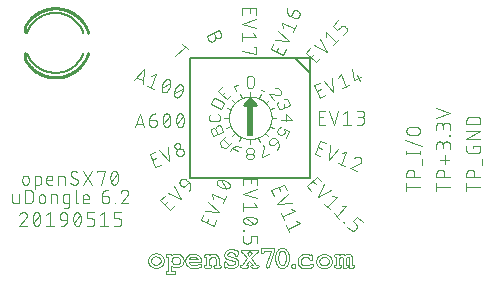
<source format=gbr>
G04 EAGLE Gerber RS-274X export*
G75*
%MOMM*%
%FSLAX34Y34*%
%LPD*%
%INSilkscreen Top*%
%IPPOS*%
%AMOC8*
5,1,8,0,0,1.08239X$1,22.5*%
G01*
%ADD10C,0.101600*%
%ADD11C,0.060000*%
%ADD12C,0.254000*%
%ADD13C,0.152400*%
%ADD14C,0.050800*%
%ADD15R,0.508000X2.540000*%


D10*
X761486Y387858D02*
X756293Y387858D01*
X756293Y399542D01*
X761486Y399542D01*
X760188Y394349D02*
X756293Y394349D01*
X765147Y399542D02*
X769041Y387858D01*
X772936Y399542D01*
X777226Y396946D02*
X780471Y399542D01*
X780471Y387858D01*
X777226Y387858D02*
X783717Y387858D01*
X788656Y387858D02*
X791901Y387858D01*
X792014Y387860D01*
X792127Y387866D01*
X792240Y387876D01*
X792353Y387890D01*
X792465Y387907D01*
X792576Y387929D01*
X792686Y387954D01*
X792796Y387984D01*
X792904Y388017D01*
X793011Y388054D01*
X793117Y388094D01*
X793221Y388139D01*
X793324Y388187D01*
X793425Y388238D01*
X793524Y388293D01*
X793621Y388351D01*
X793716Y388413D01*
X793809Y388478D01*
X793899Y388546D01*
X793987Y388617D01*
X794073Y388692D01*
X794156Y388769D01*
X794236Y388849D01*
X794313Y388932D01*
X794388Y389018D01*
X794459Y389106D01*
X794527Y389196D01*
X794592Y389289D01*
X794654Y389384D01*
X794712Y389481D01*
X794767Y389580D01*
X794818Y389681D01*
X794866Y389784D01*
X794911Y389888D01*
X794951Y389994D01*
X794988Y390101D01*
X795021Y390209D01*
X795051Y390319D01*
X795076Y390429D01*
X795098Y390540D01*
X795115Y390652D01*
X795129Y390765D01*
X795139Y390878D01*
X795145Y390991D01*
X795147Y391104D01*
X795145Y391217D01*
X795139Y391330D01*
X795129Y391443D01*
X795115Y391556D01*
X795098Y391668D01*
X795076Y391779D01*
X795051Y391889D01*
X795021Y391999D01*
X794988Y392107D01*
X794951Y392214D01*
X794911Y392320D01*
X794866Y392424D01*
X794818Y392527D01*
X794767Y392628D01*
X794712Y392727D01*
X794654Y392824D01*
X794592Y392919D01*
X794527Y393012D01*
X794459Y393102D01*
X794388Y393190D01*
X794313Y393276D01*
X794236Y393359D01*
X794156Y393439D01*
X794073Y393516D01*
X793987Y393591D01*
X793899Y393662D01*
X793809Y393730D01*
X793716Y393795D01*
X793621Y393857D01*
X793524Y393915D01*
X793425Y393970D01*
X793324Y394021D01*
X793221Y394069D01*
X793117Y394114D01*
X793011Y394154D01*
X792904Y394191D01*
X792796Y394224D01*
X792686Y394254D01*
X792576Y394279D01*
X792465Y394301D01*
X792353Y394318D01*
X792240Y394332D01*
X792127Y394342D01*
X792014Y394348D01*
X791901Y394350D01*
X792551Y399542D02*
X788656Y399542D01*
X792551Y399542D02*
X792652Y399540D01*
X792752Y399534D01*
X792852Y399524D01*
X792952Y399511D01*
X793051Y399493D01*
X793150Y399472D01*
X793247Y399447D01*
X793344Y399418D01*
X793439Y399385D01*
X793533Y399349D01*
X793625Y399309D01*
X793716Y399266D01*
X793805Y399219D01*
X793892Y399169D01*
X793978Y399115D01*
X794061Y399058D01*
X794141Y398998D01*
X794220Y398935D01*
X794296Y398868D01*
X794369Y398799D01*
X794439Y398727D01*
X794507Y398653D01*
X794572Y398576D01*
X794633Y398496D01*
X794692Y398414D01*
X794747Y398330D01*
X794799Y398244D01*
X794848Y398156D01*
X794893Y398066D01*
X794935Y397974D01*
X794973Y397881D01*
X795007Y397786D01*
X795038Y397691D01*
X795065Y397594D01*
X795088Y397496D01*
X795108Y397397D01*
X795123Y397297D01*
X795135Y397197D01*
X795143Y397097D01*
X795147Y396996D01*
X795147Y396896D01*
X795143Y396795D01*
X795135Y396695D01*
X795123Y396595D01*
X795108Y396495D01*
X795088Y396396D01*
X795065Y396298D01*
X795038Y396201D01*
X795007Y396106D01*
X794973Y396011D01*
X794935Y395918D01*
X794893Y395826D01*
X794848Y395736D01*
X794799Y395648D01*
X794747Y395562D01*
X794692Y395478D01*
X794633Y395396D01*
X794572Y395316D01*
X794507Y395239D01*
X794439Y395165D01*
X794369Y395093D01*
X794296Y395024D01*
X794220Y394957D01*
X794141Y394894D01*
X794061Y394834D01*
X793978Y394777D01*
X793892Y394723D01*
X793805Y394673D01*
X793716Y394626D01*
X793625Y394583D01*
X793533Y394543D01*
X793439Y394507D01*
X793344Y394474D01*
X793247Y394445D01*
X793150Y394420D01*
X793051Y394399D01*
X792952Y394381D01*
X792852Y394368D01*
X792752Y394358D01*
X792652Y394352D01*
X792551Y394350D01*
X792551Y394349D02*
X789954Y394349D01*
X669506Y307191D02*
X667544Y302383D01*
X656726Y306798D01*
X658688Y311606D01*
X663006Y308442D02*
X661534Y304836D01*
X660071Y314995D02*
X672361Y314186D01*
X663014Y322207D01*
X667039Y325198D02*
X665861Y329184D01*
X676679Y324769D01*
X675453Y321764D02*
X677906Y327774D01*
X674362Y334554D02*
X674150Y334643D01*
X673941Y334738D01*
X673734Y334837D01*
X673529Y334941D01*
X673326Y335051D01*
X673127Y335165D01*
X672930Y335283D01*
X672736Y335407D01*
X672545Y335535D01*
X672357Y335667D01*
X672173Y335804D01*
X671991Y335945D01*
X671813Y336091D01*
X671639Y336241D01*
X671468Y336395D01*
X671301Y336553D01*
X671138Y336714D01*
X670979Y336880D01*
X670823Y337050D01*
X670824Y337050D02*
X670753Y337114D01*
X670685Y337182D01*
X670619Y337252D01*
X670556Y337324D01*
X670496Y337400D01*
X670439Y337477D01*
X670386Y337557D01*
X670335Y337639D01*
X670288Y337722D01*
X670244Y337808D01*
X670204Y337895D01*
X670167Y337984D01*
X670134Y338074D01*
X670104Y338166D01*
X670078Y338258D01*
X670056Y338352D01*
X670038Y338446D01*
X670023Y338541D01*
X670012Y338637D01*
X670005Y338732D01*
X670002Y338829D01*
X670003Y338925D01*
X670007Y339021D01*
X670016Y339116D01*
X670028Y339212D01*
X670044Y339306D01*
X670064Y339401D01*
X670087Y339494D01*
X670115Y339586D01*
X670146Y339677D01*
X670180Y339767D01*
X670218Y339855D01*
X670260Y339941D01*
X670305Y340026D01*
X670353Y340109D01*
X670405Y340190D01*
X670460Y340269D01*
X670518Y340346D01*
X670579Y340420D01*
X670643Y340492D01*
X670709Y340561D01*
X670779Y340628D01*
X670851Y340691D01*
X670925Y340752D01*
X671002Y340810D01*
X671081Y340864D01*
X671163Y340915D01*
X671246Y340963D01*
X671331Y341008D01*
X671418Y341049D01*
X671506Y341087D01*
X671596Y341121D01*
X671687Y341152D01*
X671780Y341178D01*
X671873Y341202D01*
X671967Y341221D01*
X672062Y341237D01*
X672157Y341248D01*
X672253Y341256D01*
X672349Y341260D01*
X672445Y341261D01*
X672541Y341257D01*
X672770Y341269D01*
X673000Y341276D01*
X673230Y341278D01*
X673460Y341274D01*
X673689Y341264D01*
X673919Y341249D01*
X674148Y341229D01*
X674376Y341203D01*
X674604Y341172D01*
X674831Y341135D01*
X675057Y341093D01*
X675281Y341045D01*
X675505Y340992D01*
X675728Y340934D01*
X675948Y340870D01*
X676168Y340802D01*
X676385Y340728D01*
X676601Y340649D01*
X676815Y340564D01*
X674363Y334554D02*
X674576Y334469D01*
X674792Y334390D01*
X675010Y334316D01*
X675229Y334248D01*
X675450Y334184D01*
X675672Y334126D01*
X675896Y334073D01*
X676121Y334025D01*
X676347Y333983D01*
X676574Y333946D01*
X676802Y333915D01*
X677030Y333889D01*
X677259Y333869D01*
X677488Y333854D01*
X677718Y333844D01*
X677948Y333840D01*
X678178Y333842D01*
X678408Y333849D01*
X678637Y333861D01*
X678733Y333857D01*
X678829Y333858D01*
X678925Y333862D01*
X679021Y333870D01*
X679116Y333881D01*
X679211Y333897D01*
X679305Y333916D01*
X679398Y333940D01*
X679491Y333966D01*
X679582Y333997D01*
X679672Y334031D01*
X679760Y334069D01*
X679847Y334110D01*
X679932Y334155D01*
X680015Y334203D01*
X680097Y334254D01*
X680176Y334308D01*
X680253Y334366D01*
X680327Y334427D01*
X680399Y334490D01*
X680469Y334557D01*
X680535Y334626D01*
X680599Y334698D01*
X680660Y334772D01*
X680718Y334849D01*
X680773Y334928D01*
X680825Y335009D01*
X680873Y335092D01*
X680918Y335177D01*
X680960Y335263D01*
X680998Y335351D01*
X680354Y338069D02*
X680199Y338238D01*
X680040Y338404D01*
X679877Y338566D01*
X679710Y338724D01*
X679539Y338878D01*
X679364Y339027D01*
X679187Y339173D01*
X679005Y339314D01*
X678821Y339451D01*
X678633Y339584D01*
X678442Y339712D01*
X678248Y339835D01*
X678051Y339954D01*
X677851Y340068D01*
X677649Y340177D01*
X677444Y340281D01*
X677237Y340381D01*
X677027Y340475D01*
X676816Y340564D01*
X680354Y338068D02*
X680425Y338004D01*
X680493Y337936D01*
X680559Y337866D01*
X680622Y337793D01*
X680682Y337718D01*
X680739Y337641D01*
X680792Y337561D01*
X680843Y337479D01*
X680890Y337396D01*
X680934Y337310D01*
X680974Y337223D01*
X681011Y337134D01*
X681044Y337044D01*
X681074Y336952D01*
X681100Y336860D01*
X681122Y336766D01*
X681140Y336672D01*
X681155Y336577D01*
X681166Y336481D01*
X681173Y336386D01*
X681176Y336289D01*
X681175Y336193D01*
X681171Y336097D01*
X681162Y336002D01*
X681150Y335906D01*
X681134Y335812D01*
X681114Y335718D01*
X681091Y335624D01*
X681063Y335532D01*
X681032Y335441D01*
X680998Y335351D01*
X677613Y333929D02*
X673565Y341189D01*
X634397Y319592D02*
X630745Y315901D01*
X622440Y324119D01*
X626092Y327810D01*
X628870Y323235D02*
X626131Y320467D01*
X628667Y330412D02*
X639712Y324962D01*
X634146Y335949D01*
X643604Y336278D02*
X646343Y339046D01*
X643603Y336278D02*
X643532Y336209D01*
X643458Y336142D01*
X643382Y336078D01*
X643303Y336018D01*
X643222Y335960D01*
X643139Y335906D01*
X643053Y335854D01*
X642966Y335806D01*
X642877Y335762D01*
X642787Y335721D01*
X642695Y335683D01*
X642601Y335649D01*
X642507Y335618D01*
X642411Y335591D01*
X642314Y335568D01*
X642217Y335549D01*
X642119Y335533D01*
X642020Y335521D01*
X641921Y335513D01*
X641821Y335509D01*
X641722Y335508D01*
X641622Y335512D01*
X641523Y335519D01*
X641424Y335530D01*
X641326Y335544D01*
X641228Y335563D01*
X641131Y335585D01*
X641035Y335611D01*
X640940Y335640D01*
X640847Y335673D01*
X640754Y335710D01*
X640663Y335750D01*
X640574Y335794D01*
X640486Y335841D01*
X640400Y335891D01*
X640317Y335945D01*
X640235Y336002D01*
X640156Y336062D01*
X640079Y336124D01*
X640004Y336190D01*
X639932Y336259D01*
X639932Y336258D02*
X639470Y336715D01*
X639391Y336796D01*
X639314Y336880D01*
X639241Y336966D01*
X639171Y337055D01*
X639104Y337146D01*
X639040Y337240D01*
X638979Y337336D01*
X638922Y337433D01*
X638869Y337533D01*
X638818Y337635D01*
X638772Y337738D01*
X638729Y337843D01*
X638689Y337949D01*
X638654Y338057D01*
X638622Y338165D01*
X638594Y338275D01*
X638570Y338386D01*
X638550Y338497D01*
X638533Y338610D01*
X638521Y338722D01*
X638512Y338835D01*
X638508Y338948D01*
X638507Y339062D01*
X638511Y339175D01*
X638518Y339288D01*
X638529Y339401D01*
X638544Y339513D01*
X638563Y339625D01*
X638586Y339736D01*
X638613Y339846D01*
X638644Y339955D01*
X638678Y340063D01*
X638717Y340169D01*
X638758Y340275D01*
X638804Y340378D01*
X638853Y340480D01*
X638906Y340581D01*
X638962Y340679D01*
X639021Y340776D01*
X639084Y340870D01*
X639150Y340962D01*
X639220Y341052D01*
X639292Y341139D01*
X639367Y341223D01*
X639446Y341305D01*
X639527Y341384D01*
X639611Y341461D01*
X639697Y341534D01*
X639786Y341604D01*
X639877Y341671D01*
X639971Y341735D01*
X640067Y341796D01*
X640164Y341853D01*
X640264Y341906D01*
X640366Y341957D01*
X640469Y342003D01*
X640574Y342046D01*
X640680Y342086D01*
X640788Y342121D01*
X640896Y342153D01*
X641006Y342181D01*
X641117Y342205D01*
X641228Y342225D01*
X641341Y342242D01*
X641453Y342254D01*
X641566Y342263D01*
X641679Y342267D01*
X641793Y342268D01*
X641906Y342264D01*
X642019Y342257D01*
X642132Y342246D01*
X642244Y342231D01*
X642356Y342212D01*
X642467Y342189D01*
X642577Y342162D01*
X642686Y342131D01*
X642794Y342097D01*
X642900Y342058D01*
X643006Y342017D01*
X643109Y341971D01*
X643211Y341922D01*
X643312Y341869D01*
X643410Y341813D01*
X643507Y341754D01*
X643601Y341691D01*
X643693Y341625D01*
X643783Y341555D01*
X643870Y341483D01*
X643954Y341408D01*
X644036Y341329D01*
X646343Y339046D01*
X646443Y338944D01*
X646541Y338839D01*
X646635Y338732D01*
X646727Y338622D01*
X646815Y338509D01*
X646900Y338395D01*
X646983Y338277D01*
X647062Y338158D01*
X647137Y338037D01*
X647209Y337913D01*
X647278Y337788D01*
X647343Y337660D01*
X647405Y337531D01*
X647463Y337400D01*
X647518Y337268D01*
X647569Y337134D01*
X647616Y336999D01*
X647659Y336863D01*
X647699Y336725D01*
X647735Y336587D01*
X647767Y336447D01*
X647795Y336307D01*
X647819Y336166D01*
X647840Y336024D01*
X647856Y335882D01*
X647869Y335740D01*
X647877Y335597D01*
X647882Y335454D01*
X647883Y335311D01*
X647880Y335168D01*
X647872Y335025D01*
X647861Y334882D01*
X647846Y334740D01*
X647828Y334598D01*
X647805Y334457D01*
X647778Y334316D01*
X647747Y334176D01*
X647713Y334037D01*
X647675Y333899D01*
X647633Y333763D01*
X647587Y333627D01*
X647538Y333493D01*
X647484Y333360D01*
X647428Y333228D01*
X647367Y333099D01*
X647303Y332971D01*
X647236Y332845D01*
X647165Y332720D01*
X647091Y332598D01*
X647013Y332478D01*
X646932Y332360D01*
X646848Y332244D01*
X646761Y332131D01*
X646670Y332020D01*
X646577Y331911D01*
X646480Y331805D01*
X646381Y331702D01*
X622770Y354083D02*
X617982Y352071D01*
X613455Y362842D01*
X618242Y364854D01*
X619057Y359564D02*
X615467Y358054D01*
X621616Y366272D02*
X629734Y357011D01*
X628797Y369291D01*
X636021Y363174D02*
X635979Y363279D01*
X635940Y363386D01*
X635906Y363494D01*
X635875Y363603D01*
X635848Y363713D01*
X635824Y363824D01*
X635805Y363935D01*
X635790Y364048D01*
X635778Y364160D01*
X635771Y364273D01*
X635767Y364387D01*
X635768Y364500D01*
X635772Y364613D01*
X635780Y364726D01*
X635793Y364839D01*
X635809Y364951D01*
X635829Y365062D01*
X635853Y365173D01*
X635881Y365283D01*
X635912Y365392D01*
X635948Y365500D01*
X635987Y365606D01*
X636029Y365711D01*
X636076Y365814D01*
X636126Y365916D01*
X636179Y366016D01*
X636236Y366114D01*
X636297Y366209D01*
X636361Y366303D01*
X636427Y366395D01*
X636498Y366484D01*
X636571Y366570D01*
X636647Y366654D01*
X636726Y366735D01*
X636808Y366814D01*
X636892Y366889D01*
X636979Y366962D01*
X637069Y367031D01*
X637160Y367097D01*
X637255Y367160D01*
X637351Y367220D01*
X637449Y367276D01*
X637549Y367329D01*
X637651Y367379D01*
X637755Y367424D01*
X637860Y367466D01*
X637967Y367505D01*
X638075Y367539D01*
X638184Y367570D01*
X638294Y367597D01*
X638405Y367621D01*
X638516Y367640D01*
X638629Y367655D01*
X638741Y367667D01*
X638854Y367674D01*
X638968Y367678D01*
X639081Y367677D01*
X639194Y367673D01*
X639307Y367665D01*
X639420Y367652D01*
X639532Y367636D01*
X639643Y367616D01*
X639754Y367592D01*
X639864Y367564D01*
X639973Y367533D01*
X640080Y367497D01*
X640187Y367458D01*
X640292Y367416D01*
X640395Y367369D01*
X640497Y367319D01*
X640597Y367266D01*
X640695Y367209D01*
X640790Y367148D01*
X640884Y367084D01*
X640976Y367018D01*
X641065Y366947D01*
X641151Y366874D01*
X641235Y366798D01*
X641316Y366719D01*
X641395Y366637D01*
X641470Y366553D01*
X641543Y366466D01*
X641612Y366376D01*
X641678Y366285D01*
X641741Y366190D01*
X641801Y366094D01*
X641857Y365996D01*
X641910Y365896D01*
X641960Y365794D01*
X642005Y365690D01*
X642047Y365585D01*
X642086Y365478D01*
X642120Y365370D01*
X642151Y365261D01*
X642178Y365151D01*
X642202Y365040D01*
X642221Y364929D01*
X642236Y364816D01*
X642248Y364704D01*
X642255Y364591D01*
X642259Y364477D01*
X642258Y364364D01*
X642254Y364251D01*
X642246Y364138D01*
X642233Y364025D01*
X642217Y363913D01*
X642197Y363802D01*
X642173Y363691D01*
X642145Y363581D01*
X642114Y363472D01*
X642078Y363365D01*
X642039Y363258D01*
X641997Y363153D01*
X641950Y363050D01*
X641900Y362948D01*
X641847Y362848D01*
X641790Y362750D01*
X641729Y362655D01*
X641665Y362561D01*
X641599Y362469D01*
X641528Y362380D01*
X641455Y362294D01*
X641379Y362210D01*
X641300Y362129D01*
X641218Y362050D01*
X641134Y361975D01*
X641047Y361902D01*
X640957Y361833D01*
X640866Y361767D01*
X640771Y361704D01*
X640675Y361644D01*
X640577Y361588D01*
X640477Y361535D01*
X640375Y361485D01*
X640271Y361440D01*
X640166Y361398D01*
X640059Y361359D01*
X639951Y361325D01*
X639842Y361294D01*
X639732Y361267D01*
X639621Y361243D01*
X639510Y361224D01*
X639397Y361209D01*
X639285Y361197D01*
X639172Y361190D01*
X639058Y361186D01*
X638945Y361187D01*
X638832Y361191D01*
X638719Y361199D01*
X638606Y361212D01*
X638494Y361228D01*
X638383Y361248D01*
X638272Y361272D01*
X638162Y361300D01*
X638053Y361331D01*
X637945Y361367D01*
X637839Y361406D01*
X637734Y361448D01*
X637631Y361495D01*
X637529Y361545D01*
X637429Y361598D01*
X637331Y361655D01*
X637236Y361716D01*
X637142Y361780D01*
X637050Y361846D01*
X636961Y361917D01*
X636875Y361990D01*
X636791Y362066D01*
X636710Y362145D01*
X636631Y362227D01*
X636556Y362311D01*
X636483Y362398D01*
X636414Y362488D01*
X636348Y362579D01*
X636285Y362674D01*
X636225Y362770D01*
X636169Y362868D01*
X636116Y362968D01*
X636066Y363070D01*
X636021Y363174D01*
X634357Y368811D02*
X634320Y368905D01*
X634286Y368999D01*
X634256Y369096D01*
X634230Y369193D01*
X634208Y369291D01*
X634189Y369390D01*
X634175Y369490D01*
X634164Y369590D01*
X634157Y369690D01*
X634154Y369791D01*
X634155Y369891D01*
X634160Y369992D01*
X634169Y370092D01*
X634181Y370192D01*
X634198Y370292D01*
X634218Y370390D01*
X634242Y370488D01*
X634270Y370585D01*
X634302Y370680D01*
X634337Y370775D01*
X634376Y370867D01*
X634418Y370959D01*
X634465Y371048D01*
X634514Y371136D01*
X634567Y371222D01*
X634623Y371305D01*
X634682Y371387D01*
X634745Y371466D01*
X634810Y371542D01*
X634878Y371616D01*
X634950Y371687D01*
X635023Y371756D01*
X635100Y371821D01*
X635179Y371884D01*
X635260Y371943D01*
X635344Y371999D01*
X635429Y372052D01*
X635517Y372102D01*
X635607Y372148D01*
X635698Y372190D01*
X635791Y372229D01*
X635885Y372265D01*
X635980Y372296D01*
X636077Y372324D01*
X636175Y372348D01*
X636273Y372369D01*
X636373Y372385D01*
X636473Y372398D01*
X636573Y372407D01*
X636673Y372412D01*
X636774Y372413D01*
X636875Y372410D01*
X636975Y372403D01*
X637075Y372393D01*
X637175Y372378D01*
X637274Y372360D01*
X637372Y372337D01*
X637469Y372311D01*
X637566Y372282D01*
X637661Y372248D01*
X637754Y372211D01*
X637846Y372170D01*
X637937Y372126D01*
X638025Y372078D01*
X638112Y372027D01*
X638197Y371973D01*
X638279Y371915D01*
X638359Y371854D01*
X638437Y371790D01*
X638512Y371723D01*
X638585Y371653D01*
X638655Y371581D01*
X638722Y371506D01*
X638786Y371428D01*
X638847Y371348D01*
X638904Y371265D01*
X638959Y371181D01*
X639010Y371094D01*
X639058Y371005D01*
X639102Y370915D01*
X639143Y370823D01*
X639180Y370729D01*
X639214Y370635D01*
X639244Y370538D01*
X639270Y370441D01*
X639292Y370343D01*
X639311Y370244D01*
X639325Y370144D01*
X639336Y370044D01*
X639343Y369944D01*
X639346Y369843D01*
X639345Y369743D01*
X639340Y369642D01*
X639331Y369542D01*
X639319Y369442D01*
X639302Y369342D01*
X639282Y369244D01*
X639258Y369146D01*
X639230Y369049D01*
X639198Y368954D01*
X639163Y368859D01*
X639124Y368767D01*
X639082Y368675D01*
X639035Y368586D01*
X638986Y368498D01*
X638933Y368412D01*
X638877Y368329D01*
X638818Y368247D01*
X638755Y368168D01*
X638690Y368092D01*
X638622Y368018D01*
X638550Y367947D01*
X638477Y367878D01*
X638400Y367813D01*
X638321Y367750D01*
X638240Y367691D01*
X638156Y367635D01*
X638071Y367582D01*
X637983Y367532D01*
X637893Y367486D01*
X637802Y367444D01*
X637709Y367405D01*
X637615Y367369D01*
X637520Y367338D01*
X637423Y367310D01*
X637325Y367286D01*
X637227Y367265D01*
X637127Y367249D01*
X637027Y367236D01*
X636927Y367227D01*
X636827Y367222D01*
X636726Y367221D01*
X636625Y367224D01*
X636525Y367231D01*
X636425Y367241D01*
X636325Y367256D01*
X636226Y367274D01*
X636128Y367297D01*
X636031Y367323D01*
X635934Y367352D01*
X635839Y367386D01*
X635746Y367423D01*
X635654Y367464D01*
X635563Y367508D01*
X635475Y367556D01*
X635388Y367607D01*
X635303Y367661D01*
X635221Y367719D01*
X635141Y367780D01*
X635063Y367844D01*
X634988Y367911D01*
X634915Y367981D01*
X634845Y368053D01*
X634778Y368128D01*
X634714Y368206D01*
X634653Y368286D01*
X634596Y368369D01*
X634541Y368453D01*
X634490Y368540D01*
X634442Y368629D01*
X634398Y368719D01*
X634357Y368811D01*
X600883Y385605D02*
X604717Y397309D01*
X608673Y385646D01*
X607684Y388562D02*
X601842Y388531D01*
X612928Y392159D02*
X616823Y392180D01*
X616823Y392179D02*
X616923Y392178D01*
X617022Y392172D01*
X617121Y392163D01*
X617220Y392151D01*
X617318Y392134D01*
X617415Y392114D01*
X617512Y392090D01*
X617607Y392062D01*
X617702Y392031D01*
X617795Y391996D01*
X617887Y391957D01*
X617977Y391915D01*
X618065Y391870D01*
X618152Y391821D01*
X618237Y391769D01*
X618319Y391714D01*
X618400Y391656D01*
X618478Y391594D01*
X618554Y391530D01*
X618627Y391463D01*
X618698Y391393D01*
X618766Y391320D01*
X618831Y391245D01*
X618893Y391168D01*
X618952Y391088D01*
X619009Y391005D01*
X619061Y390921D01*
X619111Y390835D01*
X619157Y390747D01*
X619200Y390657D01*
X619240Y390566D01*
X619276Y390473D01*
X619308Y390379D01*
X619337Y390284D01*
X619362Y390188D01*
X619383Y390091D01*
X619400Y389993D01*
X619414Y389894D01*
X619424Y389795D01*
X619431Y389696D01*
X619433Y389597D01*
X619436Y388948D01*
X619437Y388948D02*
X619436Y388835D01*
X619430Y388722D01*
X619421Y388609D01*
X619408Y388496D01*
X619391Y388384D01*
X619370Y388273D01*
X619345Y388162D01*
X619316Y388053D01*
X619283Y387944D01*
X619247Y387837D01*
X619207Y387731D01*
X619163Y387626D01*
X619116Y387523D01*
X619065Y387422D01*
X619011Y387323D01*
X618953Y387225D01*
X618892Y387130D01*
X618827Y387037D01*
X618759Y386946D01*
X618688Y386858D01*
X618615Y386772D01*
X618538Y386688D01*
X618458Y386608D01*
X618376Y386530D01*
X618290Y386455D01*
X618203Y386384D01*
X618113Y386315D01*
X618020Y386249D01*
X617926Y386187D01*
X617829Y386128D01*
X617730Y386073D01*
X617629Y386021D01*
X617527Y385973D01*
X617423Y385928D01*
X617317Y385887D01*
X617210Y385849D01*
X617102Y385815D01*
X616993Y385786D01*
X616883Y385760D01*
X616771Y385737D01*
X616660Y385719D01*
X616547Y385705D01*
X616434Y385694D01*
X616321Y385688D01*
X616208Y385685D01*
X616095Y385686D01*
X615982Y385692D01*
X615869Y385701D01*
X615756Y385714D01*
X615644Y385731D01*
X615533Y385752D01*
X615422Y385777D01*
X615313Y385806D01*
X615204Y385839D01*
X615097Y385875D01*
X614991Y385915D01*
X614886Y385959D01*
X614783Y386006D01*
X614682Y386057D01*
X614583Y386111D01*
X614485Y386169D01*
X614390Y386230D01*
X614297Y386295D01*
X614206Y386363D01*
X614118Y386434D01*
X614032Y386507D01*
X613948Y386584D01*
X613868Y386664D01*
X613790Y386746D01*
X613715Y386832D01*
X613644Y386919D01*
X613575Y387009D01*
X613509Y387102D01*
X613447Y387197D01*
X613388Y387293D01*
X613333Y387392D01*
X613281Y387493D01*
X613233Y387595D01*
X613188Y387699D01*
X613147Y387805D01*
X613109Y387912D01*
X613075Y388020D01*
X613046Y388129D01*
X613020Y388240D01*
X612997Y388351D01*
X612979Y388462D01*
X612965Y388575D01*
X612954Y388688D01*
X612948Y388801D01*
X612945Y388914D01*
X612928Y392159D01*
X612929Y392302D01*
X612934Y392445D01*
X612944Y392588D01*
X612957Y392730D01*
X612974Y392872D01*
X612994Y393014D01*
X613019Y393155D01*
X613048Y393295D01*
X613080Y393434D01*
X613117Y393573D01*
X613157Y393710D01*
X613201Y393846D01*
X613248Y393981D01*
X613300Y394115D01*
X613355Y394247D01*
X613413Y394378D01*
X613475Y394507D01*
X613541Y394634D01*
X613610Y394759D01*
X613683Y394882D01*
X613759Y395004D01*
X613838Y395123D01*
X613921Y395240D01*
X614006Y395354D01*
X614095Y395466D01*
X614187Y395576D01*
X614282Y395683D01*
X614380Y395788D01*
X614480Y395889D01*
X614584Y395988D01*
X614690Y396084D01*
X614799Y396177D01*
X614910Y396267D01*
X615024Y396354D01*
X615140Y396438D01*
X615258Y396518D01*
X615378Y396596D01*
X615501Y396670D01*
X615626Y396740D01*
X615752Y396807D01*
X615880Y396871D01*
X616010Y396931D01*
X616142Y396987D01*
X616275Y397040D01*
X616409Y397089D01*
X616545Y397134D01*
X616682Y397176D01*
X616820Y397213D01*
X616959Y397247D01*
X617099Y397277D01*
X617239Y397304D01*
X617381Y397326D01*
X617523Y397344D01*
X617665Y397359D01*
X617808Y397370D01*
X617951Y397376D01*
X618094Y397379D01*
X625314Y395794D02*
X625216Y395586D01*
X625124Y395375D01*
X625037Y395162D01*
X624955Y394948D01*
X624878Y394731D01*
X624807Y394513D01*
X624740Y394293D01*
X624679Y394071D01*
X624623Y393848D01*
X624573Y393624D01*
X624528Y393399D01*
X624488Y393172D01*
X624454Y392945D01*
X624425Y392717D01*
X624401Y392488D01*
X624383Y392259D01*
X624371Y392030D01*
X624364Y391800D01*
X624362Y391570D01*
X625313Y395794D02*
X625345Y395885D01*
X625381Y395974D01*
X625421Y396061D01*
X625464Y396147D01*
X625511Y396231D01*
X625561Y396313D01*
X625614Y396394D01*
X625670Y396471D01*
X625729Y396547D01*
X625791Y396620D01*
X625857Y396691D01*
X625925Y396759D01*
X625995Y396824D01*
X626068Y396886D01*
X626144Y396946D01*
X626222Y397002D01*
X626302Y397055D01*
X626384Y397105D01*
X626468Y397152D01*
X626554Y397195D01*
X626642Y397234D01*
X626731Y397270D01*
X626821Y397303D01*
X626913Y397332D01*
X627006Y397357D01*
X627099Y397379D01*
X627194Y397396D01*
X627289Y397410D01*
X627384Y397420D01*
X627480Y397427D01*
X627576Y397429D01*
X627673Y397428D01*
X627768Y397422D01*
X627864Y397413D01*
X627959Y397400D01*
X628054Y397384D01*
X628148Y397363D01*
X628241Y397339D01*
X628333Y397311D01*
X628424Y397279D01*
X628513Y397244D01*
X628601Y397205D01*
X628687Y397163D01*
X628772Y397117D01*
X628855Y397068D01*
X628935Y397016D01*
X629014Y396961D01*
X629090Y396902D01*
X629164Y396841D01*
X629235Y396776D01*
X629304Y396709D01*
X629370Y396639D01*
X629433Y396566D01*
X629493Y396491D01*
X629550Y396414D01*
X629604Y396335D01*
X629655Y396253D01*
X629702Y396169D01*
X629746Y396084D01*
X629787Y395997D01*
X629824Y395908D01*
X629857Y395818D01*
X629956Y395610D01*
X630051Y395401D01*
X630140Y395189D01*
X630224Y394975D01*
X630304Y394759D01*
X630377Y394542D01*
X630446Y394322D01*
X630510Y394101D01*
X630568Y393879D01*
X630621Y393655D01*
X630668Y393430D01*
X630710Y393204D01*
X630747Y392977D01*
X630778Y392750D01*
X630804Y392521D01*
X630825Y392292D01*
X630839Y392063D01*
X630849Y391833D01*
X630853Y391604D01*
X624362Y391569D02*
X624366Y391340D01*
X624376Y391110D01*
X624390Y390881D01*
X624411Y390652D01*
X624437Y390423D01*
X624468Y390196D01*
X624505Y389969D01*
X624547Y389743D01*
X624594Y389518D01*
X624647Y389294D01*
X624705Y389072D01*
X624769Y388851D01*
X624838Y388632D01*
X624911Y388414D01*
X624991Y388198D01*
X625075Y387984D01*
X625164Y387772D01*
X625258Y387563D01*
X625358Y387356D01*
X625357Y387356D02*
X625390Y387266D01*
X625427Y387177D01*
X625468Y387090D01*
X625512Y387005D01*
X625559Y386921D01*
X625610Y386839D01*
X625664Y386760D01*
X625721Y386683D01*
X625781Y386608D01*
X625844Y386535D01*
X625910Y386465D01*
X625979Y386398D01*
X626050Y386333D01*
X626124Y386272D01*
X626200Y386213D01*
X626279Y386158D01*
X626359Y386106D01*
X626442Y386057D01*
X626527Y386011D01*
X626613Y385969D01*
X626701Y385930D01*
X626790Y385895D01*
X626881Y385863D01*
X626973Y385835D01*
X627066Y385811D01*
X627160Y385790D01*
X627255Y385774D01*
X627350Y385761D01*
X627446Y385752D01*
X627541Y385746D01*
X627638Y385745D01*
X629900Y387379D02*
X629997Y387588D01*
X630090Y387798D01*
X630177Y388011D01*
X630259Y388226D01*
X630336Y388442D01*
X630407Y388661D01*
X630474Y388881D01*
X630535Y389102D01*
X630591Y389325D01*
X630641Y389550D01*
X630686Y389775D01*
X630726Y390001D01*
X630760Y390229D01*
X630789Y390457D01*
X630813Y390685D01*
X630831Y390914D01*
X630843Y391144D01*
X630850Y391374D01*
X630852Y391604D01*
X629901Y387380D02*
X629869Y387289D01*
X629833Y387200D01*
X629793Y387113D01*
X629750Y387027D01*
X629703Y386943D01*
X629654Y386861D01*
X629600Y386780D01*
X629544Y386703D01*
X629485Y386627D01*
X629423Y386554D01*
X629357Y386483D01*
X629289Y386415D01*
X629219Y386350D01*
X629146Y386288D01*
X629070Y386228D01*
X628992Y386172D01*
X628912Y386119D01*
X628830Y386069D01*
X628746Y386022D01*
X628660Y385979D01*
X628572Y385940D01*
X628483Y385904D01*
X628393Y385871D01*
X628301Y385842D01*
X628208Y385817D01*
X628115Y385795D01*
X628020Y385778D01*
X627925Y385764D01*
X627829Y385754D01*
X627734Y385747D01*
X627638Y385745D01*
X625028Y388328D02*
X630186Y394846D01*
X635791Y391630D02*
X635793Y391860D01*
X635800Y392090D01*
X635812Y392319D01*
X635830Y392548D01*
X635854Y392777D01*
X635883Y393005D01*
X635917Y393232D01*
X635957Y393459D01*
X636002Y393684D01*
X636052Y393908D01*
X636108Y394131D01*
X636169Y394353D01*
X636236Y394573D01*
X636307Y394791D01*
X636384Y395008D01*
X636466Y395222D01*
X636553Y395435D01*
X636645Y395646D01*
X636743Y395854D01*
X636775Y395945D01*
X636811Y396034D01*
X636851Y396121D01*
X636894Y396207D01*
X636941Y396291D01*
X636991Y396373D01*
X637044Y396454D01*
X637100Y396531D01*
X637159Y396607D01*
X637221Y396680D01*
X637287Y396751D01*
X637355Y396819D01*
X637425Y396884D01*
X637498Y396946D01*
X637574Y397006D01*
X637652Y397062D01*
X637732Y397115D01*
X637814Y397165D01*
X637898Y397212D01*
X637984Y397255D01*
X638072Y397294D01*
X638161Y397330D01*
X638251Y397363D01*
X638343Y397392D01*
X638436Y397417D01*
X638529Y397439D01*
X638624Y397456D01*
X638719Y397470D01*
X638814Y397480D01*
X638910Y397487D01*
X639006Y397489D01*
X639103Y397488D01*
X639198Y397482D01*
X639294Y397473D01*
X639389Y397460D01*
X639484Y397444D01*
X639578Y397423D01*
X639671Y397399D01*
X639763Y397371D01*
X639854Y397339D01*
X639943Y397304D01*
X640031Y397265D01*
X640117Y397223D01*
X640202Y397177D01*
X640285Y397128D01*
X640365Y397076D01*
X640444Y397021D01*
X640520Y396962D01*
X640594Y396901D01*
X640665Y396836D01*
X640734Y396769D01*
X640800Y396699D01*
X640863Y396626D01*
X640923Y396551D01*
X640980Y396474D01*
X641034Y396395D01*
X641085Y396313D01*
X641132Y396229D01*
X641176Y396144D01*
X641217Y396057D01*
X641254Y395968D01*
X641287Y395878D01*
X641386Y395670D01*
X641481Y395461D01*
X641570Y395249D01*
X641654Y395035D01*
X641734Y394819D01*
X641807Y394602D01*
X641876Y394382D01*
X641940Y394161D01*
X641998Y393939D01*
X642051Y393715D01*
X642098Y393490D01*
X642140Y393264D01*
X642177Y393037D01*
X642208Y392810D01*
X642234Y392581D01*
X642255Y392352D01*
X642269Y392123D01*
X642279Y391893D01*
X642283Y391664D01*
X635792Y391629D02*
X635796Y391400D01*
X635806Y391170D01*
X635820Y390941D01*
X635841Y390712D01*
X635867Y390483D01*
X635898Y390256D01*
X635935Y390029D01*
X635977Y389803D01*
X636024Y389578D01*
X636077Y389354D01*
X636135Y389132D01*
X636199Y388911D01*
X636268Y388692D01*
X636341Y388474D01*
X636421Y388258D01*
X636505Y388044D01*
X636594Y387832D01*
X636688Y387623D01*
X636788Y387416D01*
X636787Y387415D02*
X636820Y387325D01*
X636857Y387236D01*
X636898Y387149D01*
X636942Y387064D01*
X636989Y386980D01*
X637040Y386898D01*
X637094Y386819D01*
X637151Y386742D01*
X637211Y386667D01*
X637274Y386594D01*
X637340Y386524D01*
X637409Y386457D01*
X637480Y386392D01*
X637554Y386331D01*
X637630Y386272D01*
X637709Y386217D01*
X637789Y386165D01*
X637872Y386116D01*
X637957Y386070D01*
X638043Y386028D01*
X638131Y385989D01*
X638220Y385954D01*
X638311Y385922D01*
X638403Y385894D01*
X638496Y385870D01*
X638590Y385849D01*
X638685Y385833D01*
X638780Y385820D01*
X638876Y385811D01*
X638971Y385805D01*
X639068Y385804D01*
X641330Y387439D02*
X641427Y387648D01*
X641520Y387858D01*
X641607Y388071D01*
X641689Y388286D01*
X641766Y388502D01*
X641837Y388721D01*
X641904Y388941D01*
X641965Y389162D01*
X642021Y389385D01*
X642071Y389610D01*
X642116Y389835D01*
X642156Y390061D01*
X642190Y390289D01*
X642219Y390517D01*
X642243Y390745D01*
X642261Y390974D01*
X642273Y391204D01*
X642280Y391434D01*
X642282Y391664D01*
X641331Y387439D02*
X641299Y387348D01*
X641263Y387259D01*
X641223Y387172D01*
X641180Y387086D01*
X641133Y387002D01*
X641084Y386920D01*
X641030Y386839D01*
X640974Y386762D01*
X640915Y386686D01*
X640853Y386613D01*
X640787Y386542D01*
X640719Y386474D01*
X640649Y386409D01*
X640576Y386347D01*
X640500Y386287D01*
X640422Y386231D01*
X640342Y386178D01*
X640260Y386128D01*
X640176Y386081D01*
X640090Y386038D01*
X640002Y385999D01*
X639913Y385963D01*
X639823Y385930D01*
X639731Y385901D01*
X639638Y385876D01*
X639545Y385854D01*
X639450Y385837D01*
X639355Y385823D01*
X639259Y385813D01*
X639164Y385806D01*
X639068Y385804D01*
X636457Y388388D02*
X641616Y394906D01*
X600186Y425475D02*
X608206Y434821D01*
X607398Y422532D01*
X607600Y425604D02*
X602191Y427812D01*
X614803Y429325D02*
X618789Y430503D01*
X614374Y419685D01*
X611370Y420911D02*
X617379Y418459D01*
X624159Y422002D02*
X624248Y422214D01*
X624343Y422423D01*
X624442Y422630D01*
X624546Y422835D01*
X624656Y423038D01*
X624770Y423237D01*
X624888Y423434D01*
X625012Y423628D01*
X625140Y423819D01*
X625272Y424007D01*
X625409Y424191D01*
X625550Y424373D01*
X625696Y424551D01*
X625846Y424725D01*
X626000Y424896D01*
X626158Y425063D01*
X626319Y425226D01*
X626485Y425385D01*
X626655Y425541D01*
X626655Y425540D02*
X626719Y425611D01*
X626787Y425679D01*
X626857Y425745D01*
X626929Y425808D01*
X627005Y425868D01*
X627082Y425925D01*
X627162Y425978D01*
X627244Y426029D01*
X627327Y426076D01*
X627413Y426120D01*
X627500Y426160D01*
X627589Y426197D01*
X627679Y426230D01*
X627771Y426260D01*
X627863Y426286D01*
X627957Y426308D01*
X628051Y426326D01*
X628146Y426341D01*
X628242Y426352D01*
X628337Y426359D01*
X628434Y426362D01*
X628530Y426361D01*
X628626Y426357D01*
X628721Y426348D01*
X628817Y426336D01*
X628911Y426320D01*
X629006Y426300D01*
X629099Y426277D01*
X629191Y426249D01*
X629282Y426218D01*
X629372Y426184D01*
X629460Y426146D01*
X629546Y426104D01*
X629631Y426059D01*
X629714Y426011D01*
X629795Y425959D01*
X629874Y425904D01*
X629951Y425846D01*
X630025Y425785D01*
X630097Y425721D01*
X630166Y425655D01*
X630233Y425585D01*
X630296Y425513D01*
X630357Y425439D01*
X630415Y425362D01*
X630469Y425283D01*
X630520Y425201D01*
X630568Y425118D01*
X630613Y425033D01*
X630654Y424946D01*
X630692Y424858D01*
X630726Y424768D01*
X630757Y424677D01*
X630783Y424584D01*
X630807Y424491D01*
X630826Y424397D01*
X630842Y424302D01*
X630853Y424207D01*
X630861Y424111D01*
X630865Y424015D01*
X630866Y423919D01*
X630862Y423823D01*
X630863Y423824D02*
X630875Y423594D01*
X630882Y423364D01*
X630884Y423134D01*
X630880Y422904D01*
X630870Y422675D01*
X630855Y422445D01*
X630835Y422216D01*
X630809Y421988D01*
X630778Y421760D01*
X630741Y421533D01*
X630699Y421307D01*
X630651Y421083D01*
X630598Y420859D01*
X630540Y420636D01*
X630476Y420416D01*
X630408Y420196D01*
X630334Y419979D01*
X630255Y419763D01*
X630170Y419549D01*
X624160Y422001D02*
X624075Y421788D01*
X623996Y421572D01*
X623922Y421354D01*
X623854Y421135D01*
X623790Y420914D01*
X623732Y420692D01*
X623679Y420468D01*
X623631Y420243D01*
X623589Y420017D01*
X623552Y419790D01*
X623521Y419562D01*
X623495Y419334D01*
X623475Y419105D01*
X623460Y418876D01*
X623450Y418646D01*
X623446Y418416D01*
X623448Y418186D01*
X623455Y417957D01*
X623467Y417727D01*
X623463Y417631D01*
X623464Y417535D01*
X623468Y417439D01*
X623476Y417343D01*
X623487Y417248D01*
X623503Y417153D01*
X623522Y417059D01*
X623546Y416966D01*
X623572Y416873D01*
X623603Y416782D01*
X623637Y416692D01*
X623675Y416604D01*
X623716Y416517D01*
X623761Y416432D01*
X623809Y416349D01*
X623860Y416267D01*
X623914Y416188D01*
X623972Y416111D01*
X624033Y416037D01*
X624096Y415965D01*
X624163Y415895D01*
X624232Y415829D01*
X624304Y415765D01*
X624378Y415704D01*
X624455Y415646D01*
X624534Y415591D01*
X624615Y415539D01*
X624698Y415491D01*
X624783Y415446D01*
X624869Y415404D01*
X624957Y415366D01*
X627674Y416010D02*
X627843Y416165D01*
X628009Y416324D01*
X628171Y416487D01*
X628329Y416654D01*
X628483Y416825D01*
X628632Y417000D01*
X628778Y417177D01*
X628919Y417359D01*
X629056Y417543D01*
X629189Y417731D01*
X629317Y417922D01*
X629440Y418116D01*
X629559Y418313D01*
X629673Y418513D01*
X629782Y418715D01*
X629886Y418920D01*
X629986Y419127D01*
X630080Y419337D01*
X630169Y419548D01*
X627674Y416010D02*
X627610Y415939D01*
X627542Y415871D01*
X627472Y415805D01*
X627399Y415742D01*
X627324Y415682D01*
X627247Y415625D01*
X627167Y415572D01*
X627085Y415521D01*
X627002Y415474D01*
X626916Y415430D01*
X626829Y415390D01*
X626740Y415353D01*
X626650Y415320D01*
X626558Y415290D01*
X626466Y415264D01*
X626372Y415242D01*
X626278Y415224D01*
X626183Y415209D01*
X626087Y415198D01*
X625992Y415191D01*
X625895Y415188D01*
X625799Y415189D01*
X625703Y415193D01*
X625608Y415202D01*
X625512Y415214D01*
X625418Y415230D01*
X625324Y415250D01*
X625230Y415273D01*
X625138Y415301D01*
X625047Y415332D01*
X624957Y415366D01*
X623534Y418751D02*
X630795Y422799D01*
X634742Y417683D02*
X634831Y417895D01*
X634926Y418104D01*
X635025Y418311D01*
X635129Y418516D01*
X635239Y418719D01*
X635353Y418918D01*
X635471Y419115D01*
X635595Y419309D01*
X635723Y419500D01*
X635855Y419688D01*
X635992Y419872D01*
X636133Y420054D01*
X636279Y420232D01*
X636429Y420406D01*
X636583Y420577D01*
X636741Y420744D01*
X636902Y420907D01*
X637068Y421066D01*
X637238Y421222D01*
X637302Y421293D01*
X637370Y421361D01*
X637440Y421427D01*
X637512Y421490D01*
X637588Y421550D01*
X637665Y421607D01*
X637745Y421660D01*
X637827Y421711D01*
X637910Y421758D01*
X637996Y421802D01*
X638083Y421842D01*
X638172Y421879D01*
X638262Y421912D01*
X638354Y421942D01*
X638446Y421968D01*
X638540Y421990D01*
X638634Y422008D01*
X638729Y422023D01*
X638825Y422034D01*
X638920Y422041D01*
X639017Y422044D01*
X639113Y422043D01*
X639209Y422039D01*
X639304Y422030D01*
X639400Y422018D01*
X639494Y422002D01*
X639589Y421982D01*
X639682Y421959D01*
X639774Y421931D01*
X639865Y421900D01*
X639955Y421866D01*
X640043Y421828D01*
X640129Y421786D01*
X640214Y421741D01*
X640297Y421693D01*
X640378Y421641D01*
X640457Y421586D01*
X640534Y421528D01*
X640608Y421467D01*
X640680Y421403D01*
X640749Y421337D01*
X640816Y421267D01*
X640879Y421195D01*
X640940Y421121D01*
X640998Y421044D01*
X641052Y420965D01*
X641103Y420883D01*
X641151Y420800D01*
X641196Y420715D01*
X641237Y420628D01*
X641275Y420540D01*
X641309Y420450D01*
X641340Y420359D01*
X641366Y420266D01*
X641390Y420173D01*
X641409Y420079D01*
X641425Y419984D01*
X641436Y419889D01*
X641444Y419793D01*
X641448Y419697D01*
X641449Y419601D01*
X641445Y419505D01*
X641457Y419275D01*
X641464Y419045D01*
X641466Y418815D01*
X641462Y418585D01*
X641452Y418356D01*
X641437Y418126D01*
X641417Y417897D01*
X641391Y417669D01*
X641360Y417441D01*
X641323Y417214D01*
X641281Y416988D01*
X641233Y416764D01*
X641180Y416540D01*
X641122Y416317D01*
X641058Y416097D01*
X640990Y415877D01*
X640916Y415660D01*
X640837Y415444D01*
X640752Y415230D01*
X634742Y417682D02*
X634657Y417469D01*
X634578Y417253D01*
X634504Y417035D01*
X634436Y416816D01*
X634372Y416595D01*
X634314Y416373D01*
X634261Y416149D01*
X634213Y415924D01*
X634171Y415698D01*
X634134Y415471D01*
X634103Y415243D01*
X634077Y415015D01*
X634057Y414786D01*
X634042Y414557D01*
X634032Y414327D01*
X634028Y414097D01*
X634030Y413867D01*
X634037Y413638D01*
X634049Y413408D01*
X634045Y413312D01*
X634046Y413216D01*
X634050Y413120D01*
X634058Y413024D01*
X634069Y412929D01*
X634085Y412834D01*
X634104Y412740D01*
X634128Y412647D01*
X634154Y412554D01*
X634185Y412463D01*
X634219Y412373D01*
X634257Y412285D01*
X634298Y412198D01*
X634343Y412113D01*
X634391Y412030D01*
X634442Y411948D01*
X634496Y411869D01*
X634554Y411792D01*
X634615Y411718D01*
X634678Y411646D01*
X634745Y411576D01*
X634814Y411510D01*
X634886Y411446D01*
X634960Y411385D01*
X635037Y411327D01*
X635116Y411272D01*
X635197Y411220D01*
X635280Y411172D01*
X635365Y411127D01*
X635451Y411085D01*
X635539Y411047D01*
X638257Y411692D02*
X638426Y411847D01*
X638592Y412006D01*
X638754Y412169D01*
X638912Y412336D01*
X639066Y412507D01*
X639215Y412682D01*
X639361Y412859D01*
X639502Y413041D01*
X639639Y413225D01*
X639772Y413413D01*
X639900Y413604D01*
X640023Y413798D01*
X640142Y413995D01*
X640256Y414195D01*
X640365Y414397D01*
X640469Y414602D01*
X640569Y414809D01*
X640663Y415019D01*
X640752Y415230D01*
X638256Y411691D02*
X638192Y411620D01*
X638124Y411552D01*
X638054Y411486D01*
X637981Y411423D01*
X637906Y411363D01*
X637829Y411306D01*
X637749Y411253D01*
X637667Y411202D01*
X637584Y411155D01*
X637498Y411111D01*
X637411Y411071D01*
X637322Y411034D01*
X637232Y411001D01*
X637140Y410971D01*
X637048Y410945D01*
X636954Y410923D01*
X636860Y410905D01*
X636765Y410890D01*
X636669Y410879D01*
X636574Y410872D01*
X636477Y410869D01*
X636381Y410870D01*
X636285Y410874D01*
X636190Y410883D01*
X636094Y410895D01*
X636000Y410911D01*
X635906Y410931D01*
X635812Y410954D01*
X635720Y410982D01*
X635629Y411013D01*
X635539Y411047D01*
X634117Y414432D02*
X641377Y418480D01*
X635127Y445743D02*
X643346Y454048D01*
X641039Y456331D02*
X645653Y451765D01*
X668745Y462719D02*
X667487Y465710D01*
X668745Y462719D02*
X668787Y462614D01*
X668826Y462507D01*
X668860Y462399D01*
X668891Y462290D01*
X668918Y462180D01*
X668942Y462069D01*
X668961Y461958D01*
X668976Y461845D01*
X668988Y461733D01*
X668995Y461620D01*
X668999Y461506D01*
X668998Y461393D01*
X668994Y461280D01*
X668986Y461167D01*
X668973Y461054D01*
X668957Y460942D01*
X668937Y460831D01*
X668913Y460720D01*
X668885Y460610D01*
X668854Y460501D01*
X668818Y460394D01*
X668779Y460287D01*
X668737Y460182D01*
X668690Y460079D01*
X668640Y459977D01*
X668587Y459877D01*
X668530Y459779D01*
X668469Y459684D01*
X668405Y459590D01*
X668339Y459498D01*
X668268Y459409D01*
X668195Y459323D01*
X668119Y459239D01*
X668040Y459158D01*
X667958Y459079D01*
X667874Y459004D01*
X667787Y458931D01*
X667697Y458862D01*
X667606Y458796D01*
X667511Y458733D01*
X667415Y458673D01*
X667317Y458617D01*
X667217Y458564D01*
X667115Y458514D01*
X667011Y458469D01*
X666906Y458427D01*
X666799Y458388D01*
X666691Y458354D01*
X666582Y458323D01*
X666472Y458296D01*
X666361Y458272D01*
X666250Y458253D01*
X666137Y458238D01*
X666025Y458226D01*
X665912Y458219D01*
X665798Y458215D01*
X665685Y458216D01*
X665572Y458220D01*
X665459Y458228D01*
X665346Y458241D01*
X665234Y458257D01*
X665122Y458277D01*
X665012Y458301D01*
X664902Y458329D01*
X664793Y458360D01*
X664685Y458396D01*
X664579Y458435D01*
X664474Y458477D01*
X664371Y458524D01*
X664269Y458574D01*
X664169Y458628D01*
X664071Y458685D01*
X663976Y458745D01*
X663882Y458809D01*
X663790Y458875D01*
X663701Y458946D01*
X663615Y459019D01*
X663531Y459095D01*
X663450Y459174D01*
X663371Y459256D01*
X663296Y459340D01*
X663223Y459427D01*
X663154Y459517D01*
X663088Y459608D01*
X663024Y459703D01*
X662965Y459799D01*
X662908Y459897D01*
X662856Y459997D01*
X662806Y460100D01*
X662761Y460203D01*
X661503Y463195D01*
X672274Y467723D01*
X673532Y464731D01*
X673531Y464731D02*
X673568Y464637D01*
X673602Y464543D01*
X673632Y464446D01*
X673658Y464349D01*
X673680Y464251D01*
X673699Y464152D01*
X673713Y464052D01*
X673724Y463952D01*
X673731Y463852D01*
X673734Y463751D01*
X673733Y463651D01*
X673728Y463550D01*
X673719Y463450D01*
X673707Y463350D01*
X673690Y463250D01*
X673670Y463152D01*
X673646Y463054D01*
X673618Y462957D01*
X673586Y462862D01*
X673551Y462767D01*
X673512Y462675D01*
X673470Y462583D01*
X673423Y462494D01*
X673374Y462406D01*
X673321Y462320D01*
X673265Y462237D01*
X673206Y462155D01*
X673143Y462076D01*
X673078Y462000D01*
X673010Y461926D01*
X672938Y461855D01*
X672865Y461786D01*
X672788Y461721D01*
X672709Y461658D01*
X672628Y461599D01*
X672544Y461543D01*
X672459Y461490D01*
X672371Y461440D01*
X672281Y461394D01*
X672190Y461352D01*
X672097Y461313D01*
X672003Y461277D01*
X671908Y461246D01*
X671811Y461218D01*
X671713Y461194D01*
X671615Y461173D01*
X671515Y461157D01*
X671415Y461144D01*
X671315Y461135D01*
X671215Y461130D01*
X671114Y461129D01*
X671013Y461132D01*
X670913Y461139D01*
X670813Y461149D01*
X670713Y461164D01*
X670614Y461182D01*
X670516Y461205D01*
X670419Y461231D01*
X670322Y461260D01*
X670227Y461294D01*
X670134Y461331D01*
X670042Y461372D01*
X669951Y461416D01*
X669863Y461464D01*
X669776Y461515D01*
X669691Y461569D01*
X669609Y461627D01*
X669529Y461688D01*
X669451Y461752D01*
X669376Y461819D01*
X669303Y461889D01*
X669233Y461961D01*
X669166Y462036D01*
X669102Y462114D01*
X669041Y462194D01*
X668984Y462277D01*
X668929Y462361D01*
X668878Y462448D01*
X668830Y462537D01*
X668786Y462627D01*
X668745Y462719D01*
X691478Y481089D02*
X691451Y486282D01*
X703134Y486343D01*
X703162Y481150D01*
X697962Y482421D02*
X697942Y486316D01*
X703181Y477490D02*
X691517Y473534D01*
X703222Y469701D01*
X700648Y465397D02*
X703261Y462166D01*
X691577Y462104D01*
X691594Y458859D02*
X691560Y465350D01*
X702006Y453974D02*
X703304Y453981D01*
X703338Y447490D01*
X691637Y450674D01*
X726624Y447156D02*
X728586Y451964D01*
X726624Y447156D02*
X715806Y451571D01*
X717768Y456379D01*
X722085Y453215D02*
X720614Y449609D01*
X719151Y459768D02*
X731440Y458959D01*
X722094Y466980D01*
X726119Y469970D02*
X724941Y473956D01*
X735759Y469542D01*
X734533Y466537D02*
X736985Y472547D01*
X732841Y479572D02*
X734313Y483178D01*
X734353Y483269D01*
X734396Y483359D01*
X734442Y483447D01*
X734491Y483533D01*
X734544Y483618D01*
X734600Y483700D01*
X734659Y483780D01*
X734721Y483857D01*
X734786Y483933D01*
X734854Y484005D01*
X734925Y484075D01*
X734998Y484143D01*
X735074Y484207D01*
X735152Y484268D01*
X735233Y484327D01*
X735315Y484382D01*
X735400Y484434D01*
X735487Y484483D01*
X735575Y484528D01*
X735665Y484570D01*
X735757Y484609D01*
X735850Y484644D01*
X735944Y484675D01*
X736040Y484703D01*
X736136Y484727D01*
X736234Y484748D01*
X736332Y484764D01*
X736430Y484777D01*
X736530Y484786D01*
X736629Y484792D01*
X736728Y484793D01*
X736828Y484791D01*
X736927Y484784D01*
X737026Y484775D01*
X737124Y484761D01*
X737222Y484743D01*
X737319Y484722D01*
X737416Y484697D01*
X737511Y484669D01*
X737605Y484636D01*
X737698Y484601D01*
X738299Y484356D01*
X738404Y484312D01*
X738506Y484263D01*
X738607Y484212D01*
X738706Y484156D01*
X738803Y484098D01*
X738898Y484036D01*
X738990Y483970D01*
X739080Y483902D01*
X739168Y483830D01*
X739253Y483756D01*
X739336Y483678D01*
X739416Y483598D01*
X739493Y483515D01*
X739567Y483429D01*
X739638Y483340D01*
X739706Y483250D01*
X739770Y483157D01*
X739832Y483061D01*
X739890Y482964D01*
X739944Y482865D01*
X739995Y482764D01*
X740043Y482661D01*
X740087Y482556D01*
X740127Y482451D01*
X740164Y482343D01*
X740196Y482235D01*
X740225Y482125D01*
X740250Y482015D01*
X740272Y481903D01*
X740289Y481792D01*
X740302Y481679D01*
X740312Y481566D01*
X740317Y481453D01*
X740319Y481340D01*
X740317Y481226D01*
X740310Y481113D01*
X740300Y481000D01*
X740286Y480888D01*
X740268Y480776D01*
X740246Y480665D01*
X740220Y480555D01*
X740190Y480445D01*
X740157Y480337D01*
X740119Y480230D01*
X740078Y480125D01*
X740034Y480020D01*
X739985Y479918D01*
X739934Y479817D01*
X739878Y479718D01*
X739820Y479621D01*
X739758Y479526D01*
X739692Y479434D01*
X739624Y479344D01*
X739552Y479256D01*
X739478Y479171D01*
X739400Y479088D01*
X739320Y479008D01*
X739237Y478931D01*
X739151Y478857D01*
X739062Y478786D01*
X738972Y478718D01*
X738879Y478654D01*
X738783Y478592D01*
X738686Y478534D01*
X738587Y478480D01*
X738486Y478429D01*
X738383Y478381D01*
X738278Y478337D01*
X738173Y478297D01*
X738065Y478260D01*
X737957Y478228D01*
X737847Y478199D01*
X737737Y478174D01*
X737625Y478152D01*
X737514Y478135D01*
X737401Y478122D01*
X737288Y478112D01*
X737175Y478107D01*
X737062Y478105D01*
X736948Y478107D01*
X736835Y478114D01*
X736722Y478124D01*
X736610Y478138D01*
X736498Y478156D01*
X736387Y478178D01*
X736277Y478204D01*
X736167Y478234D01*
X736059Y478267D01*
X735952Y478305D01*
X735847Y478346D01*
X735846Y478346D02*
X732841Y479572D01*
X732842Y479572D02*
X732710Y479628D01*
X732580Y479687D01*
X732452Y479750D01*
X732325Y479817D01*
X732200Y479887D01*
X732077Y479960D01*
X731957Y480037D01*
X731838Y480117D01*
X731722Y480201D01*
X731608Y480287D01*
X731496Y480377D01*
X731387Y480470D01*
X731281Y480565D01*
X731177Y480664D01*
X731076Y480765D01*
X730978Y480869D01*
X730882Y480976D01*
X730790Y481085D01*
X730701Y481197D01*
X730615Y481311D01*
X730532Y481428D01*
X730452Y481547D01*
X730376Y481668D01*
X730302Y481791D01*
X730233Y481916D01*
X730167Y482043D01*
X730104Y482171D01*
X730045Y482302D01*
X729990Y482434D01*
X729938Y482567D01*
X729890Y482702D01*
X729845Y482838D01*
X729805Y482975D01*
X729768Y483113D01*
X729735Y483253D01*
X729706Y483393D01*
X729680Y483534D01*
X729659Y483675D01*
X729642Y483817D01*
X729628Y483960D01*
X729618Y484102D01*
X729613Y484245D01*
X729611Y484389D01*
X729613Y484532D01*
X729619Y484675D01*
X729629Y484817D01*
X729643Y484960D01*
X729661Y485102D01*
X729683Y485243D01*
X729709Y485384D01*
X729739Y485524D01*
X729772Y485663D01*
X729809Y485801D01*
X729850Y485938D01*
X729895Y486074D01*
X729944Y486209D01*
X729996Y486342D01*
X757782Y444277D02*
X754129Y440585D01*
X745824Y448804D01*
X749477Y452495D01*
X752255Y447920D02*
X749515Y445151D01*
X752051Y455097D02*
X763096Y449647D01*
X757530Y460633D01*
X762393Y461856D02*
X762831Y465990D01*
X771136Y457771D01*
X768853Y455464D02*
X773419Y460078D01*
X776893Y463589D02*
X779632Y466357D01*
X779701Y466429D01*
X779767Y466504D01*
X779829Y466581D01*
X779889Y466660D01*
X779946Y466742D01*
X780000Y466825D01*
X780050Y466911D01*
X780097Y466999D01*
X780141Y467088D01*
X780181Y467179D01*
X780218Y467272D01*
X780251Y467365D01*
X780280Y467460D01*
X780306Y467556D01*
X780328Y467653D01*
X780347Y467751D01*
X780361Y467849D01*
X780372Y467948D01*
X780379Y468047D01*
X780383Y468147D01*
X780382Y468246D01*
X780378Y468346D01*
X780370Y468445D01*
X780358Y468544D01*
X780342Y468642D01*
X780323Y468739D01*
X780300Y468836D01*
X780273Y468932D01*
X780242Y469026D01*
X780208Y469120D01*
X780170Y469212D01*
X780129Y469302D01*
X780085Y469391D01*
X780037Y469478D01*
X779985Y469564D01*
X779931Y469647D01*
X779873Y469728D01*
X779813Y469807D01*
X779749Y469883D01*
X779682Y469957D01*
X779613Y470028D01*
X779613Y470029D02*
X778690Y470942D01*
X778690Y470941D02*
X778618Y471010D01*
X778543Y471076D01*
X778466Y471138D01*
X778387Y471198D01*
X778305Y471255D01*
X778222Y471309D01*
X778136Y471359D01*
X778048Y471406D01*
X777959Y471450D01*
X777868Y471490D01*
X777775Y471527D01*
X777682Y471560D01*
X777587Y471589D01*
X777491Y471615D01*
X777394Y471637D01*
X777296Y471656D01*
X777198Y471670D01*
X777099Y471681D01*
X777000Y471688D01*
X776900Y471692D01*
X776801Y471691D01*
X776701Y471687D01*
X776602Y471679D01*
X776503Y471667D01*
X776405Y471651D01*
X776308Y471632D01*
X776211Y471609D01*
X776115Y471582D01*
X776021Y471551D01*
X775927Y471517D01*
X775835Y471479D01*
X775745Y471438D01*
X775656Y471394D01*
X775569Y471346D01*
X775483Y471294D01*
X775400Y471240D01*
X775319Y471182D01*
X775240Y471122D01*
X775164Y471058D01*
X775090Y470991D01*
X775019Y470922D01*
X775018Y470923D02*
X772279Y468154D01*
X768588Y471807D01*
X773153Y476421D01*
X761998Y412610D02*
X757211Y410598D01*
X752683Y421369D01*
X757470Y423381D01*
X758286Y418091D02*
X754695Y416582D01*
X760844Y424799D02*
X768963Y415538D01*
X768025Y427818D01*
X772986Y427087D02*
X774972Y430738D01*
X779499Y419967D01*
X776507Y418709D02*
X782491Y421225D01*
X786038Y425532D02*
X784910Y434916D01*
X786038Y425532D02*
X792022Y428047D01*
X789221Y429686D02*
X791233Y424899D01*
X757796Y361156D02*
X752988Y363119D01*
X757403Y373936D01*
X762211Y371974D01*
X759047Y367657D02*
X755441Y369128D01*
X765600Y370591D02*
X764791Y358302D01*
X772812Y367648D01*
X775803Y363623D02*
X779789Y364801D01*
X775374Y353983D01*
X772369Y355209D02*
X778379Y352757D01*
X792272Y356551D02*
X792311Y356651D01*
X792346Y356752D01*
X792377Y356854D01*
X792404Y356957D01*
X792428Y357061D01*
X792448Y357166D01*
X792464Y357271D01*
X792476Y357377D01*
X792484Y357484D01*
X792488Y357590D01*
X792489Y357697D01*
X792485Y357804D01*
X792478Y357910D01*
X792467Y358016D01*
X792451Y358122D01*
X792432Y358227D01*
X792410Y358331D01*
X792383Y358434D01*
X792353Y358537D01*
X792319Y358638D01*
X792281Y358738D01*
X792240Y358836D01*
X792195Y358933D01*
X792146Y359028D01*
X792094Y359121D01*
X792039Y359212D01*
X791981Y359302D01*
X791919Y359389D01*
X791854Y359473D01*
X791786Y359556D01*
X791715Y359635D01*
X791642Y359712D01*
X791565Y359787D01*
X791486Y359858D01*
X791404Y359927D01*
X791320Y359992D01*
X791233Y360055D01*
X791145Y360114D01*
X791054Y360170D01*
X790961Y360222D01*
X790866Y360272D01*
X790770Y360317D01*
X790672Y360359D01*
X790672Y360360D02*
X790559Y360404D01*
X790445Y360444D01*
X790330Y360480D01*
X790213Y360513D01*
X790096Y360542D01*
X789978Y360568D01*
X789858Y360589D01*
X789739Y360607D01*
X789618Y360620D01*
X789498Y360630D01*
X789377Y360636D01*
X789256Y360638D01*
X789135Y360636D01*
X789014Y360630D01*
X788893Y360621D01*
X788773Y360607D01*
X788653Y360590D01*
X788534Y360568D01*
X788416Y360543D01*
X788298Y360514D01*
X788182Y360482D01*
X788066Y360445D01*
X787952Y360405D01*
X787839Y360361D01*
X787728Y360314D01*
X787618Y360263D01*
X787510Y360208D01*
X787404Y360150D01*
X787300Y360089D01*
X787197Y360024D01*
X787097Y359956D01*
X786999Y359885D01*
X786904Y359811D01*
X786811Y359734D01*
X786720Y359653D01*
X786632Y359570D01*
X786547Y359484D01*
X786465Y359396D01*
X786385Y359305D01*
X790513Y354816D02*
X790615Y354858D01*
X790715Y354904D01*
X790814Y354953D01*
X790911Y355006D01*
X791007Y355062D01*
X791100Y355121D01*
X791191Y355184D01*
X791280Y355250D01*
X791366Y355318D01*
X791450Y355390D01*
X791531Y355465D01*
X791610Y355543D01*
X791686Y355623D01*
X791759Y355706D01*
X791829Y355791D01*
X791896Y355879D01*
X791959Y355969D01*
X792020Y356061D01*
X792077Y356156D01*
X792131Y356252D01*
X792182Y356350D01*
X792229Y356450D01*
X792272Y356552D01*
X790513Y354816D02*
X782952Y350891D01*
X788962Y348438D01*
X750109Y331960D02*
X746418Y335613D01*
X754636Y343918D01*
X758327Y340265D01*
X753752Y337487D02*
X750983Y340227D01*
X760929Y337690D02*
X755479Y326646D01*
X766466Y332211D01*
X767688Y327348D02*
X771822Y326911D01*
X763603Y318606D01*
X761296Y320889D02*
X765910Y316323D01*
X775813Y319309D02*
X779946Y318871D01*
X771728Y310566D01*
X769421Y312849D02*
X774035Y308283D01*
X777184Y305167D02*
X777641Y305628D01*
X778102Y305172D01*
X777645Y304710D01*
X777184Y305167D01*
X780795Y301594D02*
X783563Y298854D01*
X783563Y298855D02*
X783635Y298786D01*
X783710Y298720D01*
X783787Y298658D01*
X783866Y298598D01*
X783948Y298541D01*
X784031Y298487D01*
X784117Y298437D01*
X784205Y298390D01*
X784294Y298346D01*
X784385Y298306D01*
X784478Y298269D01*
X784571Y298236D01*
X784666Y298207D01*
X784762Y298181D01*
X784859Y298159D01*
X784957Y298140D01*
X785055Y298126D01*
X785154Y298115D01*
X785253Y298108D01*
X785353Y298104D01*
X785452Y298105D01*
X785552Y298109D01*
X785651Y298117D01*
X785750Y298129D01*
X785848Y298145D01*
X785945Y298164D01*
X786042Y298187D01*
X786138Y298214D01*
X786232Y298245D01*
X786326Y298279D01*
X786418Y298317D01*
X786508Y298358D01*
X786597Y298402D01*
X786684Y298450D01*
X786770Y298502D01*
X786853Y298556D01*
X786934Y298614D01*
X787013Y298674D01*
X787089Y298738D01*
X787163Y298805D01*
X787234Y298874D01*
X787235Y298873D02*
X788148Y299796D01*
X788217Y299868D01*
X788283Y299943D01*
X788345Y300020D01*
X788405Y300099D01*
X788462Y300181D01*
X788516Y300264D01*
X788566Y300350D01*
X788613Y300438D01*
X788657Y300527D01*
X788697Y300618D01*
X788734Y300711D01*
X788767Y300804D01*
X788796Y300899D01*
X788822Y300995D01*
X788844Y301092D01*
X788863Y301190D01*
X788877Y301288D01*
X788888Y301387D01*
X788895Y301486D01*
X788899Y301586D01*
X788898Y301685D01*
X788894Y301785D01*
X788886Y301884D01*
X788874Y301983D01*
X788858Y302081D01*
X788839Y302178D01*
X788816Y302275D01*
X788789Y302371D01*
X788758Y302465D01*
X788724Y302559D01*
X788686Y302651D01*
X788645Y302741D01*
X788601Y302830D01*
X788553Y302917D01*
X788501Y303003D01*
X788447Y303086D01*
X788389Y303167D01*
X788329Y303246D01*
X788265Y303322D01*
X788198Y303396D01*
X788129Y303467D01*
X788129Y303468D02*
X785361Y306207D01*
X789013Y309898D01*
X793627Y305333D01*
X718442Y327744D02*
X716430Y332531D01*
X727201Y337059D01*
X729213Y332272D01*
X723923Y331456D02*
X722414Y335047D01*
X730632Y328898D02*
X721370Y320780D01*
X733650Y321717D01*
X732919Y316756D02*
X736570Y314770D01*
X725799Y310243D01*
X724541Y313235D02*
X727057Y307251D01*
X737348Y306219D02*
X740999Y304233D01*
X730228Y299706D01*
X728971Y302698D02*
X731486Y296714D01*
X692234Y336920D02*
X692206Y342112D01*
X703890Y342173D01*
X703917Y336981D01*
X698718Y338252D02*
X698697Y342146D01*
X703937Y333320D02*
X692273Y329364D01*
X703977Y325531D01*
X701403Y321228D02*
X704017Y317996D01*
X692333Y317935D01*
X692316Y321180D02*
X692350Y314689D01*
X698218Y309781D02*
X698448Y309779D01*
X698678Y309772D01*
X698907Y309760D01*
X699136Y309742D01*
X699365Y309718D01*
X699593Y309689D01*
X699820Y309655D01*
X700047Y309615D01*
X700272Y309570D01*
X700496Y309520D01*
X700719Y309464D01*
X700941Y309403D01*
X701161Y309336D01*
X701379Y309265D01*
X701596Y309188D01*
X701810Y309106D01*
X702023Y309019D01*
X702234Y308927D01*
X702442Y308829D01*
X702533Y308797D01*
X702622Y308761D01*
X702709Y308721D01*
X702795Y308678D01*
X702879Y308631D01*
X702961Y308581D01*
X703042Y308528D01*
X703119Y308472D01*
X703195Y308413D01*
X703268Y308351D01*
X703339Y308285D01*
X703407Y308217D01*
X703472Y308147D01*
X703534Y308074D01*
X703594Y307998D01*
X703650Y307920D01*
X703703Y307840D01*
X703753Y307758D01*
X703800Y307674D01*
X703843Y307588D01*
X703882Y307500D01*
X703918Y307411D01*
X703951Y307321D01*
X703980Y307229D01*
X704005Y307136D01*
X704027Y307043D01*
X704044Y306948D01*
X704058Y306853D01*
X704068Y306758D01*
X704075Y306662D01*
X704077Y306566D01*
X704076Y306469D01*
X704070Y306374D01*
X704061Y306278D01*
X704048Y306183D01*
X704032Y306088D01*
X704011Y305994D01*
X703987Y305901D01*
X703959Y305809D01*
X703927Y305718D01*
X703892Y305629D01*
X703853Y305541D01*
X703811Y305455D01*
X703765Y305370D01*
X703716Y305287D01*
X703664Y305207D01*
X703609Y305128D01*
X703550Y305052D01*
X703489Y304978D01*
X703424Y304907D01*
X703357Y304838D01*
X703287Y304772D01*
X703214Y304709D01*
X703139Y304649D01*
X703062Y304592D01*
X702983Y304538D01*
X702901Y304487D01*
X702817Y304440D01*
X702732Y304396D01*
X702645Y304355D01*
X702556Y304318D01*
X702466Y304285D01*
X702466Y304286D02*
X702258Y304187D01*
X702049Y304092D01*
X701837Y304003D01*
X701623Y303919D01*
X701407Y303839D01*
X701190Y303766D01*
X700970Y303697D01*
X700749Y303633D01*
X700527Y303575D01*
X700303Y303522D01*
X700078Y303475D01*
X699852Y303433D01*
X699625Y303396D01*
X699398Y303365D01*
X699169Y303339D01*
X698940Y303318D01*
X698711Y303304D01*
X698481Y303294D01*
X698252Y303290D01*
X698217Y309781D02*
X697988Y309777D01*
X697758Y309767D01*
X697529Y309753D01*
X697300Y309732D01*
X697071Y309706D01*
X696844Y309675D01*
X696617Y309638D01*
X696391Y309596D01*
X696166Y309549D01*
X695942Y309496D01*
X695720Y309438D01*
X695499Y309374D01*
X695280Y309306D01*
X695062Y309232D01*
X694846Y309152D01*
X694632Y309068D01*
X694420Y308979D01*
X694211Y308885D01*
X694004Y308785D01*
X694003Y308785D02*
X693913Y308752D01*
X693824Y308715D01*
X693737Y308674D01*
X693652Y308630D01*
X693568Y308583D01*
X693486Y308532D01*
X693407Y308478D01*
X693330Y308421D01*
X693255Y308361D01*
X693182Y308298D01*
X693112Y308232D01*
X693045Y308163D01*
X692980Y308092D01*
X692919Y308018D01*
X692860Y307942D01*
X692805Y307863D01*
X692753Y307783D01*
X692704Y307700D01*
X692658Y307615D01*
X692616Y307529D01*
X692577Y307441D01*
X692542Y307352D01*
X692510Y307261D01*
X692482Y307169D01*
X692458Y307076D01*
X692437Y306982D01*
X692421Y306887D01*
X692408Y306792D01*
X692399Y306696D01*
X692393Y306601D01*
X692392Y306504D01*
X694027Y304242D02*
X694236Y304145D01*
X694446Y304052D01*
X694659Y303965D01*
X694874Y303883D01*
X695090Y303806D01*
X695309Y303735D01*
X695529Y303668D01*
X695750Y303607D01*
X695973Y303551D01*
X696198Y303501D01*
X696423Y303456D01*
X696649Y303416D01*
X696877Y303382D01*
X697105Y303353D01*
X697333Y303329D01*
X697562Y303311D01*
X697792Y303299D01*
X698022Y303292D01*
X698252Y303290D01*
X694027Y304241D02*
X693936Y304273D01*
X693847Y304309D01*
X693760Y304349D01*
X693674Y304392D01*
X693590Y304439D01*
X693508Y304488D01*
X693427Y304542D01*
X693350Y304598D01*
X693274Y304657D01*
X693201Y304719D01*
X693130Y304785D01*
X693062Y304853D01*
X692997Y304923D01*
X692935Y304996D01*
X692875Y305072D01*
X692819Y305150D01*
X692766Y305230D01*
X692716Y305312D01*
X692669Y305396D01*
X692626Y305482D01*
X692587Y305570D01*
X692551Y305659D01*
X692518Y305749D01*
X692489Y305841D01*
X692464Y305934D01*
X692442Y306027D01*
X692425Y306122D01*
X692411Y306217D01*
X692401Y306313D01*
X692394Y306408D01*
X692392Y306504D01*
X694976Y309115D02*
X701494Y303956D01*
X693082Y298832D02*
X692433Y298828D01*
X693082Y298832D02*
X693085Y298183D01*
X692436Y298179D01*
X692433Y298828D01*
X692460Y293749D02*
X692480Y289854D01*
X692482Y289755D01*
X692489Y289656D01*
X692499Y289557D01*
X692513Y289458D01*
X692530Y289360D01*
X692551Y289263D01*
X692576Y289167D01*
X692605Y289072D01*
X692637Y288978D01*
X692673Y288885D01*
X692713Y288794D01*
X692756Y288704D01*
X692802Y288616D01*
X692852Y288530D01*
X692904Y288446D01*
X692961Y288363D01*
X693020Y288283D01*
X693082Y288206D01*
X693147Y288131D01*
X693215Y288058D01*
X693286Y287988D01*
X693359Y287921D01*
X693435Y287857D01*
X693513Y287795D01*
X693594Y287737D01*
X693676Y287682D01*
X693761Y287630D01*
X693848Y287581D01*
X693936Y287536D01*
X694026Y287494D01*
X694118Y287455D01*
X694211Y287420D01*
X694306Y287389D01*
X694401Y287361D01*
X694498Y287337D01*
X694595Y287317D01*
X694693Y287300D01*
X694792Y287288D01*
X694891Y287279D01*
X694990Y287273D01*
X695090Y287272D01*
X695090Y287271D02*
X696388Y287278D01*
X696389Y287278D02*
X696488Y287280D01*
X696587Y287287D01*
X696686Y287297D01*
X696785Y287311D01*
X696883Y287328D01*
X696980Y287349D01*
X697076Y287374D01*
X697171Y287403D01*
X697265Y287435D01*
X697358Y287471D01*
X697449Y287511D01*
X697539Y287554D01*
X697627Y287600D01*
X697713Y287650D01*
X697797Y287702D01*
X697880Y287759D01*
X697960Y287818D01*
X698037Y287880D01*
X698112Y287945D01*
X698185Y288013D01*
X698255Y288084D01*
X698322Y288157D01*
X698386Y288233D01*
X698448Y288311D01*
X698506Y288392D01*
X698561Y288474D01*
X698613Y288559D01*
X698662Y288646D01*
X698707Y288734D01*
X698749Y288824D01*
X698788Y288916D01*
X698823Y289009D01*
X698854Y289104D01*
X698882Y289199D01*
X698906Y289296D01*
X698926Y289393D01*
X698943Y289491D01*
X698955Y289590D01*
X698964Y289689D01*
X698970Y289788D01*
X698971Y289888D01*
X698951Y293783D01*
X704143Y293810D01*
X704177Y287319D01*
X497078Y323130D02*
X497078Y328972D01*
X497078Y323130D02*
X497080Y323043D01*
X497086Y322955D01*
X497096Y322869D01*
X497109Y322782D01*
X497127Y322697D01*
X497148Y322612D01*
X497173Y322528D01*
X497202Y322446D01*
X497235Y322365D01*
X497271Y322285D01*
X497310Y322207D01*
X497354Y322131D01*
X497400Y322057D01*
X497450Y321986D01*
X497503Y321916D01*
X497559Y321849D01*
X497618Y321785D01*
X497680Y321723D01*
X497744Y321664D01*
X497811Y321608D01*
X497881Y321555D01*
X497952Y321505D01*
X498026Y321459D01*
X498102Y321415D01*
X498180Y321376D01*
X498260Y321340D01*
X498341Y321307D01*
X498423Y321278D01*
X498507Y321253D01*
X498592Y321232D01*
X498677Y321214D01*
X498764Y321201D01*
X498850Y321191D01*
X498938Y321185D01*
X499025Y321183D01*
X502271Y321183D01*
X502271Y328972D01*
X507859Y332867D02*
X507859Y321183D01*
X507859Y332867D02*
X511105Y332867D01*
X511218Y332865D01*
X511331Y332859D01*
X511444Y332849D01*
X511557Y332835D01*
X511669Y332818D01*
X511780Y332796D01*
X511890Y332771D01*
X512000Y332741D01*
X512108Y332708D01*
X512215Y332671D01*
X512321Y332631D01*
X512425Y332586D01*
X512528Y332538D01*
X512629Y332487D01*
X512728Y332432D01*
X512825Y332374D01*
X512920Y332312D01*
X513013Y332247D01*
X513103Y332179D01*
X513191Y332108D01*
X513277Y332033D01*
X513360Y331956D01*
X513440Y331876D01*
X513517Y331793D01*
X513592Y331707D01*
X513663Y331619D01*
X513731Y331529D01*
X513796Y331436D01*
X513858Y331341D01*
X513916Y331244D01*
X513971Y331145D01*
X514022Y331044D01*
X514070Y330941D01*
X514115Y330837D01*
X514155Y330731D01*
X514192Y330624D01*
X514225Y330516D01*
X514255Y330406D01*
X514280Y330296D01*
X514302Y330185D01*
X514319Y330073D01*
X514333Y329960D01*
X514343Y329847D01*
X514349Y329734D01*
X514351Y329621D01*
X514350Y329621D02*
X514350Y324429D01*
X514351Y324429D02*
X514349Y324316D01*
X514343Y324203D01*
X514333Y324090D01*
X514319Y323977D01*
X514302Y323865D01*
X514280Y323754D01*
X514255Y323644D01*
X514225Y323534D01*
X514192Y323426D01*
X514155Y323319D01*
X514115Y323213D01*
X514070Y323109D01*
X514022Y323006D01*
X513971Y322905D01*
X513916Y322806D01*
X513858Y322709D01*
X513796Y322614D01*
X513731Y322521D01*
X513663Y322431D01*
X513592Y322343D01*
X513517Y322257D01*
X513440Y322174D01*
X513360Y322094D01*
X513277Y322017D01*
X513191Y321942D01*
X513103Y321871D01*
X513013Y321803D01*
X512920Y321738D01*
X512825Y321676D01*
X512728Y321618D01*
X512629Y321563D01*
X512528Y321512D01*
X512425Y321464D01*
X512321Y321419D01*
X512215Y321379D01*
X512108Y321342D01*
X512000Y321309D01*
X511890Y321279D01*
X511780Y321254D01*
X511669Y321232D01*
X511557Y321215D01*
X511444Y321201D01*
X511331Y321191D01*
X511218Y321185D01*
X511105Y321183D01*
X507859Y321183D01*
X519557Y323779D02*
X519557Y326376D01*
X519558Y326376D02*
X519560Y326477D01*
X519566Y326577D01*
X519576Y326677D01*
X519589Y326777D01*
X519607Y326876D01*
X519628Y326975D01*
X519653Y327072D01*
X519682Y327169D01*
X519715Y327264D01*
X519751Y327358D01*
X519791Y327450D01*
X519834Y327541D01*
X519881Y327630D01*
X519931Y327717D01*
X519985Y327803D01*
X520042Y327886D01*
X520102Y327966D01*
X520165Y328045D01*
X520232Y328121D01*
X520301Y328194D01*
X520373Y328264D01*
X520447Y328332D01*
X520524Y328397D01*
X520604Y328458D01*
X520686Y328517D01*
X520770Y328572D01*
X520856Y328624D01*
X520944Y328673D01*
X521034Y328718D01*
X521126Y328760D01*
X521219Y328798D01*
X521314Y328832D01*
X521409Y328863D01*
X521506Y328890D01*
X521604Y328913D01*
X521703Y328933D01*
X521803Y328948D01*
X521903Y328960D01*
X522003Y328968D01*
X522104Y328972D01*
X522204Y328972D01*
X522305Y328968D01*
X522405Y328960D01*
X522505Y328948D01*
X522605Y328933D01*
X522704Y328913D01*
X522802Y328890D01*
X522899Y328863D01*
X522994Y328832D01*
X523089Y328798D01*
X523182Y328760D01*
X523274Y328718D01*
X523364Y328673D01*
X523452Y328624D01*
X523538Y328572D01*
X523622Y328517D01*
X523704Y328458D01*
X523784Y328397D01*
X523861Y328332D01*
X523935Y328264D01*
X524007Y328194D01*
X524076Y328121D01*
X524143Y328045D01*
X524206Y327966D01*
X524266Y327886D01*
X524323Y327803D01*
X524377Y327717D01*
X524427Y327630D01*
X524474Y327541D01*
X524517Y327450D01*
X524557Y327358D01*
X524593Y327264D01*
X524626Y327169D01*
X524655Y327072D01*
X524680Y326975D01*
X524701Y326876D01*
X524719Y326777D01*
X524732Y326677D01*
X524742Y326577D01*
X524748Y326477D01*
X524750Y326376D01*
X524750Y323779D01*
X524748Y323678D01*
X524742Y323578D01*
X524732Y323478D01*
X524719Y323378D01*
X524701Y323279D01*
X524680Y323180D01*
X524655Y323083D01*
X524626Y322986D01*
X524593Y322891D01*
X524557Y322797D01*
X524517Y322705D01*
X524474Y322614D01*
X524427Y322525D01*
X524377Y322438D01*
X524323Y322352D01*
X524266Y322269D01*
X524206Y322189D01*
X524143Y322110D01*
X524076Y322034D01*
X524007Y321961D01*
X523935Y321891D01*
X523861Y321823D01*
X523784Y321758D01*
X523704Y321697D01*
X523622Y321638D01*
X523538Y321583D01*
X523452Y321531D01*
X523364Y321482D01*
X523274Y321437D01*
X523182Y321395D01*
X523089Y321357D01*
X522994Y321323D01*
X522899Y321292D01*
X522802Y321265D01*
X522704Y321242D01*
X522605Y321222D01*
X522505Y321207D01*
X522405Y321195D01*
X522305Y321187D01*
X522204Y321183D01*
X522104Y321183D01*
X522003Y321187D01*
X521903Y321195D01*
X521803Y321207D01*
X521703Y321222D01*
X521604Y321242D01*
X521506Y321265D01*
X521409Y321292D01*
X521314Y321323D01*
X521219Y321357D01*
X521126Y321395D01*
X521034Y321437D01*
X520944Y321482D01*
X520856Y321531D01*
X520770Y321583D01*
X520686Y321638D01*
X520604Y321697D01*
X520524Y321758D01*
X520447Y321823D01*
X520373Y321891D01*
X520301Y321961D01*
X520232Y322034D01*
X520165Y322110D01*
X520102Y322189D01*
X520042Y322269D01*
X519985Y322352D01*
X519931Y322438D01*
X519881Y322525D01*
X519834Y322614D01*
X519791Y322705D01*
X519751Y322797D01*
X519715Y322891D01*
X519682Y322986D01*
X519653Y323083D01*
X519628Y323180D01*
X519607Y323279D01*
X519589Y323378D01*
X519576Y323478D01*
X519566Y323578D01*
X519560Y323678D01*
X519558Y323779D01*
X529844Y321183D02*
X529844Y328972D01*
X533090Y328972D01*
X533177Y328970D01*
X533265Y328964D01*
X533351Y328954D01*
X533438Y328941D01*
X533523Y328923D01*
X533608Y328902D01*
X533692Y328877D01*
X533774Y328848D01*
X533855Y328815D01*
X533935Y328779D01*
X534013Y328740D01*
X534089Y328696D01*
X534163Y328650D01*
X534234Y328600D01*
X534304Y328547D01*
X534371Y328491D01*
X534435Y328432D01*
X534497Y328371D01*
X534556Y328306D01*
X534612Y328239D01*
X534665Y328169D01*
X534715Y328098D01*
X534761Y328024D01*
X534805Y327948D01*
X534844Y327870D01*
X534880Y327790D01*
X534913Y327709D01*
X534942Y327627D01*
X534967Y327543D01*
X534988Y327458D01*
X535006Y327373D01*
X535019Y327286D01*
X535029Y327200D01*
X535035Y327112D01*
X535037Y327025D01*
X535037Y321183D01*
X542019Y321183D02*
X545265Y321183D01*
X542019Y321183D02*
X541932Y321185D01*
X541844Y321191D01*
X541758Y321201D01*
X541671Y321214D01*
X541586Y321232D01*
X541501Y321253D01*
X541417Y321278D01*
X541335Y321307D01*
X541254Y321340D01*
X541174Y321376D01*
X541096Y321415D01*
X541020Y321459D01*
X540946Y321505D01*
X540875Y321555D01*
X540805Y321608D01*
X540738Y321664D01*
X540674Y321723D01*
X540612Y321785D01*
X540553Y321849D01*
X540497Y321916D01*
X540444Y321986D01*
X540394Y322057D01*
X540348Y322131D01*
X540304Y322207D01*
X540265Y322285D01*
X540229Y322365D01*
X540196Y322446D01*
X540167Y322528D01*
X540142Y322612D01*
X540121Y322697D01*
X540103Y322782D01*
X540090Y322869D01*
X540080Y322955D01*
X540074Y323043D01*
X540072Y323130D01*
X540072Y327025D01*
X540074Y327112D01*
X540080Y327200D01*
X540090Y327286D01*
X540103Y327373D01*
X540121Y327458D01*
X540142Y327543D01*
X540167Y327627D01*
X540196Y327709D01*
X540229Y327790D01*
X540265Y327870D01*
X540304Y327948D01*
X540348Y328024D01*
X540394Y328098D01*
X540444Y328169D01*
X540497Y328239D01*
X540553Y328306D01*
X540612Y328370D01*
X540674Y328432D01*
X540738Y328491D01*
X540805Y328547D01*
X540875Y328600D01*
X540946Y328650D01*
X541020Y328696D01*
X541096Y328740D01*
X541174Y328779D01*
X541254Y328815D01*
X541335Y328848D01*
X541417Y328877D01*
X541501Y328902D01*
X541586Y328923D01*
X541671Y328941D01*
X541758Y328954D01*
X541844Y328964D01*
X541932Y328970D01*
X542019Y328972D01*
X545265Y328972D01*
X545265Y319236D01*
X545263Y319149D01*
X545257Y319061D01*
X545247Y318975D01*
X545234Y318888D01*
X545216Y318803D01*
X545195Y318718D01*
X545170Y318634D01*
X545141Y318552D01*
X545108Y318471D01*
X545072Y318391D01*
X545033Y318313D01*
X544989Y318237D01*
X544943Y318163D01*
X544893Y318092D01*
X544840Y318022D01*
X544784Y317955D01*
X544725Y317891D01*
X544664Y317829D01*
X544599Y317770D01*
X544532Y317714D01*
X544462Y317661D01*
X544391Y317611D01*
X544317Y317565D01*
X544241Y317521D01*
X544163Y317482D01*
X544083Y317446D01*
X544002Y317413D01*
X543920Y317384D01*
X543836Y317359D01*
X543751Y317338D01*
X543666Y317320D01*
X543579Y317307D01*
X543493Y317297D01*
X543405Y317291D01*
X543318Y317289D01*
X543318Y317288D02*
X540721Y317288D01*
X550568Y323130D02*
X550568Y332867D01*
X550568Y323130D02*
X550570Y323043D01*
X550576Y322955D01*
X550586Y322869D01*
X550599Y322782D01*
X550617Y322697D01*
X550638Y322612D01*
X550663Y322528D01*
X550692Y322446D01*
X550725Y322365D01*
X550761Y322285D01*
X550800Y322207D01*
X550844Y322131D01*
X550890Y322057D01*
X550940Y321986D01*
X550993Y321916D01*
X551049Y321849D01*
X551108Y321785D01*
X551170Y321723D01*
X551234Y321664D01*
X551301Y321608D01*
X551371Y321555D01*
X551442Y321505D01*
X551516Y321459D01*
X551592Y321415D01*
X551670Y321376D01*
X551750Y321340D01*
X551831Y321307D01*
X551913Y321278D01*
X551997Y321253D01*
X552082Y321232D01*
X552167Y321214D01*
X552254Y321201D01*
X552340Y321191D01*
X552428Y321185D01*
X552515Y321183D01*
X558461Y321183D02*
X561707Y321183D01*
X558461Y321183D02*
X558374Y321185D01*
X558286Y321191D01*
X558200Y321201D01*
X558113Y321214D01*
X558028Y321232D01*
X557943Y321253D01*
X557859Y321278D01*
X557777Y321307D01*
X557696Y321340D01*
X557616Y321376D01*
X557538Y321415D01*
X557462Y321459D01*
X557388Y321505D01*
X557317Y321555D01*
X557247Y321608D01*
X557180Y321664D01*
X557116Y321723D01*
X557054Y321785D01*
X556995Y321849D01*
X556939Y321916D01*
X556886Y321986D01*
X556836Y322057D01*
X556790Y322131D01*
X556746Y322207D01*
X556707Y322285D01*
X556671Y322365D01*
X556638Y322446D01*
X556609Y322528D01*
X556584Y322612D01*
X556563Y322697D01*
X556545Y322782D01*
X556532Y322869D01*
X556522Y322955D01*
X556516Y323043D01*
X556514Y323130D01*
X556514Y326376D01*
X556516Y326477D01*
X556522Y326577D01*
X556532Y326677D01*
X556545Y326777D01*
X556563Y326876D01*
X556584Y326975D01*
X556609Y327072D01*
X556638Y327169D01*
X556671Y327264D01*
X556707Y327358D01*
X556747Y327450D01*
X556790Y327541D01*
X556837Y327630D01*
X556887Y327717D01*
X556941Y327803D01*
X556998Y327886D01*
X557058Y327966D01*
X557121Y328045D01*
X557188Y328121D01*
X557257Y328194D01*
X557329Y328264D01*
X557403Y328332D01*
X557480Y328397D01*
X557560Y328458D01*
X557642Y328517D01*
X557726Y328572D01*
X557812Y328624D01*
X557900Y328673D01*
X557990Y328718D01*
X558082Y328760D01*
X558175Y328798D01*
X558270Y328832D01*
X558365Y328863D01*
X558462Y328890D01*
X558560Y328913D01*
X558659Y328933D01*
X558759Y328948D01*
X558859Y328960D01*
X558959Y328968D01*
X559060Y328972D01*
X559160Y328972D01*
X559261Y328968D01*
X559361Y328960D01*
X559461Y328948D01*
X559561Y328933D01*
X559660Y328913D01*
X559758Y328890D01*
X559855Y328863D01*
X559950Y328832D01*
X560045Y328798D01*
X560138Y328760D01*
X560230Y328718D01*
X560320Y328673D01*
X560408Y328624D01*
X560494Y328572D01*
X560578Y328517D01*
X560660Y328458D01*
X560740Y328397D01*
X560817Y328332D01*
X560891Y328264D01*
X560963Y328194D01*
X561032Y328121D01*
X561099Y328045D01*
X561162Y327966D01*
X561222Y327886D01*
X561279Y327803D01*
X561333Y327717D01*
X561383Y327630D01*
X561430Y327541D01*
X561473Y327450D01*
X561513Y327358D01*
X561549Y327264D01*
X561582Y327169D01*
X561611Y327072D01*
X561636Y326975D01*
X561657Y326876D01*
X561675Y326777D01*
X561688Y326677D01*
X561698Y326577D01*
X561704Y326477D01*
X561706Y326376D01*
X561707Y326376D02*
X561707Y325078D01*
X556514Y325078D01*
X572629Y327674D02*
X576524Y327674D01*
X576623Y327672D01*
X576723Y327666D01*
X576822Y327657D01*
X576920Y327644D01*
X577018Y327627D01*
X577116Y327606D01*
X577212Y327581D01*
X577307Y327553D01*
X577401Y327521D01*
X577494Y327486D01*
X577586Y327447D01*
X577676Y327404D01*
X577764Y327359D01*
X577851Y327309D01*
X577935Y327257D01*
X578018Y327201D01*
X578098Y327143D01*
X578176Y327081D01*
X578251Y327016D01*
X578324Y326948D01*
X578394Y326878D01*
X578462Y326805D01*
X578527Y326730D01*
X578589Y326652D01*
X578647Y326572D01*
X578703Y326489D01*
X578755Y326405D01*
X578805Y326318D01*
X578850Y326230D01*
X578893Y326140D01*
X578932Y326048D01*
X578967Y325955D01*
X578999Y325861D01*
X579027Y325766D01*
X579052Y325670D01*
X579073Y325572D01*
X579090Y325474D01*
X579103Y325376D01*
X579112Y325277D01*
X579118Y325177D01*
X579120Y325078D01*
X579120Y324429D01*
X579118Y324316D01*
X579112Y324203D01*
X579102Y324090D01*
X579088Y323977D01*
X579071Y323865D01*
X579049Y323754D01*
X579024Y323644D01*
X578994Y323534D01*
X578961Y323426D01*
X578924Y323319D01*
X578884Y323213D01*
X578839Y323109D01*
X578791Y323006D01*
X578740Y322905D01*
X578685Y322806D01*
X578627Y322709D01*
X578565Y322614D01*
X578500Y322521D01*
X578432Y322431D01*
X578361Y322343D01*
X578286Y322257D01*
X578209Y322174D01*
X578129Y322094D01*
X578046Y322017D01*
X577960Y321942D01*
X577872Y321871D01*
X577782Y321803D01*
X577689Y321738D01*
X577594Y321676D01*
X577497Y321618D01*
X577398Y321563D01*
X577297Y321512D01*
X577194Y321464D01*
X577090Y321419D01*
X576984Y321379D01*
X576877Y321342D01*
X576769Y321309D01*
X576659Y321279D01*
X576549Y321254D01*
X576438Y321232D01*
X576326Y321215D01*
X576213Y321201D01*
X576100Y321191D01*
X575987Y321185D01*
X575874Y321183D01*
X575761Y321185D01*
X575648Y321191D01*
X575535Y321201D01*
X575422Y321215D01*
X575310Y321232D01*
X575199Y321254D01*
X575089Y321279D01*
X574979Y321309D01*
X574871Y321342D01*
X574764Y321379D01*
X574658Y321419D01*
X574554Y321464D01*
X574451Y321512D01*
X574350Y321563D01*
X574251Y321618D01*
X574154Y321676D01*
X574059Y321738D01*
X573966Y321803D01*
X573876Y321871D01*
X573788Y321942D01*
X573702Y322017D01*
X573619Y322094D01*
X573539Y322174D01*
X573462Y322257D01*
X573387Y322343D01*
X573316Y322431D01*
X573248Y322521D01*
X573183Y322614D01*
X573121Y322709D01*
X573063Y322806D01*
X573008Y322905D01*
X572957Y323006D01*
X572909Y323109D01*
X572864Y323213D01*
X572824Y323319D01*
X572787Y323426D01*
X572754Y323534D01*
X572724Y323644D01*
X572699Y323754D01*
X572677Y323865D01*
X572660Y323977D01*
X572646Y324090D01*
X572636Y324203D01*
X572630Y324316D01*
X572628Y324429D01*
X572629Y324429D02*
X572629Y327674D01*
X572631Y327817D01*
X572637Y327960D01*
X572647Y328103D01*
X572661Y328245D01*
X572678Y328387D01*
X572700Y328529D01*
X572725Y328670D01*
X572755Y328810D01*
X572788Y328949D01*
X572825Y329087D01*
X572866Y329224D01*
X572910Y329360D01*
X572959Y329495D01*
X573011Y329628D01*
X573066Y329760D01*
X573126Y329890D01*
X573189Y330019D01*
X573255Y330146D01*
X573325Y330270D01*
X573398Y330393D01*
X573475Y330514D01*
X573555Y330633D01*
X573638Y330749D01*
X573724Y330864D01*
X573813Y330975D01*
X573906Y331085D01*
X574001Y331191D01*
X574100Y331295D01*
X574201Y331396D01*
X574305Y331495D01*
X574411Y331590D01*
X574521Y331683D01*
X574632Y331772D01*
X574747Y331858D01*
X574863Y331941D01*
X574982Y332021D01*
X575103Y332098D01*
X575225Y332171D01*
X575350Y332241D01*
X575477Y332307D01*
X575606Y332370D01*
X575736Y332430D01*
X575868Y332485D01*
X576001Y332537D01*
X576136Y332586D01*
X576272Y332630D01*
X576409Y332671D01*
X576547Y332708D01*
X576686Y332741D01*
X576826Y332771D01*
X576967Y332796D01*
X577109Y332818D01*
X577251Y332835D01*
X577393Y332849D01*
X577536Y332859D01*
X577679Y332865D01*
X577822Y332867D01*
X583551Y321832D02*
X583551Y321183D01*
X583551Y321832D02*
X584200Y321832D01*
X584200Y321183D01*
X583551Y321183D01*
X595122Y329946D02*
X595120Y330053D01*
X595114Y330159D01*
X595104Y330265D01*
X595091Y330371D01*
X595073Y330477D01*
X595052Y330581D01*
X595027Y330685D01*
X594998Y330788D01*
X594966Y330889D01*
X594929Y330989D01*
X594889Y331088D01*
X594846Y331186D01*
X594799Y331282D01*
X594748Y331376D01*
X594694Y331468D01*
X594637Y331558D01*
X594577Y331646D01*
X594513Y331731D01*
X594446Y331814D01*
X594376Y331895D01*
X594304Y331973D01*
X594228Y332049D01*
X594150Y332121D01*
X594069Y332191D01*
X593986Y332258D01*
X593901Y332322D01*
X593813Y332382D01*
X593723Y332439D01*
X593631Y332493D01*
X593537Y332544D01*
X593441Y332591D01*
X593343Y332634D01*
X593244Y332674D01*
X593144Y332711D01*
X593043Y332743D01*
X592940Y332772D01*
X592836Y332797D01*
X592732Y332818D01*
X592626Y332836D01*
X592520Y332849D01*
X592414Y332859D01*
X592308Y332865D01*
X592201Y332867D01*
X592080Y332865D01*
X591959Y332859D01*
X591839Y332849D01*
X591718Y332836D01*
X591599Y332818D01*
X591479Y332797D01*
X591361Y332772D01*
X591244Y332743D01*
X591127Y332710D01*
X591012Y332674D01*
X590898Y332633D01*
X590785Y332590D01*
X590673Y332542D01*
X590564Y332491D01*
X590456Y332436D01*
X590349Y332378D01*
X590245Y332317D01*
X590143Y332252D01*
X590043Y332184D01*
X589945Y332113D01*
X589849Y332039D01*
X589756Y331962D01*
X589666Y331881D01*
X589578Y331798D01*
X589493Y331712D01*
X589410Y331623D01*
X589331Y331532D01*
X589254Y331438D01*
X589181Y331342D01*
X589111Y331244D01*
X589044Y331143D01*
X588980Y331040D01*
X588920Y330935D01*
X588863Y330828D01*
X588809Y330720D01*
X588759Y330610D01*
X588713Y330498D01*
X588670Y330385D01*
X588631Y330270D01*
X594148Y327674D02*
X594227Y327751D01*
X594303Y327832D01*
X594376Y327915D01*
X594446Y328000D01*
X594513Y328088D01*
X594577Y328178D01*
X594637Y328270D01*
X594694Y328365D01*
X594748Y328461D01*
X594799Y328559D01*
X594846Y328659D01*
X594890Y328761D01*
X594930Y328864D01*
X594966Y328968D01*
X594998Y329074D01*
X595027Y329180D01*
X595052Y329288D01*
X595074Y329396D01*
X595091Y329506D01*
X595105Y329615D01*
X595114Y329725D01*
X595120Y329836D01*
X595122Y329946D01*
X594148Y327674D02*
X588631Y321183D01*
X595122Y321183D01*
X509341Y310896D02*
X509339Y311003D01*
X509333Y311109D01*
X509323Y311215D01*
X509310Y311321D01*
X509292Y311427D01*
X509271Y311531D01*
X509246Y311635D01*
X509217Y311738D01*
X509185Y311839D01*
X509148Y311939D01*
X509108Y312038D01*
X509065Y312136D01*
X509018Y312232D01*
X508967Y312326D01*
X508913Y312418D01*
X508856Y312508D01*
X508796Y312596D01*
X508732Y312681D01*
X508665Y312764D01*
X508595Y312845D01*
X508523Y312923D01*
X508447Y312999D01*
X508369Y313071D01*
X508288Y313141D01*
X508205Y313208D01*
X508120Y313272D01*
X508032Y313332D01*
X507942Y313389D01*
X507850Y313443D01*
X507756Y313494D01*
X507660Y313541D01*
X507562Y313584D01*
X507463Y313624D01*
X507363Y313661D01*
X507262Y313693D01*
X507159Y313722D01*
X507055Y313747D01*
X506951Y313768D01*
X506845Y313786D01*
X506739Y313799D01*
X506633Y313809D01*
X506527Y313815D01*
X506420Y313817D01*
X506299Y313815D01*
X506178Y313809D01*
X506058Y313799D01*
X505937Y313786D01*
X505818Y313768D01*
X505698Y313747D01*
X505580Y313722D01*
X505463Y313693D01*
X505346Y313660D01*
X505231Y313624D01*
X505117Y313583D01*
X505004Y313540D01*
X504892Y313492D01*
X504783Y313441D01*
X504675Y313386D01*
X504568Y313328D01*
X504464Y313267D01*
X504362Y313202D01*
X504262Y313134D01*
X504164Y313063D01*
X504068Y312989D01*
X503975Y312912D01*
X503885Y312831D01*
X503797Y312748D01*
X503712Y312662D01*
X503629Y312573D01*
X503550Y312482D01*
X503473Y312388D01*
X503400Y312292D01*
X503330Y312194D01*
X503263Y312093D01*
X503199Y311990D01*
X503139Y311885D01*
X503082Y311778D01*
X503028Y311670D01*
X502978Y311560D01*
X502932Y311448D01*
X502889Y311335D01*
X502850Y311220D01*
X508367Y308624D02*
X508446Y308701D01*
X508522Y308782D01*
X508595Y308865D01*
X508665Y308950D01*
X508732Y309038D01*
X508796Y309128D01*
X508856Y309220D01*
X508913Y309315D01*
X508967Y309411D01*
X509018Y309509D01*
X509065Y309609D01*
X509109Y309711D01*
X509149Y309814D01*
X509185Y309918D01*
X509217Y310024D01*
X509246Y310130D01*
X509271Y310238D01*
X509293Y310346D01*
X509310Y310456D01*
X509324Y310565D01*
X509333Y310675D01*
X509339Y310786D01*
X509341Y310896D01*
X508367Y308624D02*
X502850Y302133D01*
X509341Y302133D01*
X514280Y307975D02*
X514283Y308205D01*
X514291Y308435D01*
X514305Y308664D01*
X514324Y308893D01*
X514349Y309122D01*
X514379Y309349D01*
X514414Y309577D01*
X514455Y309803D01*
X514501Y310028D01*
X514553Y310252D01*
X514610Y310474D01*
X514672Y310696D01*
X514740Y310915D01*
X514813Y311133D01*
X514891Y311350D01*
X514974Y311564D01*
X515062Y311776D01*
X515155Y311986D01*
X515254Y312194D01*
X515253Y312194D02*
X515286Y312284D01*
X515322Y312373D01*
X515362Y312461D01*
X515406Y312546D01*
X515453Y312630D01*
X515503Y312712D01*
X515557Y312792D01*
X515613Y312869D01*
X515673Y312945D01*
X515736Y313018D01*
X515801Y313088D01*
X515870Y313156D01*
X515941Y313220D01*
X516014Y313282D01*
X516090Y313341D01*
X516168Y313397D01*
X516249Y313450D01*
X516331Y313499D01*
X516415Y313545D01*
X516502Y313588D01*
X516589Y313627D01*
X516679Y313663D01*
X516769Y313695D01*
X516861Y313723D01*
X516954Y313748D01*
X517048Y313769D01*
X517142Y313786D01*
X517237Y313800D01*
X517333Y313809D01*
X517429Y313815D01*
X517525Y313817D01*
X517621Y313815D01*
X517717Y313809D01*
X517813Y313800D01*
X517908Y313786D01*
X518002Y313769D01*
X518096Y313748D01*
X518189Y313723D01*
X518281Y313695D01*
X518371Y313663D01*
X518461Y313627D01*
X518548Y313588D01*
X518635Y313545D01*
X518719Y313499D01*
X518801Y313450D01*
X518882Y313397D01*
X518960Y313341D01*
X519036Y313282D01*
X519109Y313220D01*
X519180Y313156D01*
X519249Y313088D01*
X519314Y313018D01*
X519377Y312945D01*
X519437Y312869D01*
X519493Y312792D01*
X519547Y312712D01*
X519597Y312630D01*
X519644Y312546D01*
X519688Y312461D01*
X519728Y312373D01*
X519764Y312284D01*
X519797Y312194D01*
X519896Y311987D01*
X519989Y311777D01*
X520077Y311564D01*
X520160Y311350D01*
X520238Y311134D01*
X520311Y310916D01*
X520379Y310696D01*
X520441Y310475D01*
X520498Y310252D01*
X520550Y310028D01*
X520596Y309803D01*
X520637Y309577D01*
X520672Y309350D01*
X520702Y309122D01*
X520727Y308893D01*
X520746Y308664D01*
X520760Y308435D01*
X520768Y308205D01*
X520771Y307975D01*
X514279Y307975D02*
X514282Y307745D01*
X514290Y307515D01*
X514304Y307286D01*
X514323Y307057D01*
X514348Y306828D01*
X514378Y306600D01*
X514413Y306373D01*
X514454Y306147D01*
X514500Y305922D01*
X514552Y305698D01*
X514609Y305475D01*
X514671Y305254D01*
X514739Y305034D01*
X514812Y304816D01*
X514890Y304600D01*
X514973Y304386D01*
X515061Y304174D01*
X515154Y303963D01*
X515253Y303756D01*
X515286Y303666D01*
X515322Y303577D01*
X515363Y303489D01*
X515406Y303404D01*
X515453Y303320D01*
X515503Y303238D01*
X515557Y303158D01*
X515613Y303081D01*
X515673Y303005D01*
X515736Y302932D01*
X515801Y302862D01*
X515870Y302794D01*
X515941Y302730D01*
X516014Y302668D01*
X516090Y302609D01*
X516168Y302553D01*
X516249Y302500D01*
X516331Y302451D01*
X516415Y302405D01*
X516502Y302362D01*
X516589Y302323D01*
X516679Y302287D01*
X516769Y302255D01*
X516861Y302227D01*
X516954Y302202D01*
X517048Y302181D01*
X517142Y302164D01*
X517237Y302150D01*
X517333Y302141D01*
X517429Y302135D01*
X517525Y302133D01*
X519797Y303756D02*
X519896Y303963D01*
X519989Y304174D01*
X520077Y304386D01*
X520160Y304600D01*
X520238Y304816D01*
X520311Y305034D01*
X520379Y305254D01*
X520441Y305475D01*
X520498Y305698D01*
X520550Y305922D01*
X520596Y306147D01*
X520637Y306373D01*
X520672Y306600D01*
X520702Y306828D01*
X520727Y307057D01*
X520746Y307286D01*
X520760Y307515D01*
X520768Y307745D01*
X520771Y307975D01*
X519797Y303756D02*
X519764Y303666D01*
X519728Y303577D01*
X519688Y303489D01*
X519644Y303404D01*
X519597Y303320D01*
X519547Y303238D01*
X519493Y303158D01*
X519437Y303081D01*
X519377Y303005D01*
X519314Y302932D01*
X519249Y302862D01*
X519180Y302794D01*
X519109Y302730D01*
X519036Y302668D01*
X518960Y302609D01*
X518882Y302553D01*
X518801Y302500D01*
X518719Y302451D01*
X518635Y302405D01*
X518548Y302362D01*
X518461Y302323D01*
X518371Y302287D01*
X518281Y302255D01*
X518189Y302227D01*
X518096Y302202D01*
X518002Y302181D01*
X517908Y302164D01*
X517813Y302150D01*
X517717Y302141D01*
X517621Y302135D01*
X517525Y302133D01*
X514929Y304729D02*
X520122Y311221D01*
X525710Y311221D02*
X528955Y313817D01*
X528955Y302133D01*
X525710Y302133D02*
X532201Y302133D01*
X539736Y307326D02*
X543631Y307326D01*
X539736Y307326D02*
X539637Y307328D01*
X539537Y307334D01*
X539438Y307343D01*
X539340Y307356D01*
X539242Y307373D01*
X539144Y307394D01*
X539048Y307419D01*
X538953Y307447D01*
X538859Y307479D01*
X538766Y307514D01*
X538674Y307553D01*
X538584Y307596D01*
X538496Y307641D01*
X538409Y307691D01*
X538325Y307743D01*
X538242Y307799D01*
X538162Y307857D01*
X538084Y307919D01*
X538009Y307984D01*
X537936Y308052D01*
X537866Y308122D01*
X537798Y308195D01*
X537733Y308270D01*
X537671Y308348D01*
X537613Y308428D01*
X537557Y308511D01*
X537505Y308595D01*
X537455Y308682D01*
X537410Y308770D01*
X537367Y308860D01*
X537328Y308952D01*
X537293Y309045D01*
X537261Y309139D01*
X537233Y309234D01*
X537208Y309330D01*
X537187Y309428D01*
X537170Y309526D01*
X537157Y309624D01*
X537148Y309723D01*
X537142Y309823D01*
X537140Y309922D01*
X537139Y309922D02*
X537139Y310571D01*
X537141Y310684D01*
X537147Y310797D01*
X537157Y310910D01*
X537171Y311023D01*
X537188Y311135D01*
X537210Y311246D01*
X537235Y311356D01*
X537265Y311466D01*
X537298Y311574D01*
X537335Y311681D01*
X537375Y311787D01*
X537420Y311891D01*
X537468Y311994D01*
X537519Y312095D01*
X537574Y312194D01*
X537632Y312291D01*
X537694Y312386D01*
X537759Y312479D01*
X537827Y312569D01*
X537898Y312657D01*
X537973Y312743D01*
X538050Y312826D01*
X538130Y312906D01*
X538213Y312983D01*
X538299Y313058D01*
X538387Y313129D01*
X538477Y313197D01*
X538570Y313262D01*
X538665Y313324D01*
X538762Y313382D01*
X538861Y313437D01*
X538962Y313488D01*
X539065Y313536D01*
X539169Y313581D01*
X539275Y313621D01*
X539382Y313658D01*
X539490Y313691D01*
X539600Y313721D01*
X539710Y313746D01*
X539821Y313768D01*
X539933Y313785D01*
X540046Y313799D01*
X540159Y313809D01*
X540272Y313815D01*
X540385Y313817D01*
X540498Y313815D01*
X540611Y313809D01*
X540724Y313799D01*
X540837Y313785D01*
X540949Y313768D01*
X541060Y313746D01*
X541170Y313721D01*
X541280Y313691D01*
X541388Y313658D01*
X541495Y313621D01*
X541601Y313581D01*
X541705Y313536D01*
X541808Y313488D01*
X541909Y313437D01*
X542008Y313382D01*
X542105Y313324D01*
X542200Y313262D01*
X542293Y313197D01*
X542383Y313129D01*
X542471Y313058D01*
X542557Y312983D01*
X542640Y312906D01*
X542720Y312826D01*
X542797Y312743D01*
X542872Y312657D01*
X542943Y312569D01*
X543011Y312479D01*
X543076Y312386D01*
X543138Y312291D01*
X543196Y312194D01*
X543251Y312095D01*
X543302Y311994D01*
X543350Y311891D01*
X543395Y311787D01*
X543435Y311681D01*
X543472Y311574D01*
X543505Y311466D01*
X543535Y311356D01*
X543560Y311246D01*
X543582Y311135D01*
X543599Y311023D01*
X543613Y310910D01*
X543623Y310797D01*
X543629Y310684D01*
X543631Y310571D01*
X543631Y307326D01*
X543629Y307183D01*
X543623Y307040D01*
X543613Y306897D01*
X543599Y306755D01*
X543582Y306613D01*
X543560Y306471D01*
X543535Y306330D01*
X543505Y306190D01*
X543472Y306051D01*
X543435Y305913D01*
X543394Y305776D01*
X543350Y305640D01*
X543301Y305505D01*
X543249Y305372D01*
X543194Y305240D01*
X543134Y305110D01*
X543071Y304981D01*
X543005Y304854D01*
X542935Y304729D01*
X542862Y304607D01*
X542785Y304486D01*
X542705Y304367D01*
X542622Y304251D01*
X542536Y304136D01*
X542447Y304025D01*
X542354Y303915D01*
X542259Y303809D01*
X542160Y303705D01*
X542059Y303604D01*
X541955Y303505D01*
X541849Y303410D01*
X541739Y303317D01*
X541628Y303228D01*
X541513Y303142D01*
X541397Y303059D01*
X541278Y302979D01*
X541157Y302902D01*
X541035Y302829D01*
X540910Y302759D01*
X540783Y302693D01*
X540654Y302630D01*
X540524Y302570D01*
X540392Y302515D01*
X540259Y302463D01*
X540124Y302414D01*
X539988Y302370D01*
X539851Y302329D01*
X539713Y302292D01*
X539574Y302259D01*
X539434Y302229D01*
X539293Y302204D01*
X539151Y302182D01*
X539009Y302165D01*
X538867Y302151D01*
X538724Y302141D01*
X538581Y302135D01*
X538438Y302133D01*
X548570Y307975D02*
X548573Y308205D01*
X548581Y308435D01*
X548595Y308664D01*
X548614Y308893D01*
X548639Y309122D01*
X548669Y309349D01*
X548704Y309577D01*
X548745Y309803D01*
X548791Y310028D01*
X548843Y310252D01*
X548900Y310474D01*
X548962Y310696D01*
X549030Y310915D01*
X549103Y311133D01*
X549181Y311350D01*
X549264Y311564D01*
X549352Y311776D01*
X549445Y311986D01*
X549544Y312194D01*
X549543Y312194D02*
X549576Y312284D01*
X549612Y312373D01*
X549652Y312461D01*
X549696Y312546D01*
X549743Y312630D01*
X549793Y312712D01*
X549847Y312792D01*
X549903Y312869D01*
X549963Y312945D01*
X550026Y313018D01*
X550091Y313088D01*
X550160Y313156D01*
X550231Y313220D01*
X550304Y313282D01*
X550380Y313341D01*
X550458Y313397D01*
X550539Y313450D01*
X550621Y313499D01*
X550705Y313545D01*
X550792Y313588D01*
X550879Y313627D01*
X550969Y313663D01*
X551059Y313695D01*
X551151Y313723D01*
X551244Y313748D01*
X551338Y313769D01*
X551432Y313786D01*
X551527Y313800D01*
X551623Y313809D01*
X551719Y313815D01*
X551815Y313817D01*
X551911Y313815D01*
X552007Y313809D01*
X552103Y313800D01*
X552198Y313786D01*
X552292Y313769D01*
X552386Y313748D01*
X552479Y313723D01*
X552571Y313695D01*
X552661Y313663D01*
X552751Y313627D01*
X552838Y313588D01*
X552925Y313545D01*
X553009Y313499D01*
X553091Y313450D01*
X553172Y313397D01*
X553250Y313341D01*
X553326Y313282D01*
X553399Y313220D01*
X553470Y313156D01*
X553539Y313088D01*
X553604Y313018D01*
X553667Y312945D01*
X553727Y312869D01*
X553783Y312792D01*
X553837Y312712D01*
X553887Y312630D01*
X553934Y312546D01*
X553978Y312461D01*
X554018Y312373D01*
X554054Y312284D01*
X554087Y312194D01*
X554186Y311987D01*
X554279Y311777D01*
X554367Y311564D01*
X554450Y311350D01*
X554528Y311134D01*
X554601Y310916D01*
X554669Y310696D01*
X554731Y310475D01*
X554788Y310252D01*
X554840Y310028D01*
X554886Y309803D01*
X554927Y309577D01*
X554962Y309350D01*
X554992Y309122D01*
X555017Y308893D01*
X555036Y308664D01*
X555050Y308435D01*
X555058Y308205D01*
X555061Y307975D01*
X548569Y307975D02*
X548572Y307745D01*
X548580Y307515D01*
X548594Y307286D01*
X548613Y307057D01*
X548638Y306828D01*
X548668Y306600D01*
X548703Y306373D01*
X548744Y306147D01*
X548790Y305922D01*
X548842Y305698D01*
X548899Y305475D01*
X548961Y305254D01*
X549029Y305034D01*
X549102Y304816D01*
X549180Y304600D01*
X549263Y304386D01*
X549351Y304174D01*
X549444Y303963D01*
X549543Y303756D01*
X549576Y303666D01*
X549612Y303577D01*
X549653Y303489D01*
X549696Y303404D01*
X549743Y303320D01*
X549793Y303238D01*
X549847Y303158D01*
X549903Y303081D01*
X549963Y303005D01*
X550026Y302932D01*
X550091Y302862D01*
X550160Y302794D01*
X550231Y302730D01*
X550304Y302668D01*
X550380Y302609D01*
X550458Y302553D01*
X550539Y302500D01*
X550621Y302451D01*
X550705Y302405D01*
X550792Y302362D01*
X550879Y302323D01*
X550969Y302287D01*
X551059Y302255D01*
X551151Y302227D01*
X551244Y302202D01*
X551338Y302181D01*
X551432Y302164D01*
X551527Y302150D01*
X551623Y302141D01*
X551719Y302135D01*
X551815Y302133D01*
X554087Y303756D02*
X554186Y303963D01*
X554279Y304174D01*
X554367Y304386D01*
X554450Y304600D01*
X554528Y304816D01*
X554601Y305034D01*
X554669Y305254D01*
X554731Y305475D01*
X554788Y305698D01*
X554840Y305922D01*
X554886Y306147D01*
X554927Y306373D01*
X554962Y306600D01*
X554992Y306828D01*
X555017Y307057D01*
X555036Y307286D01*
X555050Y307515D01*
X555058Y307745D01*
X555061Y307975D01*
X554087Y303756D02*
X554054Y303666D01*
X554018Y303577D01*
X553978Y303489D01*
X553934Y303404D01*
X553887Y303320D01*
X553837Y303238D01*
X553783Y303158D01*
X553727Y303081D01*
X553667Y303005D01*
X553604Y302932D01*
X553539Y302862D01*
X553470Y302794D01*
X553399Y302730D01*
X553326Y302668D01*
X553250Y302609D01*
X553172Y302553D01*
X553091Y302500D01*
X553009Y302451D01*
X552925Y302405D01*
X552838Y302362D01*
X552751Y302323D01*
X552661Y302287D01*
X552571Y302255D01*
X552479Y302227D01*
X552386Y302202D01*
X552292Y302181D01*
X552198Y302164D01*
X552103Y302150D01*
X552007Y302141D01*
X551911Y302135D01*
X551815Y302133D01*
X549219Y304729D02*
X554411Y311221D01*
X559999Y302133D02*
X563894Y302133D01*
X563993Y302135D01*
X564093Y302141D01*
X564192Y302150D01*
X564290Y302163D01*
X564388Y302180D01*
X564486Y302201D01*
X564582Y302226D01*
X564677Y302254D01*
X564771Y302286D01*
X564864Y302321D01*
X564956Y302360D01*
X565046Y302403D01*
X565134Y302448D01*
X565221Y302498D01*
X565305Y302550D01*
X565388Y302606D01*
X565468Y302664D01*
X565546Y302726D01*
X565621Y302791D01*
X565694Y302859D01*
X565764Y302929D01*
X565832Y303002D01*
X565897Y303077D01*
X565959Y303155D01*
X566017Y303235D01*
X566073Y303318D01*
X566125Y303402D01*
X566175Y303489D01*
X566220Y303577D01*
X566263Y303667D01*
X566302Y303759D01*
X566337Y303852D01*
X566369Y303946D01*
X566397Y304041D01*
X566422Y304137D01*
X566443Y304235D01*
X566460Y304333D01*
X566473Y304431D01*
X566482Y304530D01*
X566488Y304630D01*
X566490Y304729D01*
X566491Y304729D02*
X566491Y306028D01*
X566490Y306028D02*
X566488Y306127D01*
X566482Y306227D01*
X566473Y306326D01*
X566460Y306424D01*
X566443Y306522D01*
X566422Y306620D01*
X566397Y306716D01*
X566369Y306811D01*
X566337Y306905D01*
X566302Y306998D01*
X566263Y307090D01*
X566220Y307180D01*
X566175Y307268D01*
X566125Y307355D01*
X566073Y307439D01*
X566017Y307522D01*
X565959Y307602D01*
X565897Y307680D01*
X565832Y307755D01*
X565764Y307828D01*
X565694Y307898D01*
X565621Y307966D01*
X565546Y308031D01*
X565468Y308093D01*
X565388Y308151D01*
X565305Y308207D01*
X565221Y308259D01*
X565134Y308309D01*
X565046Y308354D01*
X564956Y308397D01*
X564864Y308436D01*
X564771Y308471D01*
X564677Y308503D01*
X564582Y308531D01*
X564486Y308556D01*
X564388Y308577D01*
X564290Y308594D01*
X564192Y308607D01*
X564093Y308616D01*
X563993Y308622D01*
X563894Y308624D01*
X559999Y308624D01*
X559999Y313817D01*
X566491Y313817D01*
X571429Y311221D02*
X574675Y313817D01*
X574675Y302133D01*
X577920Y302133D02*
X571429Y302133D01*
X582859Y302133D02*
X586754Y302133D01*
X586853Y302135D01*
X586953Y302141D01*
X587052Y302150D01*
X587150Y302163D01*
X587248Y302180D01*
X587346Y302201D01*
X587442Y302226D01*
X587537Y302254D01*
X587631Y302286D01*
X587724Y302321D01*
X587816Y302360D01*
X587906Y302403D01*
X587994Y302448D01*
X588081Y302498D01*
X588165Y302550D01*
X588248Y302606D01*
X588328Y302664D01*
X588406Y302726D01*
X588481Y302791D01*
X588554Y302859D01*
X588624Y302929D01*
X588692Y303002D01*
X588757Y303077D01*
X588819Y303155D01*
X588877Y303235D01*
X588933Y303318D01*
X588985Y303402D01*
X589035Y303489D01*
X589080Y303577D01*
X589123Y303667D01*
X589162Y303759D01*
X589197Y303852D01*
X589229Y303946D01*
X589257Y304041D01*
X589282Y304137D01*
X589303Y304235D01*
X589320Y304333D01*
X589333Y304431D01*
X589342Y304530D01*
X589348Y304630D01*
X589350Y304729D01*
X589350Y306028D01*
X589348Y306127D01*
X589342Y306227D01*
X589333Y306326D01*
X589320Y306424D01*
X589303Y306522D01*
X589282Y306620D01*
X589257Y306716D01*
X589229Y306811D01*
X589197Y306905D01*
X589162Y306998D01*
X589123Y307090D01*
X589080Y307180D01*
X589035Y307268D01*
X588985Y307355D01*
X588933Y307439D01*
X588877Y307522D01*
X588819Y307602D01*
X588757Y307680D01*
X588692Y307755D01*
X588624Y307828D01*
X588554Y307898D01*
X588481Y307966D01*
X588406Y308031D01*
X588328Y308093D01*
X588248Y308151D01*
X588165Y308207D01*
X588081Y308259D01*
X587994Y308309D01*
X587906Y308354D01*
X587816Y308397D01*
X587724Y308436D01*
X587631Y308471D01*
X587537Y308503D01*
X587442Y308531D01*
X587346Y308556D01*
X587248Y308577D01*
X587150Y308594D01*
X587052Y308607D01*
X586953Y308616D01*
X586853Y308622D01*
X586754Y308624D01*
X582859Y308624D01*
X582859Y313817D01*
X589350Y313817D01*
X505651Y339654D02*
X505651Y342251D01*
X505653Y342352D01*
X505659Y342452D01*
X505669Y342552D01*
X505682Y342652D01*
X505700Y342751D01*
X505721Y342850D01*
X505746Y342947D01*
X505775Y343044D01*
X505808Y343139D01*
X505844Y343233D01*
X505884Y343325D01*
X505927Y343416D01*
X505974Y343505D01*
X506024Y343592D01*
X506078Y343678D01*
X506135Y343761D01*
X506195Y343841D01*
X506258Y343920D01*
X506325Y343996D01*
X506394Y344069D01*
X506466Y344139D01*
X506540Y344207D01*
X506617Y344272D01*
X506697Y344333D01*
X506779Y344392D01*
X506863Y344447D01*
X506949Y344499D01*
X507037Y344548D01*
X507127Y344593D01*
X507219Y344635D01*
X507312Y344673D01*
X507407Y344707D01*
X507502Y344738D01*
X507599Y344765D01*
X507697Y344788D01*
X507796Y344808D01*
X507896Y344823D01*
X507996Y344835D01*
X508096Y344843D01*
X508197Y344847D01*
X508297Y344847D01*
X508398Y344843D01*
X508498Y344835D01*
X508598Y344823D01*
X508698Y344808D01*
X508797Y344788D01*
X508895Y344765D01*
X508992Y344738D01*
X509087Y344707D01*
X509182Y344673D01*
X509275Y344635D01*
X509367Y344593D01*
X509457Y344548D01*
X509545Y344499D01*
X509631Y344447D01*
X509715Y344392D01*
X509797Y344333D01*
X509877Y344272D01*
X509954Y344207D01*
X510028Y344139D01*
X510100Y344069D01*
X510169Y343996D01*
X510236Y343920D01*
X510299Y343841D01*
X510359Y343761D01*
X510416Y343678D01*
X510470Y343592D01*
X510520Y343505D01*
X510567Y343416D01*
X510610Y343325D01*
X510650Y343233D01*
X510686Y343139D01*
X510719Y343044D01*
X510748Y342947D01*
X510773Y342850D01*
X510794Y342751D01*
X510812Y342652D01*
X510825Y342552D01*
X510835Y342452D01*
X510841Y342352D01*
X510843Y342251D01*
X510843Y339654D01*
X510841Y339553D01*
X510835Y339453D01*
X510825Y339353D01*
X510812Y339253D01*
X510794Y339154D01*
X510773Y339055D01*
X510748Y338958D01*
X510719Y338861D01*
X510686Y338766D01*
X510650Y338672D01*
X510610Y338580D01*
X510567Y338489D01*
X510520Y338400D01*
X510470Y338313D01*
X510416Y338227D01*
X510359Y338144D01*
X510299Y338064D01*
X510236Y337985D01*
X510169Y337909D01*
X510100Y337836D01*
X510028Y337766D01*
X509954Y337698D01*
X509877Y337633D01*
X509797Y337572D01*
X509715Y337513D01*
X509631Y337458D01*
X509545Y337406D01*
X509457Y337357D01*
X509367Y337312D01*
X509275Y337270D01*
X509182Y337232D01*
X509087Y337198D01*
X508992Y337167D01*
X508895Y337140D01*
X508797Y337117D01*
X508698Y337097D01*
X508598Y337082D01*
X508498Y337070D01*
X508398Y337062D01*
X508297Y337058D01*
X508197Y337058D01*
X508096Y337062D01*
X507996Y337070D01*
X507896Y337082D01*
X507796Y337097D01*
X507697Y337117D01*
X507599Y337140D01*
X507502Y337167D01*
X507407Y337198D01*
X507312Y337232D01*
X507219Y337270D01*
X507127Y337312D01*
X507037Y337357D01*
X506949Y337406D01*
X506863Y337458D01*
X506779Y337513D01*
X506697Y337572D01*
X506617Y337633D01*
X506540Y337698D01*
X506466Y337766D01*
X506394Y337836D01*
X506325Y337909D01*
X506258Y337985D01*
X506195Y338064D01*
X506135Y338144D01*
X506078Y338227D01*
X506024Y338313D01*
X505974Y338400D01*
X505927Y338489D01*
X505884Y338580D01*
X505844Y338672D01*
X505808Y338766D01*
X505775Y338861D01*
X505746Y338958D01*
X505721Y339055D01*
X505700Y339154D01*
X505682Y339253D01*
X505669Y339353D01*
X505659Y339453D01*
X505653Y339553D01*
X505651Y339654D01*
X515996Y344847D02*
X515996Y333163D01*
X515996Y344847D02*
X519242Y344847D01*
X519329Y344845D01*
X519417Y344839D01*
X519503Y344829D01*
X519590Y344816D01*
X519675Y344798D01*
X519760Y344777D01*
X519844Y344752D01*
X519926Y344723D01*
X520007Y344690D01*
X520087Y344654D01*
X520165Y344615D01*
X520241Y344571D01*
X520315Y344525D01*
X520386Y344475D01*
X520456Y344422D01*
X520523Y344366D01*
X520587Y344307D01*
X520649Y344246D01*
X520708Y344181D01*
X520764Y344114D01*
X520817Y344044D01*
X520867Y343973D01*
X520913Y343899D01*
X520957Y343823D01*
X520996Y343745D01*
X521032Y343665D01*
X521065Y343584D01*
X521094Y343502D01*
X521119Y343418D01*
X521140Y343333D01*
X521158Y343248D01*
X521171Y343161D01*
X521181Y343075D01*
X521187Y342987D01*
X521189Y342900D01*
X521189Y339005D01*
X521187Y338918D01*
X521181Y338830D01*
X521171Y338744D01*
X521158Y338657D01*
X521140Y338572D01*
X521119Y338487D01*
X521094Y338403D01*
X521065Y338321D01*
X521032Y338240D01*
X520996Y338160D01*
X520957Y338082D01*
X520913Y338006D01*
X520867Y337932D01*
X520817Y337861D01*
X520764Y337791D01*
X520708Y337724D01*
X520649Y337660D01*
X520587Y337598D01*
X520523Y337539D01*
X520456Y337483D01*
X520386Y337430D01*
X520315Y337380D01*
X520241Y337334D01*
X520165Y337290D01*
X520087Y337251D01*
X520007Y337215D01*
X519926Y337182D01*
X519844Y337153D01*
X519760Y337128D01*
X519675Y337107D01*
X519590Y337089D01*
X519503Y337076D01*
X519417Y337066D01*
X519329Y337060D01*
X519242Y337058D01*
X515996Y337058D01*
X527791Y337058D02*
X531036Y337058D01*
X527791Y337058D02*
X527704Y337060D01*
X527616Y337066D01*
X527530Y337076D01*
X527443Y337089D01*
X527358Y337107D01*
X527273Y337128D01*
X527189Y337153D01*
X527107Y337182D01*
X527026Y337215D01*
X526946Y337251D01*
X526868Y337290D01*
X526792Y337334D01*
X526718Y337380D01*
X526647Y337430D01*
X526577Y337483D01*
X526510Y337539D01*
X526446Y337598D01*
X526384Y337660D01*
X526325Y337724D01*
X526269Y337791D01*
X526216Y337861D01*
X526166Y337932D01*
X526120Y338006D01*
X526076Y338082D01*
X526037Y338160D01*
X526001Y338240D01*
X525968Y338321D01*
X525939Y338403D01*
X525914Y338487D01*
X525893Y338572D01*
X525875Y338657D01*
X525862Y338744D01*
X525852Y338830D01*
X525846Y338918D01*
X525844Y339005D01*
X525844Y342251D01*
X525846Y342352D01*
X525852Y342452D01*
X525862Y342552D01*
X525875Y342652D01*
X525893Y342751D01*
X525914Y342850D01*
X525939Y342947D01*
X525968Y343044D01*
X526001Y343139D01*
X526037Y343233D01*
X526077Y343325D01*
X526120Y343416D01*
X526167Y343505D01*
X526217Y343592D01*
X526271Y343678D01*
X526328Y343761D01*
X526388Y343841D01*
X526451Y343920D01*
X526518Y343996D01*
X526587Y344069D01*
X526659Y344139D01*
X526733Y344207D01*
X526810Y344272D01*
X526890Y344333D01*
X526972Y344392D01*
X527056Y344447D01*
X527142Y344499D01*
X527230Y344548D01*
X527320Y344593D01*
X527412Y344635D01*
X527505Y344673D01*
X527600Y344707D01*
X527695Y344738D01*
X527792Y344765D01*
X527890Y344788D01*
X527989Y344808D01*
X528089Y344823D01*
X528189Y344835D01*
X528289Y344843D01*
X528390Y344847D01*
X528490Y344847D01*
X528591Y344843D01*
X528691Y344835D01*
X528791Y344823D01*
X528891Y344808D01*
X528990Y344788D01*
X529088Y344765D01*
X529185Y344738D01*
X529280Y344707D01*
X529375Y344673D01*
X529468Y344635D01*
X529560Y344593D01*
X529650Y344548D01*
X529738Y344499D01*
X529824Y344447D01*
X529908Y344392D01*
X529990Y344333D01*
X530070Y344272D01*
X530147Y344207D01*
X530221Y344139D01*
X530293Y344069D01*
X530362Y343996D01*
X530429Y343920D01*
X530492Y343841D01*
X530552Y343761D01*
X530609Y343678D01*
X530663Y343592D01*
X530713Y343505D01*
X530760Y343416D01*
X530803Y343325D01*
X530843Y343233D01*
X530879Y343139D01*
X530912Y343044D01*
X530941Y342947D01*
X530966Y342850D01*
X530987Y342751D01*
X531005Y342652D01*
X531018Y342552D01*
X531028Y342452D01*
X531034Y342352D01*
X531036Y342251D01*
X531036Y340953D01*
X525844Y340953D01*
X536131Y337058D02*
X536131Y344847D01*
X539376Y344847D01*
X539463Y344845D01*
X539551Y344839D01*
X539637Y344829D01*
X539724Y344816D01*
X539809Y344798D01*
X539894Y344777D01*
X539978Y344752D01*
X540060Y344723D01*
X540141Y344690D01*
X540221Y344654D01*
X540299Y344615D01*
X540375Y344571D01*
X540449Y344525D01*
X540520Y344475D01*
X540590Y344422D01*
X540657Y344366D01*
X540721Y344307D01*
X540783Y344246D01*
X540842Y344181D01*
X540898Y344114D01*
X540951Y344044D01*
X541001Y343973D01*
X541047Y343899D01*
X541091Y343823D01*
X541130Y343745D01*
X541166Y343665D01*
X541199Y343584D01*
X541228Y343502D01*
X541253Y343418D01*
X541274Y343333D01*
X541292Y343248D01*
X541305Y343161D01*
X541315Y343075D01*
X541321Y342987D01*
X541323Y342900D01*
X541323Y337058D01*
X550044Y337058D02*
X550143Y337060D01*
X550243Y337066D01*
X550342Y337075D01*
X550440Y337088D01*
X550538Y337105D01*
X550636Y337126D01*
X550732Y337151D01*
X550827Y337179D01*
X550921Y337211D01*
X551014Y337246D01*
X551106Y337285D01*
X551196Y337328D01*
X551284Y337373D01*
X551371Y337423D01*
X551455Y337475D01*
X551538Y337531D01*
X551618Y337589D01*
X551696Y337651D01*
X551771Y337716D01*
X551844Y337784D01*
X551914Y337854D01*
X551982Y337927D01*
X552047Y338002D01*
X552109Y338080D01*
X552167Y338160D01*
X552223Y338243D01*
X552275Y338327D01*
X552325Y338414D01*
X552370Y338502D01*
X552413Y338592D01*
X552452Y338684D01*
X552487Y338777D01*
X552519Y338871D01*
X552547Y338966D01*
X552572Y339062D01*
X552593Y339160D01*
X552610Y339258D01*
X552623Y339356D01*
X552632Y339455D01*
X552638Y339555D01*
X552640Y339654D01*
X550044Y337058D02*
X549900Y337060D01*
X549755Y337066D01*
X549611Y337075D01*
X549468Y337088D01*
X549324Y337105D01*
X549181Y337126D01*
X549039Y337151D01*
X548898Y337179D01*
X548757Y337211D01*
X548617Y337247D01*
X548478Y337286D01*
X548340Y337329D01*
X548204Y337376D01*
X548068Y337426D01*
X547934Y337480D01*
X547802Y337537D01*
X547671Y337598D01*
X547542Y337662D01*
X547414Y337730D01*
X547288Y337800D01*
X547164Y337875D01*
X547043Y337952D01*
X546923Y338033D01*
X546805Y338116D01*
X546690Y338203D01*
X546577Y338293D01*
X546466Y338386D01*
X546358Y338481D01*
X546252Y338580D01*
X546149Y338681D01*
X546474Y346146D02*
X546476Y346245D01*
X546482Y346345D01*
X546491Y346444D01*
X546504Y346542D01*
X546521Y346640D01*
X546542Y346738D01*
X546567Y346834D01*
X546595Y346929D01*
X546627Y347023D01*
X546662Y347116D01*
X546701Y347208D01*
X546744Y347298D01*
X546789Y347386D01*
X546839Y347473D01*
X546891Y347557D01*
X546947Y347640D01*
X547005Y347720D01*
X547067Y347798D01*
X547132Y347873D01*
X547200Y347946D01*
X547270Y348016D01*
X547343Y348084D01*
X547418Y348149D01*
X547496Y348211D01*
X547576Y348269D01*
X547659Y348325D01*
X547743Y348377D01*
X547830Y348427D01*
X547918Y348472D01*
X548008Y348515D01*
X548100Y348554D01*
X548193Y348589D01*
X548287Y348621D01*
X548382Y348649D01*
X548479Y348674D01*
X548576Y348695D01*
X548674Y348712D01*
X548772Y348725D01*
X548871Y348734D01*
X548971Y348740D01*
X549070Y348742D01*
X549206Y348740D01*
X549342Y348734D01*
X549478Y348725D01*
X549614Y348712D01*
X549749Y348694D01*
X549883Y348674D01*
X550017Y348649D01*
X550151Y348621D01*
X550283Y348588D01*
X550414Y348553D01*
X550545Y348513D01*
X550674Y348470D01*
X550802Y348424D01*
X550928Y348373D01*
X551054Y348320D01*
X551177Y348262D01*
X551299Y348202D01*
X551419Y348138D01*
X551538Y348070D01*
X551654Y348000D01*
X551768Y347926D01*
X551881Y347849D01*
X551991Y347768D01*
X547772Y343874D02*
X547686Y343927D01*
X547602Y343984D01*
X547520Y344043D01*
X547440Y344106D01*
X547363Y344172D01*
X547288Y344240D01*
X547216Y344312D01*
X547147Y344386D01*
X547081Y344463D01*
X547018Y344542D01*
X546958Y344624D01*
X546901Y344708D01*
X546847Y344794D01*
X546797Y344882D01*
X546750Y344972D01*
X546706Y345063D01*
X546667Y345157D01*
X546630Y345251D01*
X546598Y345347D01*
X546569Y345445D01*
X546544Y345543D01*
X546523Y345642D01*
X546505Y345742D01*
X546492Y345842D01*
X546482Y345943D01*
X546476Y346045D01*
X546474Y346146D01*
X551343Y341926D02*
X551429Y341873D01*
X551513Y341816D01*
X551595Y341757D01*
X551675Y341694D01*
X551752Y341628D01*
X551827Y341560D01*
X551899Y341488D01*
X551968Y341414D01*
X552034Y341337D01*
X552097Y341258D01*
X552157Y341176D01*
X552214Y341092D01*
X552268Y341006D01*
X552318Y340918D01*
X552365Y340828D01*
X552409Y340737D01*
X552448Y340643D01*
X552485Y340549D01*
X552517Y340453D01*
X552546Y340355D01*
X552571Y340257D01*
X552592Y340158D01*
X552610Y340058D01*
X552623Y339958D01*
X552633Y339857D01*
X552639Y339755D01*
X552641Y339654D01*
X551342Y341926D02*
X547772Y343874D01*
X556549Y337058D02*
X564339Y348742D01*
X556549Y348742D02*
X564339Y337058D01*
X568628Y347444D02*
X568628Y348742D01*
X575119Y348742D01*
X571874Y337058D01*
X580059Y342900D02*
X580062Y343130D01*
X580070Y343360D01*
X580084Y343589D01*
X580103Y343818D01*
X580128Y344047D01*
X580158Y344274D01*
X580193Y344502D01*
X580234Y344728D01*
X580280Y344953D01*
X580332Y345177D01*
X580389Y345399D01*
X580451Y345621D01*
X580519Y345840D01*
X580592Y346058D01*
X580670Y346275D01*
X580753Y346489D01*
X580841Y346701D01*
X580934Y346911D01*
X581033Y347119D01*
X581032Y347119D02*
X581065Y347209D01*
X581101Y347298D01*
X581141Y347386D01*
X581185Y347471D01*
X581232Y347555D01*
X581282Y347637D01*
X581336Y347717D01*
X581392Y347794D01*
X581452Y347870D01*
X581515Y347943D01*
X581580Y348013D01*
X581649Y348081D01*
X581720Y348145D01*
X581793Y348207D01*
X581869Y348266D01*
X581947Y348322D01*
X582028Y348375D01*
X582110Y348424D01*
X582194Y348470D01*
X582281Y348513D01*
X582368Y348552D01*
X582458Y348588D01*
X582548Y348620D01*
X582640Y348648D01*
X582733Y348673D01*
X582827Y348694D01*
X582921Y348711D01*
X583016Y348725D01*
X583112Y348734D01*
X583208Y348740D01*
X583304Y348742D01*
X583400Y348740D01*
X583496Y348734D01*
X583592Y348725D01*
X583687Y348711D01*
X583781Y348694D01*
X583875Y348673D01*
X583968Y348648D01*
X584060Y348620D01*
X584150Y348588D01*
X584240Y348552D01*
X584327Y348513D01*
X584414Y348470D01*
X584498Y348424D01*
X584580Y348375D01*
X584661Y348322D01*
X584739Y348266D01*
X584815Y348207D01*
X584888Y348145D01*
X584959Y348081D01*
X585028Y348013D01*
X585093Y347943D01*
X585156Y347870D01*
X585216Y347794D01*
X585272Y347717D01*
X585326Y347637D01*
X585376Y347555D01*
X585423Y347471D01*
X585467Y347386D01*
X585507Y347298D01*
X585543Y347209D01*
X585576Y347119D01*
X585675Y346912D01*
X585768Y346702D01*
X585856Y346489D01*
X585939Y346275D01*
X586017Y346059D01*
X586090Y345841D01*
X586158Y345621D01*
X586220Y345400D01*
X586277Y345177D01*
X586329Y344953D01*
X586375Y344728D01*
X586416Y344502D01*
X586451Y344275D01*
X586481Y344047D01*
X586506Y343818D01*
X586525Y343589D01*
X586539Y343360D01*
X586547Y343130D01*
X586550Y342900D01*
X580058Y342900D02*
X580061Y342670D01*
X580069Y342440D01*
X580083Y342211D01*
X580102Y341982D01*
X580127Y341753D01*
X580157Y341525D01*
X580192Y341298D01*
X580233Y341072D01*
X580279Y340847D01*
X580331Y340623D01*
X580388Y340400D01*
X580450Y340179D01*
X580518Y339959D01*
X580591Y339741D01*
X580669Y339525D01*
X580752Y339311D01*
X580840Y339099D01*
X580933Y338888D01*
X581032Y338681D01*
X581065Y338591D01*
X581101Y338502D01*
X581142Y338414D01*
X581185Y338329D01*
X581232Y338245D01*
X581282Y338163D01*
X581336Y338083D01*
X581392Y338006D01*
X581452Y337930D01*
X581515Y337857D01*
X581580Y337787D01*
X581649Y337719D01*
X581720Y337655D01*
X581793Y337593D01*
X581869Y337534D01*
X581947Y337478D01*
X582028Y337425D01*
X582110Y337376D01*
X582194Y337330D01*
X582281Y337287D01*
X582368Y337248D01*
X582458Y337212D01*
X582548Y337180D01*
X582640Y337152D01*
X582733Y337127D01*
X582827Y337106D01*
X582921Y337089D01*
X583016Y337075D01*
X583112Y337066D01*
X583208Y337060D01*
X583304Y337058D01*
X585576Y338681D02*
X585675Y338888D01*
X585768Y339099D01*
X585856Y339311D01*
X585939Y339525D01*
X586017Y339741D01*
X586090Y339959D01*
X586158Y340179D01*
X586220Y340400D01*
X586277Y340623D01*
X586329Y340847D01*
X586375Y341072D01*
X586416Y341298D01*
X586451Y341525D01*
X586481Y341753D01*
X586506Y341982D01*
X586525Y342211D01*
X586539Y342440D01*
X586547Y342670D01*
X586550Y342900D01*
X585576Y338681D02*
X585543Y338591D01*
X585507Y338502D01*
X585467Y338414D01*
X585423Y338329D01*
X585376Y338245D01*
X585326Y338163D01*
X585272Y338083D01*
X585216Y338006D01*
X585156Y337930D01*
X585093Y337857D01*
X585028Y337787D01*
X584959Y337719D01*
X584888Y337655D01*
X584815Y337593D01*
X584739Y337534D01*
X584661Y337478D01*
X584580Y337425D01*
X584498Y337376D01*
X584414Y337330D01*
X584327Y337287D01*
X584240Y337248D01*
X584150Y337212D01*
X584060Y337180D01*
X583968Y337152D01*
X583875Y337127D01*
X583781Y337106D01*
X583687Y337089D01*
X583592Y337075D01*
X583496Y337066D01*
X583400Y337060D01*
X583304Y337058D01*
X580707Y339654D02*
X585900Y346146D01*
D11*
X625261Y272659D02*
X625210Y271921D01*
X625055Y271195D01*
X624797Y270481D01*
X624436Y269779D01*
X624217Y269439D01*
X623973Y269118D01*
X623704Y268814D01*
X623410Y268528D01*
X622746Y268009D01*
X621981Y267561D01*
X621157Y267199D01*
X620314Y266942D01*
X619455Y266787D01*
X618577Y266735D01*
X617703Y266786D01*
X616848Y266938D01*
X616014Y267192D01*
X615198Y267548D01*
X614442Y267991D01*
X613780Y268508D01*
X613485Y268794D01*
X613214Y269098D01*
X612966Y269421D01*
X612743Y269762D01*
X612374Y270469D01*
X612111Y271191D01*
X611953Y271929D01*
X611901Y272685D01*
X611954Y273456D01*
X612114Y274220D01*
X612381Y274977D01*
X612756Y275728D01*
X612982Y276091D01*
X613232Y276434D01*
X613504Y276758D01*
X613800Y277062D01*
X614463Y277611D01*
X615219Y278080D01*
X616031Y278455D01*
X616861Y278722D01*
X617709Y278882D01*
X618577Y278935D01*
X619449Y278880D01*
X620305Y278716D01*
X621144Y278442D01*
X621968Y278058D01*
X622734Y277583D01*
X623400Y277032D01*
X623695Y276728D01*
X623966Y276405D01*
X624211Y276064D01*
X624432Y275703D01*
X624795Y274956D01*
X625054Y274200D01*
X625210Y273435D01*
X625261Y272659D01*
X622682Y272646D02*
X622626Y273259D01*
X622459Y273846D01*
X622180Y274407D01*
X621788Y274942D01*
X621470Y275273D01*
X621128Y275560D01*
X620762Y275803D01*
X620373Y276002D01*
X619959Y276157D01*
X619522Y276267D01*
X619061Y276334D01*
X618577Y276356D01*
X618147Y276339D01*
X617736Y276286D01*
X617343Y276198D01*
X616968Y276075D01*
X616612Y275918D01*
X616274Y275725D01*
X615954Y275497D01*
X615653Y275234D01*
X615378Y274948D01*
X615140Y274650D01*
X614938Y274342D01*
X614773Y274022D01*
X614645Y273691D01*
X614553Y273350D01*
X614498Y272997D01*
X614480Y272633D01*
X614499Y272333D01*
X614554Y272037D01*
X614646Y271747D01*
X614776Y271462D01*
X614942Y271181D01*
X615145Y270906D01*
X615385Y270634D01*
X615662Y270368D01*
X615967Y270121D01*
X616289Y269907D01*
X616628Y269727D01*
X616984Y269578D01*
X617357Y269463D01*
X617747Y269381D01*
X618153Y269331D01*
X618577Y269315D01*
X619002Y269331D01*
X619410Y269381D01*
X619801Y269463D01*
X620175Y269578D01*
X620532Y269727D01*
X620872Y269907D01*
X621195Y270121D01*
X621500Y270368D01*
X621777Y270635D01*
X622017Y270906D01*
X622220Y271183D01*
X622386Y271465D01*
X622515Y271752D01*
X622608Y272045D01*
X622663Y272343D01*
X622682Y272646D01*
X631763Y268309D02*
X631763Y264078D01*
X633311Y264078D01*
X633756Y264056D01*
X634130Y263988D01*
X634434Y263875D01*
X634669Y263718D01*
X634842Y263523D01*
X634965Y263302D01*
X635040Y263053D01*
X635064Y262776D01*
X635040Y262500D01*
X634965Y262254D01*
X634842Y262036D01*
X634669Y261848D01*
X634434Y261695D01*
X634130Y261586D01*
X633756Y261521D01*
X633311Y261499D01*
X628745Y261499D01*
X628300Y261521D01*
X627926Y261586D01*
X627621Y261695D01*
X627387Y261848D01*
X627214Y262036D01*
X627091Y262254D01*
X627016Y262500D01*
X626991Y262776D01*
X627016Y263053D01*
X627091Y263302D01*
X627214Y263523D01*
X627387Y263718D01*
X627621Y263875D01*
X627926Y263988D01*
X628300Y264056D01*
X628745Y264078D01*
X629184Y264078D01*
X629184Y275737D01*
X628745Y275737D01*
X628300Y275760D01*
X627926Y275827D01*
X627621Y275940D01*
X627387Y276098D01*
X627214Y276292D01*
X627091Y276514D01*
X627016Y276763D01*
X626991Y277040D01*
X627016Y277315D01*
X627091Y277562D01*
X627214Y277779D01*
X627387Y277968D01*
X627621Y278121D01*
X627926Y278229D01*
X628300Y278295D01*
X628745Y278316D01*
X631763Y278316D01*
X631763Y277465D01*
X633637Y278376D01*
X635628Y278678D01*
X636276Y278650D01*
X636901Y278565D01*
X637501Y278425D01*
X638077Y278229D01*
X638629Y277976D01*
X639156Y277667D01*
X639659Y277302D01*
X640137Y276881D01*
X640574Y276423D01*
X640953Y275949D01*
X641274Y275458D01*
X641536Y274952D01*
X641740Y274429D01*
X641886Y273890D01*
X641974Y273334D01*
X642003Y272762D01*
X641968Y272136D01*
X641865Y271538D01*
X641693Y270968D01*
X641451Y270425D01*
X641141Y269911D01*
X640762Y269425D01*
X640314Y268966D01*
X639798Y268536D01*
X639331Y268212D01*
X638849Y267930D01*
X638352Y267691D01*
X637842Y267496D01*
X637316Y267344D01*
X636776Y267235D01*
X636222Y267170D01*
X635653Y267148D01*
X633689Y267440D01*
X631763Y268309D01*
X639423Y272749D02*
X639397Y273039D01*
X639317Y273366D01*
X639182Y273731D01*
X638994Y274134D01*
X638752Y274536D01*
X638452Y274904D01*
X638094Y275237D01*
X637678Y275535D01*
X637215Y275781D01*
X636713Y275957D01*
X636173Y276063D01*
X635593Y276098D01*
X635124Y276075D01*
X634679Y276007D01*
X634259Y275893D01*
X633864Y275734D01*
X633495Y275530D01*
X633149Y275280D01*
X632829Y274985D01*
X632532Y274645D01*
X632196Y274150D01*
X631956Y273665D01*
X631811Y273189D01*
X631763Y272724D01*
X631780Y272465D01*
X631832Y272208D01*
X631917Y271954D01*
X632037Y271701D01*
X632381Y271201D01*
X632863Y270708D01*
X633147Y270478D01*
X633448Y270279D01*
X633765Y270110D01*
X634098Y269973D01*
X634447Y269865D01*
X634813Y269789D01*
X635195Y269743D01*
X635593Y269727D01*
X635994Y269742D01*
X636378Y269788D01*
X636745Y269864D01*
X637096Y269970D01*
X637429Y270106D01*
X637745Y270273D01*
X638045Y270471D01*
X638327Y270699D01*
X638807Y271192D01*
X639150Y271698D01*
X639269Y271956D01*
X639355Y272217D01*
X639406Y272482D01*
X639423Y272749D01*
X646209Y271301D02*
X656810Y271301D01*
X646451Y270822D02*
X646209Y271301D01*
X646451Y270822D02*
X646770Y270391D01*
X647169Y270009D01*
X647645Y269676D01*
X648204Y269405D01*
X648854Y269211D01*
X649596Y269095D01*
X650430Y269057D01*
X651208Y269095D01*
X652104Y269212D01*
X653119Y269407D01*
X654252Y269680D01*
X655615Y269934D01*
X655862Y269911D01*
X656089Y269843D01*
X656296Y269729D01*
X656483Y269568D01*
X656638Y269373D01*
X656748Y269155D01*
X656814Y268914D01*
X656836Y268648D01*
X656812Y268404D01*
X656742Y268180D01*
X656624Y267975D01*
X656457Y267789D01*
X656115Y267559D01*
X655591Y267334D01*
X654885Y267114D01*
X653998Y266899D01*
X653031Y266715D01*
X652083Y266583D01*
X651153Y266504D01*
X650241Y266477D01*
X649487Y266505D01*
X648770Y266587D01*
X648093Y266724D01*
X647454Y266916D01*
X646853Y267162D01*
X646291Y267464D01*
X645769Y267820D01*
X645285Y268231D01*
X644848Y268681D01*
X644470Y269156D01*
X644150Y269656D01*
X643888Y270182D01*
X643685Y270733D01*
X643539Y271310D01*
X643452Y271911D01*
X643423Y272539D01*
X643455Y273203D01*
X643549Y273836D01*
X643706Y274438D01*
X643926Y275008D01*
X644209Y275546D01*
X644555Y276053D01*
X644964Y276528D01*
X645435Y276971D01*
X645948Y277371D01*
X646479Y277718D01*
X647029Y278012D01*
X647598Y278251D01*
X648187Y278438D01*
X648794Y278571D01*
X649420Y278651D01*
X650065Y278678D01*
X650838Y278643D01*
X651578Y278539D01*
X652284Y278366D01*
X652958Y278123D01*
X653576Y277840D01*
X654109Y277546D01*
X654556Y277240D01*
X654918Y276924D01*
X655353Y276431D01*
X655747Y275882D01*
X656103Y275277D01*
X656419Y274615D01*
X656596Y274119D01*
X656722Y273583D01*
X656798Y273009D01*
X656823Y272397D01*
X656810Y271301D01*
X653947Y273880D02*
X653628Y274402D01*
X653263Y274854D01*
X652854Y275236D01*
X652399Y275548D01*
X651896Y275788D01*
X651348Y275960D01*
X650755Y276064D01*
X650117Y276098D01*
X649484Y276064D01*
X648895Y275960D01*
X648349Y275788D01*
X647847Y275548D01*
X647391Y275236D01*
X646980Y274854D01*
X646611Y274402D01*
X646286Y273880D01*
X653947Y273880D01*
X663621Y277207D02*
X663621Y278058D01*
X663621Y277207D02*
X665173Y278118D01*
X667017Y278420D01*
X667575Y278397D01*
X668102Y278330D01*
X668600Y278219D01*
X669067Y278062D01*
X669505Y277861D01*
X669912Y277616D01*
X670290Y277326D01*
X670637Y276992D01*
X670884Y276698D01*
X671099Y276381D01*
X671281Y276043D01*
X671430Y275682D01*
X671546Y275300D01*
X671628Y274895D01*
X671678Y274467D01*
X671694Y274018D01*
X671694Y269212D01*
X672139Y269189D01*
X672514Y269122D01*
X672818Y269010D01*
X673053Y268855D01*
X673225Y268664D01*
X673349Y268445D01*
X673423Y268197D01*
X673448Y267922D01*
X673423Y267646D01*
X673349Y267399D01*
X673225Y267180D01*
X673053Y266989D01*
X672818Y266834D01*
X672514Y266722D01*
X672139Y266655D01*
X671694Y266632D01*
X669115Y266632D01*
X668670Y266655D01*
X668295Y266723D01*
X667991Y266835D01*
X667757Y266994D01*
X667584Y267188D01*
X667460Y267409D01*
X667386Y267658D01*
X667361Y267935D01*
X667386Y268211D01*
X667460Y268457D01*
X667584Y268675D01*
X667757Y268863D01*
X667991Y269016D01*
X668295Y269124D01*
X668670Y269190D01*
X669115Y269212D01*
X669115Y274099D01*
X669087Y274494D01*
X669002Y274831D01*
X668861Y275112D01*
X668664Y275337D01*
X668331Y275557D01*
X667924Y275715D01*
X667444Y275809D01*
X666888Y275840D01*
X666457Y275818D01*
X666053Y275753D01*
X665675Y275644D01*
X665323Y275492D01*
X664965Y275267D01*
X664563Y274946D01*
X664114Y274527D01*
X663621Y274009D01*
X663621Y269212D01*
X664057Y269197D01*
X664404Y269153D01*
X664663Y269079D01*
X664833Y268975D01*
X665070Y268733D01*
X665240Y268476D01*
X665341Y268206D01*
X665375Y267922D01*
X665350Y267646D01*
X665276Y267399D01*
X665152Y267180D01*
X664980Y266989D01*
X664745Y266834D01*
X664440Y266722D01*
X664066Y266655D01*
X663621Y266632D01*
X661042Y266632D01*
X660597Y266655D01*
X660222Y266723D01*
X659918Y266835D01*
X659683Y266994D01*
X659511Y267188D01*
X659387Y267409D01*
X659313Y267658D01*
X659288Y267935D01*
X659321Y268218D01*
X659420Y268487D01*
X659585Y268742D01*
X659817Y268984D01*
X659992Y269083D01*
X660255Y269154D01*
X660605Y269197D01*
X661042Y269212D01*
X661042Y275479D01*
X660597Y275502D01*
X660222Y275569D01*
X659918Y275682D01*
X659683Y275840D01*
X659511Y276034D01*
X659387Y276256D01*
X659313Y276505D01*
X659288Y276782D01*
X659313Y277057D01*
X659387Y277304D01*
X659511Y277522D01*
X659683Y277710D01*
X659918Y277863D01*
X660222Y277971D01*
X660597Y278037D01*
X661042Y278058D01*
X663621Y278058D01*
X677800Y267006D02*
X678351Y267535D01*
X677800Y267006D02*
X677289Y266890D01*
X677007Y266915D01*
X676754Y266989D01*
X676531Y267113D01*
X676339Y267286D01*
X676181Y267518D01*
X676068Y267815D01*
X676000Y268177D01*
X675978Y268605D01*
X675978Y270346D01*
X676000Y270780D01*
X676068Y271146D01*
X676181Y271446D01*
X676339Y271679D01*
X676531Y271851D01*
X676754Y271975D01*
X677007Y272050D01*
X677289Y272075D01*
X678054Y271834D01*
X678527Y271038D01*
X678867Y270278D01*
X680160Y269487D01*
X680636Y269309D01*
X681134Y269183D01*
X681655Y269107D01*
X682198Y269082D01*
X683020Y269133D01*
X683765Y269285D01*
X684108Y269399D01*
X684432Y269538D01*
X684737Y269702D01*
X685023Y269891D01*
X685330Y270150D01*
X685551Y270438D01*
X685683Y270755D01*
X685727Y271099D01*
X685388Y272001D01*
X685193Y272205D01*
X684945Y272389D01*
X684644Y272554D01*
X684287Y272702D01*
X682052Y273218D01*
X681064Y273424D01*
X680205Y273651D01*
X679472Y273897D01*
X678867Y274164D01*
X678351Y274469D01*
X677893Y274832D01*
X677493Y275251D01*
X677151Y275729D01*
X676875Y276242D01*
X676677Y276776D01*
X676559Y277332D01*
X676519Y277908D01*
X676544Y278364D01*
X676616Y278805D01*
X676737Y279232D01*
X676906Y279645D01*
X677123Y280044D01*
X677388Y280428D01*
X677701Y280798D01*
X678063Y281154D01*
X678462Y281480D01*
X678891Y281763D01*
X679349Y282002D01*
X679836Y282198D01*
X680352Y282351D01*
X680896Y282459D01*
X681470Y282525D01*
X682073Y282546D01*
X683909Y282323D01*
X685444Y281643D01*
X685698Y281858D01*
X685953Y282011D01*
X686208Y282103D01*
X686463Y282134D01*
X686736Y282109D01*
X686984Y282034D01*
X687206Y281909D01*
X687400Y281734D01*
X687560Y281504D01*
X687674Y281208D01*
X687742Y280847D01*
X687765Y280419D01*
X687765Y278471D01*
X687743Y278039D01*
X687675Y277673D01*
X687562Y277374D01*
X687404Y277143D01*
X687213Y276968D01*
X686995Y276843D01*
X686751Y276768D01*
X686480Y276743D01*
X685646Y277035D01*
X685516Y277169D01*
X685404Y277358D01*
X685308Y277601D01*
X685229Y277899D01*
X684876Y278823D01*
X684672Y279056D01*
X684422Y279268D01*
X684126Y279462D01*
X683784Y279636D01*
X683408Y279780D01*
X683003Y279884D01*
X682569Y279946D01*
X682108Y279967D01*
X681448Y279927D01*
X680861Y279805D01*
X680347Y279603D01*
X679907Y279318D01*
X679554Y278989D01*
X679301Y278654D01*
X679149Y278312D01*
X679099Y277964D01*
X679430Y277035D01*
X679616Y276822D01*
X679840Y276635D01*
X680101Y276473D01*
X680401Y276335D01*
X682796Y275767D01*
X685830Y274912D01*
X686340Y274644D01*
X686805Y274311D01*
X687225Y273912D01*
X687602Y273446D01*
X687909Y272925D01*
X688130Y272357D01*
X688262Y271740D01*
X688307Y271077D01*
X688286Y270610D01*
X688223Y270168D01*
X688118Y269749D01*
X687971Y269355D01*
X687782Y268984D01*
X687550Y268638D01*
X687277Y268315D01*
X686961Y268017D01*
X686499Y267661D01*
X686006Y267354D01*
X685482Y267094D01*
X684928Y266881D01*
X684343Y266716D01*
X683727Y266598D01*
X683081Y266527D01*
X682404Y266503D01*
X680319Y266761D01*
X678351Y267535D01*
X699438Y274675D02*
X703758Y269469D01*
X704204Y269447D01*
X704578Y269380D01*
X704882Y269268D01*
X705117Y269113D01*
X705289Y268921D01*
X705413Y268702D01*
X705488Y268455D01*
X705513Y268180D01*
X705488Y267904D01*
X705413Y267657D01*
X705289Y267438D01*
X705117Y267247D01*
X704882Y267091D01*
X704578Y266980D01*
X704204Y266913D01*
X703758Y266890D01*
X700414Y266890D01*
X699966Y266913D01*
X699589Y266980D01*
X699282Y267093D01*
X699047Y267251D01*
X698875Y267445D01*
X698751Y267667D01*
X698676Y267916D01*
X698652Y268193D01*
X698676Y268468D01*
X698751Y268715D01*
X698875Y268932D01*
X699047Y269121D01*
X699282Y269274D01*
X699589Y269382D01*
X699966Y269448D01*
X700414Y269469D01*
X697775Y272650D01*
X695152Y269469D01*
X695605Y269447D01*
X695985Y269380D01*
X696293Y269268D01*
X696528Y269113D01*
X696701Y268921D01*
X696824Y268702D01*
X696899Y268455D01*
X696924Y268180D01*
X696899Y267904D01*
X696824Y267657D01*
X696701Y267438D01*
X696528Y267247D01*
X696292Y267091D01*
X695984Y266980D01*
X695604Y266913D01*
X695152Y266890D01*
X691816Y266890D01*
X691371Y266913D01*
X690997Y266980D01*
X690693Y267093D01*
X690458Y267251D01*
X690286Y267445D01*
X690162Y267667D01*
X690087Y267916D01*
X690063Y268193D01*
X690087Y268468D01*
X690162Y268715D01*
X690286Y268932D01*
X690458Y269121D01*
X690693Y269274D01*
X690997Y269382D01*
X691371Y269448D01*
X691816Y269469D01*
X696098Y274671D01*
X692023Y279580D01*
X691578Y279603D01*
X691203Y279670D01*
X690899Y279782D01*
X690664Y279937D01*
X690492Y280128D01*
X690368Y280347D01*
X690294Y280594D01*
X690269Y280870D01*
X690294Y281145D01*
X690368Y281393D01*
X690492Y281612D01*
X690664Y281803D01*
X690899Y281958D01*
X691203Y282070D01*
X691578Y282137D01*
X692023Y282159D01*
X695363Y282159D01*
X695814Y282138D01*
X696192Y282072D01*
X696499Y281964D01*
X696734Y281811D01*
X696907Y281623D01*
X697030Y281405D01*
X697105Y281158D01*
X697130Y280883D01*
X697100Y280601D01*
X697010Y280335D01*
X696860Y280087D01*
X696648Y279855D01*
X696452Y279735D01*
X696172Y279648D01*
X695811Y279597D01*
X695367Y279580D01*
X697762Y276691D01*
X700139Y279580D01*
X699691Y279597D01*
X699327Y279648D01*
X699046Y279731D01*
X698849Y279847D01*
X698638Y280077D01*
X698488Y280324D01*
X698398Y280588D01*
X698368Y280870D01*
X698393Y281145D01*
X698467Y281393D01*
X698591Y281612D01*
X698763Y281803D01*
X699000Y281958D01*
X699308Y282070D01*
X699688Y282137D01*
X700139Y282159D01*
X703475Y282159D01*
X703920Y282138D01*
X704294Y282072D01*
X704599Y281964D01*
X704833Y281811D01*
X705006Y281623D01*
X705129Y281405D01*
X705204Y281158D01*
X705229Y280883D01*
X705204Y280606D01*
X705129Y280357D01*
X705006Y280136D01*
X704833Y279941D01*
X704599Y279783D01*
X704294Y279671D01*
X703920Y279603D01*
X703475Y279580D01*
X699438Y274675D01*
X709873Y280612D02*
X715806Y280612D01*
X709873Y280612D02*
X709851Y280167D01*
X709786Y279792D01*
X709677Y279488D01*
X709525Y279253D01*
X709337Y279081D01*
X709119Y278957D01*
X708872Y278883D01*
X708597Y278858D01*
X708320Y278883D01*
X708071Y278957D01*
X707849Y279081D01*
X707655Y279253D01*
X707497Y279488D01*
X707384Y279792D01*
X707316Y280167D01*
X707294Y280612D01*
X707294Y283191D01*
X718514Y283191D01*
X718514Y280612D01*
X714331Y268184D01*
X714195Y267827D01*
X714051Y267535D01*
X713900Y267309D01*
X713742Y267148D01*
X712968Y266890D01*
X712705Y266913D01*
X712462Y266983D01*
X712241Y267099D01*
X712040Y267260D01*
X711871Y267453D01*
X711750Y267660D01*
X711677Y267879D01*
X711653Y268111D01*
X711855Y269014D01*
X715806Y280612D01*
X731025Y276481D02*
X731025Y273652D01*
X731003Y273025D01*
X730934Y272406D01*
X730821Y271794D01*
X730661Y271188D01*
X730456Y270589D01*
X730206Y269997D01*
X729910Y269412D01*
X729568Y268833D01*
X729184Y268293D01*
X728761Y267826D01*
X728299Y267429D01*
X727798Y267105D01*
X727258Y266853D01*
X726678Y266673D01*
X726060Y266565D01*
X725403Y266529D01*
X724650Y266572D01*
X723960Y266700D01*
X723330Y266915D01*
X722759Y267217D01*
X722228Y267631D01*
X721710Y268190D01*
X721207Y268895D01*
X720717Y269745D01*
X720492Y270209D01*
X720296Y270680D01*
X720131Y271158D01*
X719995Y271644D01*
X719890Y272135D01*
X719814Y272634D01*
X719769Y273140D01*
X719754Y273652D01*
X719754Y276481D01*
X719776Y277105D01*
X719844Y277722D01*
X719957Y278333D01*
X720116Y278938D01*
X720319Y279537D01*
X720568Y280129D01*
X720863Y280715D01*
X721203Y281295D01*
X721585Y281837D01*
X722007Y282306D01*
X722468Y282702D01*
X722969Y283027D01*
X723509Y283279D01*
X724088Y283460D01*
X724706Y283568D01*
X725364Y283604D01*
X726111Y283561D01*
X726797Y283434D01*
X727425Y283221D01*
X727995Y282925D01*
X728527Y282513D01*
X729046Y281955D01*
X729554Y281251D01*
X730050Y280401D01*
X730278Y279936D01*
X730476Y279465D01*
X730644Y278985D01*
X730781Y278499D01*
X730888Y278005D01*
X730964Y277504D01*
X731010Y276996D01*
X731025Y276481D01*
X728446Y276481D02*
X728428Y276998D01*
X728373Y277499D01*
X728281Y277983D01*
X728152Y278451D01*
X727986Y278902D01*
X727784Y279336D01*
X727545Y279755D01*
X727268Y280156D01*
X727092Y280360D01*
X726899Y280537D01*
X726689Y280686D01*
X726462Y280808D01*
X725958Y280971D01*
X725385Y281025D01*
X725097Y281010D01*
X724823Y280965D01*
X724562Y280890D01*
X724314Y280786D01*
X724080Y280652D01*
X723860Y280488D01*
X723653Y280294D01*
X723459Y280070D01*
X723195Y279697D01*
X722966Y279302D01*
X722773Y278886D01*
X722614Y278448D01*
X722491Y277989D01*
X722403Y277508D01*
X722351Y277005D01*
X722333Y276481D01*
X722333Y273652D01*
X722352Y273132D01*
X722408Y272629D01*
X722500Y272144D01*
X722631Y271676D01*
X722798Y271225D01*
X723003Y270792D01*
X723245Y270375D01*
X723524Y269977D01*
X723697Y269773D01*
X723888Y269596D01*
X724097Y269447D01*
X724324Y269325D01*
X724568Y269230D01*
X724830Y269162D01*
X725109Y269122D01*
X725407Y269108D01*
X725692Y269123D01*
X725964Y269168D01*
X726223Y269242D01*
X726468Y269347D01*
X726701Y269481D01*
X726920Y269645D01*
X727126Y269839D01*
X727320Y270063D01*
X727584Y270436D01*
X727813Y270831D01*
X728007Y271247D01*
X728165Y271685D01*
X728288Y272144D01*
X728376Y272625D01*
X728429Y273128D01*
X728446Y273652D01*
X728446Y276481D01*
X736779Y268193D02*
X736747Y267843D01*
X736650Y267522D01*
X736489Y267230D01*
X736263Y266967D01*
X735981Y266753D01*
X735651Y266600D01*
X735272Y266508D01*
X734845Y266477D01*
X734418Y266508D01*
X734039Y266600D01*
X733708Y266753D01*
X733426Y266967D01*
X733200Y267230D01*
X733039Y267522D01*
X732942Y267843D01*
X732910Y268193D01*
X732942Y268542D01*
X733039Y268863D01*
X733200Y269155D01*
X733426Y269418D01*
X733708Y269632D01*
X734039Y269785D01*
X734418Y269877D01*
X734845Y269908D01*
X735272Y269877D01*
X735651Y269785D01*
X735981Y269632D01*
X736263Y269418D01*
X736489Y269155D01*
X736650Y268863D01*
X736747Y268542D01*
X736779Y268193D01*
X748839Y277620D02*
X749074Y277801D01*
X749312Y277929D01*
X749554Y278007D01*
X749798Y278033D01*
X750063Y278008D01*
X750304Y277933D01*
X750519Y277810D01*
X750709Y277637D01*
X750867Y277406D01*
X750980Y277110D01*
X751048Y276749D01*
X751070Y276322D01*
X751070Y274662D01*
X751048Y274231D01*
X750980Y273867D01*
X750867Y273570D01*
X750709Y273343D01*
X750518Y273171D01*
X750297Y273049D01*
X750049Y272976D01*
X749772Y272952D01*
X748878Y273257D01*
X748461Y274185D01*
X748359Y274515D01*
X748204Y274803D01*
X747994Y275047D01*
X747730Y275247D01*
X747185Y275507D01*
X746568Y275692D01*
X745879Y275803D01*
X745121Y275840D01*
X744676Y275823D01*
X744254Y275773D01*
X743854Y275690D01*
X743477Y275573D01*
X743122Y275422D01*
X742790Y275238D01*
X742480Y275021D01*
X742194Y274770D01*
X741935Y274493D01*
X741711Y274199D01*
X741521Y273887D01*
X741365Y273558D01*
X741244Y273210D01*
X741158Y272845D01*
X741106Y272462D01*
X741089Y272062D01*
X741105Y271694D01*
X741155Y271346D01*
X741237Y271018D01*
X741353Y270709D01*
X741502Y270420D01*
X741684Y270152D01*
X741898Y269904D01*
X742146Y269676D01*
X742432Y269470D01*
X742763Y269292D01*
X743137Y269142D01*
X743555Y269018D01*
X744016Y268922D01*
X744521Y268854D01*
X745070Y268813D01*
X745662Y268799D01*
X746432Y268819D01*
X747129Y268880D01*
X747750Y268982D01*
X748298Y269125D01*
X749445Y269809D01*
X749710Y270021D01*
X749961Y270173D01*
X750200Y270264D01*
X750426Y270295D01*
X750678Y270271D01*
X750915Y270198D01*
X751133Y270075D01*
X751333Y269904D01*
X751500Y269701D01*
X751619Y269481D01*
X751691Y269244D01*
X751715Y268988D01*
X751697Y268775D01*
X751642Y268565D01*
X751551Y268357D01*
X751422Y268153D01*
X751057Y267753D01*
X750546Y267363D01*
X750086Y267096D01*
X749575Y266863D01*
X749015Y266667D01*
X748405Y266506D01*
X747744Y266381D01*
X747033Y266291D01*
X746272Y266238D01*
X745461Y266220D01*
X744729Y266239D01*
X744039Y266298D01*
X743390Y266395D01*
X742784Y266532D01*
X742219Y266707D01*
X741696Y266922D01*
X741215Y267174D01*
X740775Y267466D01*
X740244Y267905D01*
X739784Y268381D01*
X739395Y268896D01*
X739076Y269450D01*
X738828Y270042D01*
X738651Y270672D01*
X738545Y271341D01*
X738509Y272049D01*
X738538Y272724D01*
X738624Y273369D01*
X738768Y273984D01*
X738970Y274570D01*
X739229Y275126D01*
X739545Y275652D01*
X739918Y276148D01*
X740349Y276614D01*
X740826Y277037D01*
X741338Y277404D01*
X741885Y277714D01*
X742467Y277968D01*
X743085Y278166D01*
X743737Y278307D01*
X744424Y278391D01*
X745147Y278420D01*
X747137Y278222D01*
X748839Y277620D01*
X767657Y272143D02*
X767606Y271405D01*
X767451Y270679D01*
X767193Y269965D01*
X766832Y269263D01*
X766613Y268924D01*
X766369Y268602D01*
X766100Y268298D01*
X765806Y268012D01*
X765142Y267493D01*
X764377Y267045D01*
X763553Y266684D01*
X762710Y266426D01*
X761850Y266271D01*
X760973Y266220D01*
X760099Y266270D01*
X759244Y266423D01*
X758409Y266676D01*
X757594Y267032D01*
X756838Y267475D01*
X756176Y267992D01*
X755881Y268278D01*
X755610Y268583D01*
X755362Y268905D01*
X755139Y269246D01*
X754770Y269953D01*
X754506Y270675D01*
X754349Y271414D01*
X754296Y272169D01*
X754350Y272940D01*
X754510Y273704D01*
X754777Y274461D01*
X755152Y275213D01*
X755378Y275575D01*
X755628Y275919D01*
X755900Y276242D01*
X756197Y276546D01*
X756859Y277095D01*
X757615Y277564D01*
X758427Y277939D01*
X759257Y278206D01*
X760105Y278366D01*
X760973Y278420D01*
X761845Y278365D01*
X762701Y278200D01*
X763540Y277926D01*
X764364Y277543D01*
X765130Y277067D01*
X765796Y276516D01*
X766091Y276213D01*
X766362Y275890D01*
X766607Y275548D01*
X766828Y275187D01*
X767191Y274440D01*
X767451Y273684D01*
X767606Y272919D01*
X767657Y272143D01*
X765078Y272130D02*
X765022Y272743D01*
X764855Y273330D01*
X764576Y273891D01*
X764184Y274426D01*
X763866Y274757D01*
X763524Y275044D01*
X763158Y275287D01*
X762768Y275486D01*
X762355Y275641D01*
X761918Y275752D01*
X761457Y275818D01*
X760973Y275840D01*
X760543Y275823D01*
X760132Y275770D01*
X759739Y275682D01*
X759364Y275560D01*
X759008Y275402D01*
X758670Y275209D01*
X758351Y274981D01*
X758049Y274718D01*
X757774Y274432D01*
X757536Y274135D01*
X757334Y273826D01*
X757169Y273507D01*
X757041Y273176D01*
X756949Y272834D01*
X756894Y272481D01*
X756876Y272118D01*
X756894Y271817D01*
X756950Y271522D01*
X757042Y271232D01*
X757172Y270946D01*
X757338Y270666D01*
X757541Y270390D01*
X757781Y270119D01*
X758058Y269852D01*
X758363Y269606D01*
X758685Y269392D01*
X759024Y269211D01*
X759380Y269063D01*
X759753Y268947D01*
X760143Y268865D01*
X760549Y268815D01*
X760973Y268799D01*
X761398Y268815D01*
X761806Y268865D01*
X762197Y268947D01*
X762571Y269063D01*
X762928Y269211D01*
X763268Y269392D01*
X763590Y269606D01*
X763896Y269852D01*
X764172Y270119D01*
X764412Y270391D01*
X764616Y270667D01*
X764782Y270949D01*
X764911Y271236D01*
X765004Y271529D01*
X765059Y271827D01*
X765078Y272130D01*
X773875Y277594D02*
X773875Y278316D01*
X773875Y277594D02*
X775014Y278445D01*
X776192Y278678D01*
X777310Y278402D01*
X778393Y277568D01*
X779743Y278402D01*
X781149Y278678D01*
X781831Y278629D01*
X782445Y278485D01*
X782993Y278244D01*
X783474Y277908D01*
X783751Y277646D01*
X783991Y277365D01*
X784194Y277063D01*
X784360Y276742D01*
X784490Y276401D01*
X784582Y276040D01*
X784638Y275660D01*
X784656Y275260D01*
X784656Y269469D01*
X785102Y269447D01*
X785476Y269380D01*
X785781Y269268D01*
X786015Y269113D01*
X786188Y268921D01*
X786311Y268702D01*
X786386Y268455D01*
X786411Y268180D01*
X786386Y267904D01*
X786311Y267657D01*
X786188Y267438D01*
X786015Y267247D01*
X785781Y267091D01*
X785476Y266980D01*
X785102Y266913D01*
X784656Y266890D01*
X782077Y266890D01*
X782077Y275049D01*
X781863Y275870D01*
X781213Y276098D01*
X780422Y275870D01*
X779292Y274684D01*
X779292Y269469D01*
X779737Y269447D01*
X780111Y269380D01*
X780415Y269268D01*
X780650Y269113D01*
X780822Y268921D01*
X780946Y268702D01*
X781021Y268455D01*
X781046Y268180D01*
X781021Y267904D01*
X780946Y267657D01*
X780822Y267438D01*
X780650Y267247D01*
X780415Y267091D01*
X780111Y266980D01*
X779737Y266913D01*
X779292Y266890D01*
X776712Y266890D01*
X776712Y275049D01*
X776493Y275866D01*
X775831Y276098D01*
X774933Y275814D01*
X773875Y274684D01*
X773875Y269469D01*
X774320Y269447D01*
X774695Y269380D01*
X774999Y269268D01*
X775234Y269113D01*
X775406Y268921D01*
X775530Y268702D01*
X775604Y268455D01*
X775629Y268180D01*
X775604Y267904D01*
X775530Y267657D01*
X775406Y267438D01*
X775234Y267247D01*
X774999Y267091D01*
X774695Y266980D01*
X774320Y266913D01*
X773875Y266890D01*
X771296Y266890D01*
X770851Y266913D01*
X770476Y266980D01*
X770172Y267093D01*
X769938Y267251D01*
X769765Y267445D01*
X769641Y267667D01*
X769567Y267916D01*
X769542Y268193D01*
X769567Y268468D01*
X769641Y268715D01*
X769765Y268932D01*
X769938Y269121D01*
X770172Y269274D01*
X770476Y269382D01*
X770851Y269448D01*
X771296Y269469D01*
X771296Y275737D01*
X770851Y275760D01*
X770476Y275827D01*
X770172Y275940D01*
X769938Y276098D01*
X769765Y276292D01*
X769641Y276514D01*
X769567Y276763D01*
X769542Y277040D01*
X769567Y277315D01*
X769641Y277562D01*
X769765Y277779D01*
X769938Y277968D01*
X770172Y278121D01*
X770476Y278229D01*
X770851Y278295D01*
X771296Y278316D01*
X773875Y278316D01*
D12*
X508000Y442722D02*
X508000Y448310D01*
D13*
X509524Y465836D02*
X509742Y466418D01*
X509975Y466994D01*
X510222Y467564D01*
X510482Y468128D01*
X510757Y468686D01*
X511044Y469237D01*
X511346Y469780D01*
X511660Y470316D01*
X511988Y470844D01*
X512328Y471364D01*
X512681Y471876D01*
X513046Y472378D01*
X513424Y472872D01*
X513813Y473356D01*
X514215Y473830D01*
X514627Y474295D01*
X515051Y474749D01*
X515486Y475193D01*
X515932Y475626D01*
X516388Y476048D01*
X516854Y476459D01*
X517331Y476858D01*
X517817Y477245D01*
X518312Y477621D01*
X518816Y477984D01*
X519329Y478334D01*
X519850Y478672D01*
X520380Y478998D01*
X520917Y479310D01*
X521462Y479608D01*
X522014Y479894D01*
X522573Y480166D01*
X523138Y480424D01*
X523710Y480668D01*
X524287Y480898D01*
X524869Y481114D01*
X525457Y481316D01*
X526050Y481503D01*
X526647Y481675D01*
X527248Y481833D01*
X527852Y481977D01*
X528460Y482105D01*
X529071Y482218D01*
X529685Y482317D01*
X530301Y482400D01*
X530918Y482468D01*
X531537Y482522D01*
X532158Y482560D01*
X532779Y482582D01*
X533400Y482590D01*
X534021Y482582D01*
X534642Y482560D01*
X535263Y482522D01*
X535882Y482468D01*
X536499Y482400D01*
X537115Y482317D01*
X537729Y482218D01*
X538340Y482105D01*
X538948Y481977D01*
X539552Y481833D01*
X540153Y481675D01*
X540750Y481503D01*
X541343Y481316D01*
X541931Y481114D01*
X542513Y480898D01*
X543090Y480668D01*
X543662Y480424D01*
X544227Y480166D01*
X544786Y479894D01*
X545338Y479608D01*
X545883Y479310D01*
X546420Y478998D01*
X546950Y478672D01*
X547471Y478334D01*
X547984Y477984D01*
X548488Y477621D01*
X548983Y477245D01*
X549469Y476858D01*
X549946Y476459D01*
X550412Y476048D01*
X550868Y475626D01*
X551314Y475193D01*
X551749Y474749D01*
X552173Y474295D01*
X552585Y473830D01*
X552987Y473356D01*
X553376Y472872D01*
X553754Y472378D01*
X554119Y471876D01*
X554472Y471364D01*
X554812Y470844D01*
X555140Y470316D01*
X555454Y469780D01*
X555756Y469237D01*
X556043Y468686D01*
X556318Y468128D01*
X556578Y467564D01*
X556825Y466994D01*
X557058Y466418D01*
X557276Y465836D01*
D12*
X561334Y448566D02*
X561114Y447885D01*
X560878Y447210D01*
X560626Y446541D01*
X560357Y445878D01*
X560072Y445222D01*
X559771Y444574D01*
X559455Y443932D01*
X559122Y443299D01*
X558775Y442674D01*
X558412Y442058D01*
X558034Y441450D01*
X557642Y440853D01*
X557235Y440265D01*
X556813Y439687D01*
X556378Y439119D01*
X555929Y438563D01*
X555466Y438017D01*
X554991Y437483D01*
X554502Y436961D01*
X554001Y436451D01*
X553487Y435953D01*
X552961Y435468D01*
X552424Y434996D01*
X551875Y434538D01*
X551316Y434093D01*
X550745Y433661D01*
X550164Y433244D01*
X549573Y432841D01*
X548973Y432453D01*
X548363Y432080D01*
X547744Y431721D01*
X547117Y431378D01*
X546481Y431050D01*
X545837Y430738D01*
X545187Y430442D01*
X544529Y430161D01*
X543864Y429897D01*
X543193Y429650D01*
X542516Y429418D01*
X541834Y429204D01*
X541147Y429006D01*
X540455Y428825D01*
X539759Y428661D01*
X539059Y428514D01*
X538356Y428384D01*
X537650Y428271D01*
X536941Y428176D01*
X536230Y428098D01*
X535517Y428038D01*
X534803Y427995D01*
X534089Y427969D01*
X533373Y427961D01*
X532658Y427970D01*
X531944Y427997D01*
X531230Y428042D01*
X530517Y428104D01*
X529807Y428183D01*
X529098Y428279D01*
X528392Y428393D01*
X527689Y428524D01*
X526989Y428673D01*
X526294Y428838D01*
X525602Y429020D01*
X524915Y429220D01*
X524233Y429436D01*
X523557Y429668D01*
X522887Y429917D01*
X522223Y430182D01*
X521565Y430464D01*
X520915Y430761D01*
X520272Y431075D01*
X519637Y431404D01*
X519010Y431748D01*
X518392Y432108D01*
X517783Y432482D01*
X517183Y432872D01*
X516593Y433276D01*
X516013Y433694D01*
X515443Y434126D01*
X514884Y434573D01*
X514336Y435032D01*
X513800Y435505D01*
X513275Y435991D01*
X512762Y436490D01*
X512262Y437001D01*
X511774Y437524D01*
X511300Y438059D01*
X510838Y438605D01*
X510390Y439163D01*
X509956Y439731D01*
X509536Y440309D01*
X509130Y440898D01*
X508738Y441497D01*
X508362Y442105D01*
X508000Y442722D01*
X507994Y471682D02*
X508355Y472299D01*
X508732Y472907D01*
X509124Y473506D01*
X509530Y474094D01*
X509950Y474673D01*
X510385Y475241D01*
X510833Y475799D01*
X511294Y476345D01*
X511769Y476880D01*
X512257Y477403D01*
X512758Y477914D01*
X513270Y478413D01*
X513795Y478899D01*
X514332Y479372D01*
X514880Y479832D01*
X515439Y480278D01*
X516009Y480710D01*
X516589Y481128D01*
X517179Y481532D01*
X517779Y481922D01*
X518389Y482296D01*
X519007Y482656D01*
X519634Y483000D01*
X520269Y483329D01*
X520912Y483643D01*
X521563Y483940D01*
X522220Y484222D01*
X522884Y484487D01*
X523555Y484736D01*
X524231Y484969D01*
X524913Y485185D01*
X525600Y485384D01*
X526292Y485566D01*
X526988Y485731D01*
X527688Y485880D01*
X528391Y486011D01*
X529097Y486125D01*
X529806Y486221D01*
X530517Y486301D01*
X531229Y486362D01*
X531943Y486407D01*
X532658Y486434D01*
X533373Y486443D01*
X534088Y486435D01*
X534803Y486409D01*
X535517Y486366D01*
X536230Y486306D01*
X536941Y486228D01*
X537650Y486133D01*
X538356Y486020D01*
X539060Y485890D01*
X539760Y485743D01*
X540456Y485579D01*
X541148Y485398D01*
X541835Y485200D01*
X542518Y484985D01*
X543194Y484754D01*
X543865Y484506D01*
X544530Y484242D01*
X545188Y483962D01*
X545839Y483666D01*
X546483Y483353D01*
X547119Y483026D01*
X547746Y482682D01*
X548365Y482324D01*
X548975Y481950D01*
X549576Y481562D01*
X550167Y481159D01*
X550748Y480742D01*
X551319Y480311D01*
X551878Y479866D01*
X552427Y479407D01*
X552965Y478935D01*
X553491Y478450D01*
X554004Y477952D01*
X554506Y477442D01*
X554994Y476920D01*
X555470Y476386D01*
X555933Y475840D01*
X556382Y475284D01*
X556818Y474716D01*
X557239Y474138D01*
X557646Y473550D01*
X558039Y472952D01*
X558417Y472345D01*
X558780Y471728D01*
X559128Y471103D01*
X559460Y470470D01*
X559777Y469829D01*
X560078Y469180D01*
X560363Y468524D01*
X560632Y467861D01*
X560884Y467192D01*
X561121Y466517D01*
X561340Y465836D01*
D13*
X557276Y448564D02*
X557058Y447982D01*
X556825Y447406D01*
X556578Y446836D01*
X556318Y446272D01*
X556043Y445714D01*
X555756Y445163D01*
X555454Y444620D01*
X555140Y444084D01*
X554812Y443556D01*
X554472Y443036D01*
X554119Y442524D01*
X553754Y442022D01*
X553376Y441528D01*
X552987Y441044D01*
X552585Y440570D01*
X552173Y440105D01*
X551749Y439651D01*
X551314Y439207D01*
X550868Y438774D01*
X550412Y438352D01*
X549946Y437941D01*
X549469Y437542D01*
X548983Y437155D01*
X548488Y436779D01*
X547984Y436416D01*
X547471Y436066D01*
X546950Y435728D01*
X546420Y435402D01*
X545883Y435090D01*
X545338Y434792D01*
X544786Y434506D01*
X544227Y434234D01*
X543662Y433976D01*
X543090Y433732D01*
X542513Y433502D01*
X541931Y433286D01*
X541343Y433084D01*
X540750Y432897D01*
X540153Y432725D01*
X539552Y432567D01*
X538948Y432423D01*
X538340Y432295D01*
X537729Y432182D01*
X537115Y432083D01*
X536499Y432000D01*
X535882Y431932D01*
X535263Y431878D01*
X534642Y431840D01*
X534021Y431818D01*
X533400Y431810D01*
X532779Y431818D01*
X532158Y431840D01*
X531537Y431878D01*
X530918Y431932D01*
X530301Y432000D01*
X529685Y432083D01*
X529071Y432182D01*
X528460Y432295D01*
X527852Y432423D01*
X527248Y432567D01*
X526647Y432725D01*
X526050Y432897D01*
X525457Y433084D01*
X524869Y433286D01*
X524287Y433502D01*
X523710Y433732D01*
X523138Y433976D01*
X522573Y434234D01*
X522014Y434506D01*
X521462Y434792D01*
X520917Y435090D01*
X520380Y435402D01*
X519850Y435728D01*
X519329Y436066D01*
X518816Y436416D01*
X518312Y436779D01*
X517817Y437155D01*
X517331Y437542D01*
X516854Y437941D01*
X516388Y438352D01*
X515932Y438774D01*
X515486Y439207D01*
X515051Y439651D01*
X514627Y440105D01*
X514215Y440570D01*
X513813Y441044D01*
X513424Y441528D01*
X513046Y442022D01*
X512681Y442524D01*
X512328Y443036D01*
X511988Y443556D01*
X511660Y444084D01*
X511346Y444620D01*
X511044Y445163D01*
X510757Y445714D01*
X510482Y446272D01*
X510222Y446836D01*
X509975Y447406D01*
X509742Y447982D01*
X509524Y448564D01*
D12*
X508000Y466090D02*
X508000Y471678D01*
D13*
X736600Y444500D02*
X749300Y444500D01*
X647700Y444500D02*
X647700Y342900D01*
X749300Y342900D01*
X749300Y431800D02*
X749300Y444500D01*
D10*
X680212Y393700D02*
X676402Y393700D01*
X698500Y375666D02*
X698500Y371856D01*
D14*
X716534Y393700D02*
X720344Y393700D01*
X685546Y406654D02*
X683006Y409194D01*
D10*
X711200Y381000D02*
X713740Y378460D01*
D14*
X685546Y380746D02*
X683006Y378206D01*
X711454Y406400D02*
X713994Y408940D01*
X690880Y377190D02*
X689356Y373888D01*
X681990Y387096D02*
X677926Y385318D01*
X681736Y400812D02*
X678434Y402082D01*
X691388Y410464D02*
X689864Y414020D01*
X706120Y410210D02*
X707644Y413512D01*
X715010Y400812D02*
X718820Y402336D01*
X715010Y386334D02*
X718820Y384810D01*
X705104Y376682D02*
X706628Y372872D01*
D12*
X703580Y404622D02*
X698500Y409702D01*
X693420Y404622D01*
X703580Y404622D01*
D14*
X698500Y411988D02*
X698500Y415798D01*
D12*
X701040Y405892D02*
X695960Y405892D01*
X698500Y407162D02*
X698500Y408432D01*
D13*
X736600Y444500D02*
X749300Y431800D01*
X749300Y342900D01*
X736600Y444500D02*
X647700Y444500D01*
D10*
X731520Y382270D02*
X728980Y376682D01*
X731520Y382270D02*
X727456Y384302D01*
X727710Y382016D01*
X726694Y379730D01*
X722122Y380238D02*
X721360Y382270D01*
X722630Y384810D01*
X724662Y385572D01*
X726694Y379730D02*
X724662Y378968D01*
X722122Y380238D01*
X717296Y376428D02*
X714756Y373888D01*
X714756Y371348D01*
X715772Y370332D01*
X718312Y370332D01*
X721868Y374396D01*
X719836Y376428D02*
X717296Y376428D01*
X719836Y376428D02*
X721868Y374396D01*
X722884Y369824D01*
X720852Y366268D01*
X714248Y362712D02*
X708660Y360172D01*
X710184Y369316D02*
X709676Y370840D01*
X708152Y361696D02*
X708660Y360172D01*
X708152Y361696D02*
X710184Y369316D01*
X687832Y365760D02*
X683260Y367792D01*
X681736Y365252D01*
X683260Y367792D02*
X686308Y369824D01*
X690880Y369316D01*
X683260Y373380D02*
X680212Y370332D01*
X678180Y368300D02*
X673608Y368808D01*
X673100Y373380D01*
X675132Y375412D01*
X680212Y370332D01*
X678180Y368300D01*
X675132Y375412D02*
X678180Y378460D01*
X675640Y382016D02*
X671068Y379984D01*
X667004Y377952D02*
X664972Y382524D01*
X665480Y384048D01*
X667512Y385064D01*
X669036Y384556D01*
X671068Y379984D01*
X669036Y384556D02*
X670052Y386588D01*
X671830Y387350D01*
X673608Y387096D01*
X675640Y382016D01*
X671068Y379984D02*
X667004Y377952D01*
X664972Y390652D02*
X671068Y390652D01*
X664972Y390652D02*
X663448Y392176D01*
X663448Y395224D01*
X664972Y396748D01*
X671068Y390652D02*
X673100Y392176D01*
X673100Y395224D01*
X671068Y396748D01*
X674116Y401320D02*
X675894Y405384D01*
X675132Y407416D01*
X668782Y410464D01*
X667004Y409702D01*
X664972Y405384D01*
X674116Y401320D01*
X678434Y409448D02*
X682498Y413258D01*
X678434Y409448D02*
X674878Y413004D01*
X671322Y416560D02*
X675640Y420878D01*
X677164Y415290D02*
X674878Y413004D01*
X671322Y416560D01*
X684530Y420370D02*
X688086Y421894D01*
X684530Y420370D02*
X686562Y416052D01*
X707644Y417322D02*
X710438Y416052D01*
X714756Y413512D02*
X718820Y409194D01*
X724916Y416560D02*
X722376Y419354D01*
X719582Y419354D01*
X724916Y416560D02*
X724916Y414274D01*
X723392Y413004D01*
X714756Y413512D01*
X720852Y405638D02*
X722630Y401320D01*
X731774Y405130D02*
X729996Y409448D01*
X727456Y409956D01*
X721868Y407416D02*
X720852Y405638D01*
X722630Y401320D02*
X724916Y400812D01*
X726948Y401828D01*
X727456Y403098D01*
X726694Y405130D01*
X727456Y403098D02*
X728980Y402844D01*
X731012Y403860D01*
X731774Y405130D01*
X733552Y392176D02*
X724154Y392176D01*
X728726Y396748D02*
X733552Y392176D01*
X728726Y390652D02*
X728726Y396748D01*
X700024Y428752D02*
X696976Y428752D01*
X695452Y427228D01*
X695452Y421132D01*
X696976Y419354D01*
X700024Y419354D01*
X701548Y421132D01*
X701548Y427228D01*
X700024Y428752D01*
X699770Y368046D02*
X696722Y368046D01*
X695198Y366522D01*
X695198Y364998D01*
X696722Y363474D01*
X695198Y361950D01*
X695198Y360426D01*
X696722Y358648D01*
X699770Y358648D01*
X701294Y360426D01*
X701294Y361950D01*
X699770Y363474D01*
X701294Y364998D01*
X701294Y366522D01*
X699770Y368046D01*
X699770Y363474D02*
X696722Y363474D01*
D14*
X680466Y393700D02*
X680471Y394143D01*
X680488Y394585D01*
X680515Y395027D01*
X680553Y395468D01*
X680602Y395908D01*
X680661Y396346D01*
X680732Y396783D01*
X680813Y397218D01*
X680904Y397651D01*
X681006Y398082D01*
X681119Y398510D01*
X681243Y398935D01*
X681376Y399357D01*
X681520Y399775D01*
X681674Y400190D01*
X681839Y400601D01*
X682013Y401008D01*
X682197Y401411D01*
X682392Y401808D01*
X682595Y402201D01*
X682809Y402589D01*
X683032Y402971D01*
X683264Y403348D01*
X683505Y403719D01*
X683756Y404084D01*
X684015Y404443D01*
X684283Y404795D01*
X684560Y405141D01*
X684844Y405479D01*
X685138Y405811D01*
X685439Y406135D01*
X685748Y406452D01*
X686065Y406761D01*
X686389Y407062D01*
X686721Y407356D01*
X687059Y407640D01*
X687405Y407917D01*
X687757Y408185D01*
X688116Y408444D01*
X688481Y408695D01*
X688852Y408936D01*
X689229Y409168D01*
X689611Y409391D01*
X689999Y409605D01*
X690392Y409808D01*
X690789Y410003D01*
X691192Y410187D01*
X691599Y410361D01*
X692010Y410526D01*
X692425Y410680D01*
X692843Y410824D01*
X693265Y410957D01*
X693690Y411081D01*
X694118Y411194D01*
X694549Y411296D01*
X694982Y411387D01*
X695417Y411468D01*
X695854Y411539D01*
X696292Y411598D01*
X696732Y411647D01*
X697173Y411685D01*
X697615Y411712D01*
X698057Y411729D01*
X698500Y411734D01*
X698943Y411729D01*
X699385Y411712D01*
X699827Y411685D01*
X700268Y411647D01*
X700708Y411598D01*
X701146Y411539D01*
X701583Y411468D01*
X702018Y411387D01*
X702451Y411296D01*
X702882Y411194D01*
X703310Y411081D01*
X703735Y410957D01*
X704157Y410824D01*
X704575Y410680D01*
X704990Y410526D01*
X705401Y410361D01*
X705808Y410187D01*
X706211Y410003D01*
X706608Y409808D01*
X707001Y409605D01*
X707389Y409391D01*
X707771Y409168D01*
X708148Y408936D01*
X708519Y408695D01*
X708884Y408444D01*
X709243Y408185D01*
X709595Y407917D01*
X709941Y407640D01*
X710279Y407356D01*
X710611Y407062D01*
X710935Y406761D01*
X711252Y406452D01*
X711561Y406135D01*
X711862Y405811D01*
X712156Y405479D01*
X712440Y405141D01*
X712717Y404795D01*
X712985Y404443D01*
X713244Y404084D01*
X713495Y403719D01*
X713736Y403348D01*
X713968Y402971D01*
X714191Y402589D01*
X714405Y402201D01*
X714608Y401808D01*
X714803Y401411D01*
X714987Y401008D01*
X715161Y400601D01*
X715326Y400190D01*
X715480Y399775D01*
X715624Y399357D01*
X715757Y398935D01*
X715881Y398510D01*
X715994Y398082D01*
X716096Y397651D01*
X716187Y397218D01*
X716268Y396783D01*
X716339Y396346D01*
X716398Y395908D01*
X716447Y395468D01*
X716485Y395027D01*
X716512Y394585D01*
X716529Y394143D01*
X716534Y393700D01*
X716529Y393257D01*
X716512Y392815D01*
X716485Y392373D01*
X716447Y391932D01*
X716398Y391492D01*
X716339Y391054D01*
X716268Y390617D01*
X716187Y390182D01*
X716096Y389749D01*
X715994Y389318D01*
X715881Y388890D01*
X715757Y388465D01*
X715624Y388043D01*
X715480Y387625D01*
X715326Y387210D01*
X715161Y386799D01*
X714987Y386392D01*
X714803Y385989D01*
X714608Y385592D01*
X714405Y385199D01*
X714191Y384811D01*
X713968Y384429D01*
X713736Y384052D01*
X713495Y383681D01*
X713244Y383316D01*
X712985Y382957D01*
X712717Y382605D01*
X712440Y382259D01*
X712156Y381921D01*
X711862Y381589D01*
X711561Y381265D01*
X711252Y380948D01*
X710935Y380639D01*
X710611Y380338D01*
X710279Y380044D01*
X709941Y379760D01*
X709595Y379483D01*
X709243Y379215D01*
X708884Y378956D01*
X708519Y378705D01*
X708148Y378464D01*
X707771Y378232D01*
X707389Y378009D01*
X707001Y377795D01*
X706608Y377592D01*
X706211Y377397D01*
X705808Y377213D01*
X705401Y377039D01*
X704990Y376874D01*
X704575Y376720D01*
X704157Y376576D01*
X703735Y376443D01*
X703310Y376319D01*
X702882Y376206D01*
X702451Y376104D01*
X702018Y376013D01*
X701583Y375932D01*
X701146Y375861D01*
X700708Y375802D01*
X700268Y375753D01*
X699827Y375715D01*
X699385Y375688D01*
X698943Y375671D01*
X698500Y375666D01*
X698057Y375671D01*
X697615Y375688D01*
X697173Y375715D01*
X696732Y375753D01*
X696292Y375802D01*
X695854Y375861D01*
X695417Y375932D01*
X694982Y376013D01*
X694549Y376104D01*
X694118Y376206D01*
X693690Y376319D01*
X693265Y376443D01*
X692843Y376576D01*
X692425Y376720D01*
X692010Y376874D01*
X691599Y377039D01*
X691192Y377213D01*
X690789Y377397D01*
X690392Y377592D01*
X689999Y377795D01*
X689611Y378009D01*
X689229Y378232D01*
X688852Y378464D01*
X688481Y378705D01*
X688116Y378956D01*
X687757Y379215D01*
X687405Y379483D01*
X687059Y379760D01*
X686721Y380044D01*
X686389Y380338D01*
X686065Y380639D01*
X685748Y380948D01*
X685439Y381265D01*
X685138Y381589D01*
X684844Y381921D01*
X684560Y382259D01*
X684283Y382605D01*
X684015Y382957D01*
X683756Y383316D01*
X683505Y383681D01*
X683264Y384052D01*
X683032Y384429D01*
X682809Y384811D01*
X682595Y385199D01*
X682392Y385592D01*
X682197Y385989D01*
X682013Y386392D01*
X681839Y386799D01*
X681674Y387210D01*
X681520Y387625D01*
X681376Y388043D01*
X681243Y388465D01*
X681119Y388890D01*
X681006Y389318D01*
X680904Y389749D01*
X680813Y390182D01*
X680732Y390617D01*
X680661Y391054D01*
X680602Y391492D01*
X680553Y391932D01*
X680515Y392373D01*
X680488Y392815D01*
X680471Y393257D01*
X680466Y393700D01*
D15*
X698500Y391160D03*
D10*
X856108Y335354D02*
X867792Y335354D01*
X856108Y332108D02*
X856108Y338599D01*
X856108Y343326D02*
X867792Y343326D01*
X856108Y343326D02*
X856108Y346572D01*
X856110Y346685D01*
X856116Y346798D01*
X856126Y346911D01*
X856140Y347024D01*
X856157Y347136D01*
X856179Y347247D01*
X856204Y347357D01*
X856234Y347467D01*
X856267Y347575D01*
X856304Y347682D01*
X856344Y347788D01*
X856389Y347892D01*
X856437Y347995D01*
X856488Y348096D01*
X856543Y348195D01*
X856601Y348292D01*
X856663Y348387D01*
X856728Y348480D01*
X856796Y348570D01*
X856867Y348658D01*
X856942Y348744D01*
X857019Y348827D01*
X857099Y348907D01*
X857182Y348984D01*
X857268Y349059D01*
X857356Y349130D01*
X857446Y349198D01*
X857539Y349263D01*
X857634Y349325D01*
X857731Y349383D01*
X857830Y349438D01*
X857931Y349489D01*
X858034Y349537D01*
X858138Y349582D01*
X858244Y349622D01*
X858351Y349659D01*
X858459Y349692D01*
X858569Y349722D01*
X858679Y349747D01*
X858790Y349769D01*
X858902Y349786D01*
X859015Y349800D01*
X859128Y349810D01*
X859241Y349816D01*
X859354Y349818D01*
X859467Y349816D01*
X859580Y349810D01*
X859693Y349800D01*
X859806Y349786D01*
X859918Y349769D01*
X860029Y349747D01*
X860139Y349722D01*
X860249Y349692D01*
X860357Y349659D01*
X860464Y349622D01*
X860570Y349582D01*
X860674Y349537D01*
X860777Y349489D01*
X860878Y349438D01*
X860977Y349383D01*
X861074Y349325D01*
X861169Y349263D01*
X861262Y349198D01*
X861352Y349130D01*
X861440Y349059D01*
X861526Y348984D01*
X861609Y348907D01*
X861689Y348827D01*
X861766Y348744D01*
X861841Y348658D01*
X861912Y348570D01*
X861980Y348480D01*
X862045Y348387D01*
X862107Y348292D01*
X862165Y348195D01*
X862220Y348096D01*
X862271Y347995D01*
X862319Y347892D01*
X862364Y347788D01*
X862404Y347682D01*
X862441Y347575D01*
X862474Y347467D01*
X862504Y347357D01*
X862529Y347247D01*
X862551Y347136D01*
X862568Y347024D01*
X862582Y346911D01*
X862592Y346798D01*
X862598Y346685D01*
X862600Y346572D01*
X862599Y346572D02*
X862599Y343326D01*
X863248Y354319D02*
X863248Y362108D01*
X859354Y358214D02*
X867143Y358214D01*
X867792Y367160D02*
X867792Y370405D01*
X867790Y370518D01*
X867784Y370631D01*
X867774Y370744D01*
X867760Y370857D01*
X867743Y370969D01*
X867721Y371080D01*
X867696Y371190D01*
X867666Y371300D01*
X867633Y371408D01*
X867596Y371515D01*
X867556Y371621D01*
X867511Y371725D01*
X867463Y371828D01*
X867412Y371929D01*
X867357Y372028D01*
X867299Y372125D01*
X867237Y372220D01*
X867172Y372313D01*
X867104Y372403D01*
X867033Y372491D01*
X866958Y372577D01*
X866881Y372660D01*
X866801Y372740D01*
X866718Y372817D01*
X866632Y372892D01*
X866544Y372963D01*
X866454Y373031D01*
X866361Y373096D01*
X866266Y373158D01*
X866169Y373216D01*
X866070Y373271D01*
X865969Y373322D01*
X865866Y373370D01*
X865762Y373415D01*
X865656Y373455D01*
X865549Y373492D01*
X865441Y373525D01*
X865331Y373555D01*
X865221Y373580D01*
X865110Y373602D01*
X864998Y373619D01*
X864885Y373633D01*
X864772Y373643D01*
X864659Y373649D01*
X864546Y373651D01*
X864433Y373649D01*
X864320Y373643D01*
X864207Y373633D01*
X864094Y373619D01*
X863982Y373602D01*
X863871Y373580D01*
X863761Y373555D01*
X863651Y373525D01*
X863543Y373492D01*
X863436Y373455D01*
X863330Y373415D01*
X863226Y373370D01*
X863123Y373322D01*
X863022Y373271D01*
X862923Y373216D01*
X862826Y373158D01*
X862731Y373096D01*
X862638Y373031D01*
X862548Y372963D01*
X862460Y372892D01*
X862374Y372817D01*
X862291Y372740D01*
X862211Y372660D01*
X862134Y372577D01*
X862059Y372491D01*
X861988Y372403D01*
X861920Y372313D01*
X861855Y372220D01*
X861793Y372125D01*
X861735Y372028D01*
X861680Y371929D01*
X861629Y371828D01*
X861581Y371725D01*
X861536Y371621D01*
X861496Y371515D01*
X861459Y371408D01*
X861426Y371300D01*
X861396Y371190D01*
X861371Y371080D01*
X861349Y370969D01*
X861332Y370857D01*
X861318Y370744D01*
X861308Y370631D01*
X861302Y370518D01*
X861300Y370405D01*
X856108Y371055D02*
X856108Y367160D01*
X856108Y371055D02*
X856110Y371156D01*
X856116Y371256D01*
X856126Y371356D01*
X856139Y371456D01*
X856157Y371555D01*
X856178Y371654D01*
X856203Y371751D01*
X856232Y371848D01*
X856265Y371943D01*
X856301Y372037D01*
X856341Y372129D01*
X856384Y372220D01*
X856431Y372309D01*
X856481Y372396D01*
X856535Y372482D01*
X856592Y372565D01*
X856652Y372645D01*
X856715Y372724D01*
X856782Y372800D01*
X856851Y372873D01*
X856923Y372943D01*
X856997Y373011D01*
X857074Y373076D01*
X857154Y373137D01*
X857236Y373196D01*
X857320Y373251D01*
X857406Y373303D01*
X857494Y373352D01*
X857584Y373397D01*
X857676Y373439D01*
X857769Y373477D01*
X857864Y373511D01*
X857959Y373542D01*
X858056Y373569D01*
X858154Y373592D01*
X858253Y373612D01*
X858353Y373627D01*
X858453Y373639D01*
X858553Y373647D01*
X858654Y373651D01*
X858754Y373651D01*
X858855Y373647D01*
X858955Y373639D01*
X859055Y373627D01*
X859155Y373612D01*
X859254Y373592D01*
X859352Y373569D01*
X859449Y373542D01*
X859544Y373511D01*
X859639Y373477D01*
X859732Y373439D01*
X859824Y373397D01*
X859914Y373352D01*
X860002Y373303D01*
X860088Y373251D01*
X860172Y373196D01*
X860254Y373137D01*
X860334Y373076D01*
X860411Y373011D01*
X860485Y372943D01*
X860557Y372873D01*
X860626Y372800D01*
X860693Y372724D01*
X860756Y372645D01*
X860816Y372565D01*
X860873Y372482D01*
X860927Y372396D01*
X860977Y372309D01*
X861024Y372220D01*
X861067Y372129D01*
X861107Y372037D01*
X861143Y371943D01*
X861176Y371848D01*
X861205Y371751D01*
X861230Y371654D01*
X861251Y371555D01*
X861269Y371456D01*
X861282Y371356D01*
X861292Y371256D01*
X861298Y371156D01*
X861300Y371055D01*
X861301Y371055D02*
X861301Y368458D01*
X867143Y378082D02*
X867792Y378082D01*
X867143Y378082D02*
X867143Y378731D01*
X867792Y378731D01*
X867792Y378082D01*
X867792Y383162D02*
X867792Y386407D01*
X867790Y386520D01*
X867784Y386633D01*
X867774Y386746D01*
X867760Y386859D01*
X867743Y386971D01*
X867721Y387082D01*
X867696Y387192D01*
X867666Y387302D01*
X867633Y387410D01*
X867596Y387517D01*
X867556Y387623D01*
X867511Y387727D01*
X867463Y387830D01*
X867412Y387931D01*
X867357Y388030D01*
X867299Y388127D01*
X867237Y388222D01*
X867172Y388315D01*
X867104Y388405D01*
X867033Y388493D01*
X866958Y388579D01*
X866881Y388662D01*
X866801Y388742D01*
X866718Y388819D01*
X866632Y388894D01*
X866544Y388965D01*
X866454Y389033D01*
X866361Y389098D01*
X866266Y389160D01*
X866169Y389218D01*
X866070Y389273D01*
X865969Y389324D01*
X865866Y389372D01*
X865762Y389417D01*
X865656Y389457D01*
X865549Y389494D01*
X865441Y389527D01*
X865331Y389557D01*
X865221Y389582D01*
X865110Y389604D01*
X864998Y389621D01*
X864885Y389635D01*
X864772Y389645D01*
X864659Y389651D01*
X864546Y389653D01*
X864433Y389651D01*
X864320Y389645D01*
X864207Y389635D01*
X864094Y389621D01*
X863982Y389604D01*
X863871Y389582D01*
X863761Y389557D01*
X863651Y389527D01*
X863543Y389494D01*
X863436Y389457D01*
X863330Y389417D01*
X863226Y389372D01*
X863123Y389324D01*
X863022Y389273D01*
X862923Y389218D01*
X862826Y389160D01*
X862731Y389098D01*
X862638Y389033D01*
X862548Y388965D01*
X862460Y388894D01*
X862374Y388819D01*
X862291Y388742D01*
X862211Y388662D01*
X862134Y388579D01*
X862059Y388493D01*
X861988Y388405D01*
X861920Y388315D01*
X861855Y388222D01*
X861793Y388127D01*
X861735Y388030D01*
X861680Y387931D01*
X861629Y387830D01*
X861581Y387727D01*
X861536Y387623D01*
X861496Y387517D01*
X861459Y387410D01*
X861426Y387302D01*
X861396Y387192D01*
X861371Y387082D01*
X861349Y386971D01*
X861332Y386859D01*
X861318Y386746D01*
X861308Y386633D01*
X861302Y386520D01*
X861300Y386407D01*
X856108Y387057D02*
X856108Y383162D01*
X856108Y387057D02*
X856110Y387158D01*
X856116Y387258D01*
X856126Y387358D01*
X856139Y387458D01*
X856157Y387557D01*
X856178Y387656D01*
X856203Y387753D01*
X856232Y387850D01*
X856265Y387945D01*
X856301Y388039D01*
X856341Y388131D01*
X856384Y388222D01*
X856431Y388311D01*
X856481Y388398D01*
X856535Y388484D01*
X856592Y388567D01*
X856652Y388647D01*
X856715Y388726D01*
X856782Y388802D01*
X856851Y388875D01*
X856923Y388945D01*
X856997Y389013D01*
X857074Y389078D01*
X857154Y389139D01*
X857236Y389198D01*
X857320Y389253D01*
X857406Y389305D01*
X857494Y389354D01*
X857584Y389399D01*
X857676Y389441D01*
X857769Y389479D01*
X857864Y389513D01*
X857959Y389544D01*
X858056Y389571D01*
X858154Y389594D01*
X858253Y389614D01*
X858353Y389629D01*
X858453Y389641D01*
X858553Y389649D01*
X858654Y389653D01*
X858754Y389653D01*
X858855Y389649D01*
X858955Y389641D01*
X859055Y389629D01*
X859155Y389614D01*
X859254Y389594D01*
X859352Y389571D01*
X859449Y389544D01*
X859544Y389513D01*
X859639Y389479D01*
X859732Y389441D01*
X859824Y389399D01*
X859914Y389354D01*
X860002Y389305D01*
X860088Y389253D01*
X860172Y389198D01*
X860254Y389139D01*
X860334Y389078D01*
X860411Y389013D01*
X860485Y388945D01*
X860557Y388875D01*
X860626Y388802D01*
X860693Y388726D01*
X860756Y388647D01*
X860816Y388567D01*
X860873Y388484D01*
X860927Y388398D01*
X860977Y388311D01*
X861024Y388222D01*
X861067Y388131D01*
X861107Y388039D01*
X861143Y387945D01*
X861176Y387850D01*
X861205Y387753D01*
X861230Y387656D01*
X861251Y387557D01*
X861269Y387458D01*
X861282Y387358D01*
X861292Y387258D01*
X861298Y387158D01*
X861300Y387057D01*
X861301Y387057D02*
X861301Y384460D01*
X856108Y393943D02*
X867792Y397837D01*
X856108Y401732D01*
X881508Y335354D02*
X893192Y335354D01*
X881508Y332108D02*
X881508Y338599D01*
X881508Y343326D02*
X893192Y343326D01*
X881508Y343326D02*
X881508Y346572D01*
X881510Y346685D01*
X881516Y346798D01*
X881526Y346911D01*
X881540Y347024D01*
X881557Y347136D01*
X881579Y347247D01*
X881604Y347357D01*
X881634Y347467D01*
X881667Y347575D01*
X881704Y347682D01*
X881744Y347788D01*
X881789Y347892D01*
X881837Y347995D01*
X881888Y348096D01*
X881943Y348195D01*
X882001Y348292D01*
X882063Y348387D01*
X882128Y348480D01*
X882196Y348570D01*
X882267Y348658D01*
X882342Y348744D01*
X882419Y348827D01*
X882499Y348907D01*
X882582Y348984D01*
X882668Y349059D01*
X882756Y349130D01*
X882846Y349198D01*
X882939Y349263D01*
X883034Y349325D01*
X883131Y349383D01*
X883230Y349438D01*
X883331Y349489D01*
X883434Y349537D01*
X883538Y349582D01*
X883644Y349622D01*
X883751Y349659D01*
X883859Y349692D01*
X883969Y349722D01*
X884079Y349747D01*
X884190Y349769D01*
X884302Y349786D01*
X884415Y349800D01*
X884528Y349810D01*
X884641Y349816D01*
X884754Y349818D01*
X884867Y349816D01*
X884980Y349810D01*
X885093Y349800D01*
X885206Y349786D01*
X885318Y349769D01*
X885429Y349747D01*
X885539Y349722D01*
X885649Y349692D01*
X885757Y349659D01*
X885864Y349622D01*
X885970Y349582D01*
X886074Y349537D01*
X886177Y349489D01*
X886278Y349438D01*
X886377Y349383D01*
X886474Y349325D01*
X886569Y349263D01*
X886662Y349198D01*
X886752Y349130D01*
X886840Y349059D01*
X886926Y348984D01*
X887009Y348907D01*
X887089Y348827D01*
X887166Y348744D01*
X887241Y348658D01*
X887312Y348570D01*
X887380Y348480D01*
X887445Y348387D01*
X887507Y348292D01*
X887565Y348195D01*
X887620Y348096D01*
X887671Y347995D01*
X887719Y347892D01*
X887764Y347788D01*
X887804Y347682D01*
X887841Y347575D01*
X887874Y347467D01*
X887904Y347357D01*
X887929Y347247D01*
X887951Y347136D01*
X887968Y347024D01*
X887982Y346911D01*
X887992Y346798D01*
X887998Y346685D01*
X888000Y346572D01*
X887999Y346572D02*
X887999Y343326D01*
X894490Y353712D02*
X894490Y358905D01*
X886701Y368275D02*
X886701Y370222D01*
X893192Y370222D01*
X893192Y366327D01*
X893190Y366228D01*
X893184Y366128D01*
X893175Y366029D01*
X893162Y365931D01*
X893145Y365833D01*
X893124Y365735D01*
X893099Y365639D01*
X893071Y365544D01*
X893039Y365450D01*
X893004Y365357D01*
X892965Y365265D01*
X892922Y365175D01*
X892877Y365087D01*
X892827Y365000D01*
X892775Y364916D01*
X892719Y364833D01*
X892661Y364753D01*
X892599Y364675D01*
X892534Y364600D01*
X892466Y364527D01*
X892396Y364457D01*
X892323Y364389D01*
X892248Y364324D01*
X892170Y364262D01*
X892090Y364204D01*
X892007Y364148D01*
X891923Y364096D01*
X891836Y364046D01*
X891748Y364001D01*
X891658Y363958D01*
X891566Y363919D01*
X891473Y363884D01*
X891379Y363852D01*
X891284Y363824D01*
X891188Y363799D01*
X891090Y363778D01*
X890992Y363761D01*
X890894Y363748D01*
X890795Y363739D01*
X890695Y363733D01*
X890596Y363731D01*
X884104Y363731D01*
X884104Y363730D02*
X884005Y363732D01*
X883905Y363738D01*
X883806Y363747D01*
X883708Y363760D01*
X883610Y363778D01*
X883512Y363798D01*
X883416Y363823D01*
X883320Y363851D01*
X883226Y363883D01*
X883133Y363918D01*
X883042Y363957D01*
X882952Y364000D01*
X882863Y364045D01*
X882777Y364095D01*
X882692Y364147D01*
X882610Y364203D01*
X882530Y364262D01*
X882452Y364323D01*
X882376Y364388D01*
X882303Y364456D01*
X882233Y364526D01*
X882165Y364599D01*
X882100Y364675D01*
X882039Y364753D01*
X881980Y364833D01*
X881924Y364915D01*
X881872Y365000D01*
X881823Y365086D01*
X881777Y365175D01*
X881734Y365265D01*
X881695Y365356D01*
X881660Y365449D01*
X881628Y365543D01*
X881600Y365639D01*
X881575Y365735D01*
X881555Y365833D01*
X881537Y365931D01*
X881524Y366029D01*
X881515Y366128D01*
X881509Y366227D01*
X881507Y366327D01*
X881508Y366327D02*
X881508Y370222D01*
X881508Y375923D02*
X893192Y375923D01*
X893192Y382414D02*
X881508Y375923D01*
X881508Y382414D02*
X893192Y382414D01*
X893192Y388115D02*
X881508Y388115D01*
X881508Y391360D01*
X881510Y391473D01*
X881516Y391586D01*
X881526Y391699D01*
X881540Y391812D01*
X881557Y391924D01*
X881579Y392035D01*
X881604Y392145D01*
X881634Y392255D01*
X881667Y392363D01*
X881704Y392470D01*
X881744Y392576D01*
X881789Y392680D01*
X881837Y392783D01*
X881888Y392884D01*
X881943Y392983D01*
X882001Y393080D01*
X882063Y393175D01*
X882128Y393268D01*
X882196Y393358D01*
X882267Y393446D01*
X882342Y393532D01*
X882419Y393615D01*
X882499Y393695D01*
X882582Y393772D01*
X882668Y393847D01*
X882756Y393918D01*
X882846Y393986D01*
X882939Y394051D01*
X883034Y394113D01*
X883131Y394171D01*
X883230Y394226D01*
X883331Y394277D01*
X883434Y394325D01*
X883538Y394370D01*
X883644Y394410D01*
X883751Y394447D01*
X883859Y394480D01*
X883969Y394510D01*
X884079Y394535D01*
X884190Y394557D01*
X884302Y394574D01*
X884415Y394588D01*
X884528Y394598D01*
X884641Y394604D01*
X884754Y394606D01*
X889946Y394606D01*
X890059Y394604D01*
X890172Y394598D01*
X890285Y394588D01*
X890398Y394574D01*
X890510Y394557D01*
X890621Y394535D01*
X890731Y394510D01*
X890841Y394480D01*
X890949Y394447D01*
X891056Y394410D01*
X891162Y394370D01*
X891266Y394325D01*
X891369Y394277D01*
X891470Y394226D01*
X891569Y394171D01*
X891666Y394113D01*
X891761Y394051D01*
X891854Y393986D01*
X891944Y393918D01*
X892032Y393847D01*
X892118Y393772D01*
X892201Y393695D01*
X892281Y393615D01*
X892358Y393532D01*
X892433Y393446D01*
X892504Y393358D01*
X892572Y393268D01*
X892637Y393175D01*
X892699Y393080D01*
X892757Y392983D01*
X892812Y392884D01*
X892863Y392783D01*
X892911Y392680D01*
X892956Y392576D01*
X892996Y392470D01*
X893033Y392363D01*
X893066Y392255D01*
X893096Y392145D01*
X893121Y392035D01*
X893143Y391924D01*
X893160Y391812D01*
X893174Y391699D01*
X893184Y391586D01*
X893190Y391473D01*
X893192Y391360D01*
X893192Y388115D01*
X842392Y335354D02*
X830708Y335354D01*
X830708Y338599D02*
X830708Y332108D01*
X830708Y343326D02*
X842392Y343326D01*
X830708Y343326D02*
X830708Y346572D01*
X830710Y346685D01*
X830716Y346798D01*
X830726Y346911D01*
X830740Y347024D01*
X830757Y347136D01*
X830779Y347247D01*
X830804Y347357D01*
X830834Y347467D01*
X830867Y347575D01*
X830904Y347682D01*
X830944Y347788D01*
X830989Y347892D01*
X831037Y347995D01*
X831088Y348096D01*
X831143Y348195D01*
X831201Y348292D01*
X831263Y348387D01*
X831328Y348480D01*
X831396Y348570D01*
X831467Y348658D01*
X831542Y348744D01*
X831619Y348827D01*
X831699Y348907D01*
X831782Y348984D01*
X831868Y349059D01*
X831956Y349130D01*
X832046Y349198D01*
X832139Y349263D01*
X832234Y349325D01*
X832331Y349383D01*
X832430Y349438D01*
X832531Y349489D01*
X832634Y349537D01*
X832738Y349582D01*
X832844Y349622D01*
X832951Y349659D01*
X833059Y349692D01*
X833169Y349722D01*
X833279Y349747D01*
X833390Y349769D01*
X833502Y349786D01*
X833615Y349800D01*
X833728Y349810D01*
X833841Y349816D01*
X833954Y349818D01*
X834067Y349816D01*
X834180Y349810D01*
X834293Y349800D01*
X834406Y349786D01*
X834518Y349769D01*
X834629Y349747D01*
X834739Y349722D01*
X834849Y349692D01*
X834957Y349659D01*
X835064Y349622D01*
X835170Y349582D01*
X835274Y349537D01*
X835377Y349489D01*
X835478Y349438D01*
X835577Y349383D01*
X835674Y349325D01*
X835769Y349263D01*
X835862Y349198D01*
X835952Y349130D01*
X836040Y349059D01*
X836126Y348984D01*
X836209Y348907D01*
X836289Y348827D01*
X836366Y348744D01*
X836441Y348658D01*
X836512Y348570D01*
X836580Y348480D01*
X836645Y348387D01*
X836707Y348292D01*
X836765Y348195D01*
X836820Y348096D01*
X836871Y347995D01*
X836919Y347892D01*
X836964Y347788D01*
X837004Y347682D01*
X837041Y347575D01*
X837074Y347467D01*
X837104Y347357D01*
X837129Y347247D01*
X837151Y347136D01*
X837168Y347024D01*
X837182Y346911D01*
X837192Y346798D01*
X837198Y346685D01*
X837200Y346572D01*
X837199Y346572D02*
X837199Y343326D01*
X843690Y353712D02*
X843690Y358905D01*
X842392Y364310D02*
X830708Y364310D01*
X842392Y363011D02*
X842392Y365608D01*
X830708Y365608D02*
X830708Y363011D01*
X829410Y374907D02*
X843690Y369714D01*
X839146Y379352D02*
X833954Y379352D01*
X833954Y379351D02*
X833841Y379353D01*
X833728Y379359D01*
X833615Y379369D01*
X833502Y379383D01*
X833390Y379400D01*
X833279Y379422D01*
X833169Y379447D01*
X833059Y379477D01*
X832951Y379510D01*
X832844Y379547D01*
X832738Y379587D01*
X832634Y379632D01*
X832531Y379680D01*
X832430Y379731D01*
X832331Y379786D01*
X832234Y379844D01*
X832139Y379906D01*
X832046Y379971D01*
X831956Y380039D01*
X831868Y380110D01*
X831782Y380185D01*
X831699Y380262D01*
X831619Y380342D01*
X831542Y380425D01*
X831467Y380511D01*
X831396Y380599D01*
X831328Y380689D01*
X831263Y380782D01*
X831201Y380877D01*
X831143Y380974D01*
X831088Y381073D01*
X831037Y381174D01*
X830989Y381277D01*
X830944Y381381D01*
X830904Y381487D01*
X830867Y381594D01*
X830834Y381702D01*
X830804Y381812D01*
X830779Y381922D01*
X830757Y382033D01*
X830740Y382145D01*
X830726Y382258D01*
X830716Y382371D01*
X830710Y382484D01*
X830708Y382597D01*
X830710Y382710D01*
X830716Y382823D01*
X830726Y382936D01*
X830740Y383049D01*
X830757Y383161D01*
X830779Y383272D01*
X830804Y383382D01*
X830834Y383492D01*
X830867Y383600D01*
X830904Y383707D01*
X830944Y383813D01*
X830989Y383917D01*
X831037Y384020D01*
X831088Y384121D01*
X831143Y384220D01*
X831201Y384317D01*
X831263Y384412D01*
X831328Y384505D01*
X831396Y384595D01*
X831467Y384683D01*
X831542Y384769D01*
X831619Y384852D01*
X831699Y384932D01*
X831782Y385009D01*
X831868Y385084D01*
X831956Y385155D01*
X832046Y385223D01*
X832139Y385288D01*
X832234Y385350D01*
X832331Y385408D01*
X832430Y385463D01*
X832531Y385514D01*
X832634Y385562D01*
X832738Y385607D01*
X832844Y385647D01*
X832951Y385684D01*
X833059Y385717D01*
X833169Y385747D01*
X833279Y385772D01*
X833390Y385794D01*
X833502Y385811D01*
X833615Y385825D01*
X833728Y385835D01*
X833841Y385841D01*
X833954Y385843D01*
X839146Y385843D01*
X839259Y385841D01*
X839372Y385835D01*
X839485Y385825D01*
X839598Y385811D01*
X839710Y385794D01*
X839821Y385772D01*
X839931Y385747D01*
X840041Y385717D01*
X840149Y385684D01*
X840256Y385647D01*
X840362Y385607D01*
X840466Y385562D01*
X840569Y385514D01*
X840670Y385463D01*
X840769Y385408D01*
X840866Y385350D01*
X840961Y385288D01*
X841054Y385223D01*
X841144Y385155D01*
X841232Y385084D01*
X841318Y385009D01*
X841401Y384932D01*
X841481Y384852D01*
X841558Y384769D01*
X841633Y384683D01*
X841704Y384595D01*
X841772Y384505D01*
X841837Y384412D01*
X841899Y384317D01*
X841957Y384220D01*
X842012Y384121D01*
X842063Y384020D01*
X842111Y383917D01*
X842156Y383813D01*
X842196Y383707D01*
X842233Y383600D01*
X842266Y383492D01*
X842296Y383382D01*
X842321Y383272D01*
X842343Y383161D01*
X842360Y383049D01*
X842374Y382936D01*
X842384Y382823D01*
X842390Y382710D01*
X842392Y382597D01*
X842390Y382484D01*
X842384Y382371D01*
X842374Y382258D01*
X842360Y382145D01*
X842343Y382033D01*
X842321Y381922D01*
X842296Y381812D01*
X842266Y381702D01*
X842233Y381594D01*
X842196Y381487D01*
X842156Y381381D01*
X842111Y381277D01*
X842063Y381174D01*
X842012Y381073D01*
X841957Y380974D01*
X841899Y380877D01*
X841837Y380782D01*
X841772Y380689D01*
X841704Y380599D01*
X841633Y380511D01*
X841558Y380425D01*
X841481Y380342D01*
X841401Y380262D01*
X841318Y380185D01*
X841232Y380110D01*
X841144Y380039D01*
X841054Y379971D01*
X840961Y379906D01*
X840866Y379844D01*
X840769Y379786D01*
X840670Y379731D01*
X840569Y379680D01*
X840466Y379632D01*
X840362Y379587D01*
X840256Y379547D01*
X840149Y379510D01*
X840041Y379477D01*
X839931Y379447D01*
X839821Y379422D01*
X839710Y379400D01*
X839598Y379383D01*
X839485Y379369D01*
X839372Y379359D01*
X839259Y379353D01*
X839146Y379351D01*
M02*

</source>
